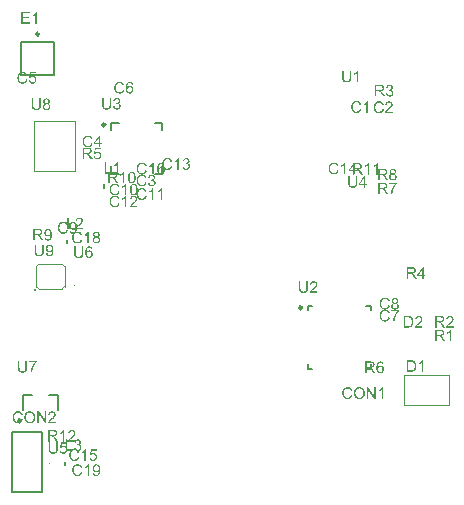
<source format=gto>
G04 Layer_Color=15065295*
%FSLAX43Y43*%
%MOMM*%
G71*
G01*
G75*
%ADD39C,0.250*%
%ADD40C,0.100*%
%ADD41C,0.050*%
%ADD42C,0.200*%
G36*
X33006Y38939D02*
X33024Y38936D01*
X33047Y38932D01*
X33072Y38925D01*
X33098Y38916D01*
X33123Y38905D01*
X33124D01*
X33126Y38903D01*
X33134Y38899D01*
X33147Y38891D01*
X33161Y38881D01*
X33178Y38867D01*
X33195Y38851D01*
X33212Y38833D01*
X33226Y38812D01*
X33227Y38809D01*
X33232Y38802D01*
X33237Y38789D01*
X33244Y38774D01*
X33251Y38755D01*
X33257Y38734D01*
X33261Y38710D01*
X33263Y38686D01*
Y38683D01*
Y38675D01*
X33261Y38664D01*
X33258Y38648D01*
X33254Y38630D01*
X33247Y38610D01*
X33239Y38590D01*
X33227Y38571D01*
X33226Y38568D01*
X33222Y38562D01*
X33213Y38552D01*
X33202Y38541D01*
X33188Y38528D01*
X33171Y38514D01*
X33151Y38502D01*
X33127Y38489D01*
X33129D01*
X33131Y38488D01*
X33136Y38486D01*
X33141Y38485D01*
X33157Y38479D01*
X33177Y38471D01*
X33199Y38459D01*
X33222Y38445D01*
X33243Y38427D01*
X33263Y38406D01*
X33264Y38403D01*
X33270Y38394D01*
X33278Y38380D01*
X33287Y38362D01*
X33295Y38340D01*
X33303Y38313D01*
X33309Y38282D01*
X33311Y38248D01*
Y38246D01*
Y38242D01*
Y38235D01*
X33309Y38227D01*
X33308Y38215D01*
X33305Y38203D01*
X33302Y38189D01*
X33299Y38173D01*
X33288Y38139D01*
X33280Y38121D01*
X33271Y38104D01*
X33260Y38086D01*
X33247Y38067D01*
X33233Y38049D01*
X33216Y38032D01*
X33215Y38031D01*
X33212Y38028D01*
X33206Y38024D01*
X33199Y38018D01*
X33191Y38011D01*
X33179Y38004D01*
X33167Y37996D01*
X33151Y37988D01*
X33136Y37980D01*
X33117Y37972D01*
X33099Y37965D01*
X33078Y37957D01*
X33055Y37952D01*
X33031Y37948D01*
X33007Y37945D01*
X32981Y37943D01*
X32968D01*
X32960Y37945D01*
X32948Y37946D01*
X32936Y37948D01*
X32921Y37950D01*
X32906Y37953D01*
X32872Y37962D01*
X32837Y37976D01*
X32819Y37984D01*
X32802Y37994D01*
X32785Y38007D01*
X32768Y38020D01*
X32766Y38021D01*
X32764Y38024D01*
X32759Y38028D01*
X32755Y38034D01*
X32748Y38041D01*
X32741Y38051D01*
X32733Y38060D01*
X32724Y38073D01*
X32716Y38087D01*
X32707Y38101D01*
X32692Y38135D01*
X32679Y38175D01*
X32675Y38196D01*
X32672Y38218D01*
X32792Y38234D01*
Y38232D01*
X32793Y38230D01*
X32795Y38224D01*
X32796Y38217D01*
X32797Y38208D01*
X32800Y38199D01*
X32807Y38177D01*
X32817Y38152D01*
X32830Y38128D01*
X32844Y38105D01*
X32861Y38086D01*
X32864Y38084D01*
X32869Y38079D01*
X32881Y38072D01*
X32895Y38065D01*
X32912Y38056D01*
X32933Y38049D01*
X32957Y38043D01*
X32982Y38042D01*
X32991D01*
X32996Y38043D01*
X33012Y38045D01*
X33031Y38049D01*
X33054Y38056D01*
X33078Y38066D01*
X33102Y38080D01*
X33124Y38100D01*
X33127Y38103D01*
X33134Y38111D01*
X33143Y38124D01*
X33154Y38141D01*
X33165Y38162D01*
X33174Y38186D01*
X33181Y38214D01*
X33184Y38245D01*
Y38246D01*
Y38249D01*
Y38254D01*
X33182Y38259D01*
X33181Y38275D01*
X33177Y38293D01*
X33171Y38316D01*
X33161Y38338D01*
X33147Y38361D01*
X33129Y38382D01*
X33126Y38385D01*
X33119Y38390D01*
X33108Y38399D01*
X33092Y38409D01*
X33072Y38418D01*
X33048Y38427D01*
X33022Y38433D01*
X32992Y38435D01*
X32979D01*
X32969Y38434D01*
X32957Y38433D01*
X32943Y38430D01*
X32926Y38427D01*
X32907Y38423D01*
X32921Y38528D01*
X32929D01*
X32934Y38527D01*
X32952D01*
X32968Y38530D01*
X32986Y38533D01*
X33007Y38537D01*
X33031Y38544D01*
X33054Y38554D01*
X33078Y38566D01*
X33079D01*
X33081Y38568D01*
X33088Y38574D01*
X33098Y38583D01*
X33109Y38596D01*
X33120Y38614D01*
X33130Y38636D01*
X33137Y38660D01*
X33140Y38674D01*
Y38689D01*
Y38691D01*
Y38692D01*
Y38700D01*
X33137Y38712D01*
X33134Y38727D01*
X33129Y38744D01*
X33122Y38762D01*
X33110Y38781D01*
X33095Y38798D01*
X33093Y38799D01*
X33086Y38805D01*
X33077Y38812D01*
X33064Y38820D01*
X33047Y38827D01*
X33027Y38834D01*
X33005Y38840D01*
X32979Y38841D01*
X32968D01*
X32955Y38839D01*
X32938Y38836D01*
X32920Y38830D01*
X32902Y38823D01*
X32882Y38812D01*
X32864Y38798D01*
X32862Y38796D01*
X32857Y38789D01*
X32848Y38779D01*
X32838Y38765D01*
X32828Y38747D01*
X32819Y38724D01*
X32810Y38698D01*
X32804Y38667D01*
X32685Y38688D01*
Y38689D01*
X32686Y38693D01*
X32687Y38699D01*
X32689Y38707D01*
X32692Y38717D01*
X32696Y38729D01*
X32704Y38755D01*
X32718Y38786D01*
X32735Y38817D01*
X32757Y38847D01*
X32783Y38874D01*
X32785Y38875D01*
X32788Y38877D01*
X32792Y38879D01*
X32797Y38884D01*
X32804Y38889D01*
X32814Y38895D01*
X32824Y38901D01*
X32837Y38908D01*
X32865Y38919D01*
X32897Y38930D01*
X32936Y38937D01*
X32955Y38940D01*
X32991D01*
X33006Y38939D01*
D02*
G37*
G36*
X27532Y12396D02*
X27543Y12394D01*
X27557Y12393D01*
X27573Y12390D01*
X27588Y12387D01*
X27625Y12377D01*
X27661Y12363D01*
X27680Y12355D01*
X27698Y12345D01*
X27715Y12332D01*
X27730Y12318D01*
X27732Y12317D01*
X27735Y12315D01*
X27737Y12310D01*
X27743Y12304D01*
X27750Y12297D01*
X27757Y12287D01*
X27764Y12277D01*
X27773Y12265D01*
X27787Y12238D01*
X27801Y12204D01*
X27807Y12187D01*
X27809Y12167D01*
X27812Y12148D01*
X27814Y12126D01*
Y12124D01*
Y12117D01*
X27812Y12105D01*
X27811Y12090D01*
X27808Y12073D01*
X27802Y12053D01*
X27797Y12032D01*
X27788Y12011D01*
X27787Y12008D01*
X27784Y12001D01*
X27778Y11990D01*
X27770Y11974D01*
X27759Y11957D01*
X27745Y11936D01*
X27728Y11915D01*
X27708Y11891D01*
X27705Y11888D01*
X27698Y11880D01*
X27691Y11873D01*
X27684Y11866D01*
X27675Y11857D01*
X27664Y11846D01*
X27653Y11835D01*
X27639Y11822D01*
X27625Y11808D01*
X27608Y11792D01*
X27589Y11777D01*
X27570Y11758D01*
X27547Y11740D01*
X27525Y11720D01*
X27523Y11719D01*
X27520Y11716D01*
X27515Y11712D01*
X27508Y11706D01*
X27499Y11698D01*
X27489Y11689D01*
X27467Y11671D01*
X27443Y11650D01*
X27420Y11629D01*
X27401Y11610D01*
X27392Y11603D01*
X27385Y11596D01*
X27384Y11595D01*
X27379Y11591D01*
X27374Y11585D01*
X27367Y11577D01*
X27360Y11567D01*
X27351Y11557D01*
X27334Y11533D01*
X27815D01*
Y11417D01*
X27168D01*
Y11419D01*
Y11424D01*
Y11433D01*
X27169Y11444D01*
X27171Y11457D01*
X27174Y11471D01*
X27176Y11485D01*
X27182Y11500D01*
Y11502D01*
X27183Y11503D01*
X27186Y11512D01*
X27192Y11524D01*
X27200Y11541D01*
X27212Y11561D01*
X27226Y11584D01*
X27241Y11606D01*
X27261Y11630D01*
Y11632D01*
X27264Y11633D01*
X27271Y11641D01*
X27284Y11654D01*
X27302Y11672D01*
X27323Y11694D01*
X27350Y11719D01*
X27382Y11747D01*
X27417Y11777D01*
X27419Y11778D01*
X27425Y11782D01*
X27433Y11789D01*
X27443Y11798D01*
X27456Y11809D01*
X27471Y11822D01*
X27487Y11836D01*
X27505Y11851D01*
X27540Y11885D01*
X27575Y11919D01*
X27592Y11936D01*
X27608Y11953D01*
X27622Y11968D01*
X27633Y11984D01*
Y11985D01*
X27636Y11987D01*
X27639Y11991D01*
X27642Y11997D01*
X27651Y12012D01*
X27663Y12031D01*
X27673Y12053D01*
X27682Y12077D01*
X27688Y12104D01*
X27691Y12129D01*
Y12131D01*
Y12132D01*
X27690Y12140D01*
X27688Y12155D01*
X27684Y12170D01*
X27678Y12190D01*
X27668Y12210D01*
X27656Y12229D01*
X27639Y12249D01*
X27636Y12252D01*
X27629Y12257D01*
X27619Y12265D01*
X27604Y12274D01*
X27584Y12283D01*
X27561Y12291D01*
X27534Y12297D01*
X27505Y12298D01*
X27496D01*
X27491Y12297D01*
X27474Y12296D01*
X27454Y12291D01*
X27433Y12286D01*
X27409Y12276D01*
X27386Y12263D01*
X27365Y12246D01*
X27362Y12243D01*
X27357Y12236D01*
X27348Y12225D01*
X27340Y12208D01*
X27330Y12188D01*
X27322Y12163D01*
X27316Y12135D01*
X27313Y12102D01*
X27191Y12115D01*
Y12117D01*
X27192Y12121D01*
Y12128D01*
X27193Y12138D01*
X27196Y12149D01*
X27199Y12162D01*
X27203Y12177D01*
X27207Y12193D01*
X27219Y12226D01*
X27236Y12260D01*
X27245Y12277D01*
X27258Y12294D01*
X27271Y12310D01*
X27285Y12324D01*
X27286Y12325D01*
X27289Y12327D01*
X27293Y12331D01*
X27300Y12335D01*
X27309Y12341D01*
X27319Y12346D01*
X27330Y12353D01*
X27344Y12360D01*
X27360Y12367D01*
X27377Y12374D01*
X27395Y12380D01*
X27415Y12386D01*
X27436Y12390D01*
X27458Y12394D01*
X27482Y12396D01*
X27508Y12397D01*
X27522D01*
X27532Y12396D01*
D02*
G37*
G36*
X25640Y12408D02*
X25653D01*
X25665Y12407D01*
X25682Y12404D01*
X25699Y12401D01*
X25736Y12394D01*
X25778Y12383D01*
X25819Y12366D01*
X25840Y12356D01*
X25861Y12345D01*
X25863Y12343D01*
X25865Y12342D01*
X25871Y12338D01*
X25879Y12334D01*
X25888Y12327D01*
X25899Y12318D01*
X25923Y12298D01*
X25949Y12273D01*
X25977Y12242D01*
X26004Y12205D01*
X26026Y12164D01*
Y12163D01*
X26029Y12159D01*
X26032Y12153D01*
X26035Y12145D01*
X26040Y12133D01*
X26044Y12121D01*
X26050Y12105D01*
X26056Y12088D01*
X26060Y12070D01*
X26066Y12050D01*
X26071Y12028D01*
X26075Y12005D01*
X26081Y11956D01*
X26084Y11902D01*
Y11901D01*
Y11895D01*
Y11888D01*
X26082Y11877D01*
Y11864D01*
X26081Y11849D01*
X26078Y11832D01*
X26077Y11813D01*
X26070Y11773D01*
X26059Y11727D01*
X26043Y11682D01*
X26035Y11660D01*
X26023Y11637D01*
Y11636D01*
X26020Y11632D01*
X26018Y11626D01*
X26012Y11617D01*
X26006Y11608D01*
X25999Y11598D01*
X25980Y11571D01*
X25956Y11543D01*
X25927Y11513D01*
X25894Y11485D01*
X25854Y11460D01*
X25853D01*
X25850Y11457D01*
X25843Y11454D01*
X25834Y11450D01*
X25824Y11445D01*
X25813Y11441D01*
X25799Y11436D01*
X25784Y11430D01*
X25767Y11424D01*
X25748Y11419D01*
X25707Y11410D01*
X25664Y11403D01*
X25617Y11400D01*
X25603D01*
X25595Y11402D01*
X25582D01*
X25568Y11405D01*
X25552Y11406D01*
X25534Y11409D01*
X25496Y11417D01*
X25455Y11429D01*
X25413Y11445D01*
X25392Y11455D01*
X25371Y11467D01*
X25369Y11468D01*
X25366Y11469D01*
X25361Y11474D01*
X25352Y11479D01*
X25344Y11485D01*
X25334Y11493D01*
X25310Y11515D01*
X25283Y11540D01*
X25255Y11571D01*
X25230Y11606D01*
X25206Y11647D01*
Y11648D01*
X25203Y11653D01*
X25200Y11658D01*
X25197Y11667D01*
X25193Y11678D01*
X25189Y11691D01*
X25183Y11705D01*
X25179Y11720D01*
X25173Y11739D01*
X25168Y11757D01*
X25159Y11799D01*
X25153Y11843D01*
X25151Y11891D01*
Y11892D01*
Y11894D01*
Y11902D01*
X25152Y11915D01*
Y11932D01*
X25155Y11952D01*
X25158Y11976D01*
X25162Y12002D01*
X25168Y12031D01*
X25173Y12060D01*
X25182Y12091D01*
X25193Y12122D01*
X25206Y12155D01*
X25220Y12186D01*
X25238Y12217D01*
X25258Y12245D01*
X25280Y12272D01*
X25282Y12273D01*
X25286Y12277D01*
X25294Y12284D01*
X25304Y12293D01*
X25317Y12304D01*
X25333Y12315D01*
X25351Y12328D01*
X25372Y12341D01*
X25395Y12353D01*
X25420Y12366D01*
X25448Y12377D01*
X25478Y12389D01*
X25510Y12397D01*
X25544Y12404D01*
X25579Y12408D01*
X25617Y12410D01*
X25630D01*
X25640Y12408D01*
D02*
G37*
G36*
X53542Y14453D02*
X53554D01*
X53567Y14452D01*
X53584Y14449D01*
X53601Y14446D01*
X53638Y14439D01*
X53680Y14428D01*
X53721Y14411D01*
X53742Y14401D01*
X53763Y14390D01*
X53764Y14388D01*
X53767Y14387D01*
X53773Y14383D01*
X53781Y14378D01*
X53790Y14371D01*
X53801Y14363D01*
X53825Y14343D01*
X53850Y14318D01*
X53879Y14287D01*
X53905Y14250D01*
X53928Y14209D01*
Y14208D01*
X53931Y14203D01*
X53934Y14198D01*
X53936Y14189D01*
X53942Y14178D01*
X53946Y14165D01*
X53952Y14150D01*
X53958Y14133D01*
X53962Y14115D01*
X53967Y14095D01*
X53973Y14072D01*
X53977Y14050D01*
X53983Y14001D01*
X53986Y13947D01*
Y13946D01*
Y13940D01*
Y13933D01*
X53984Y13922D01*
Y13909D01*
X53983Y13893D01*
X53980Y13876D01*
X53979Y13858D01*
X53972Y13817D01*
X53960Y13772D01*
X53945Y13727D01*
X53936Y13704D01*
X53925Y13682D01*
Y13681D01*
X53922Y13676D01*
X53920Y13671D01*
X53914Y13662D01*
X53908Y13652D01*
X53901Y13642D01*
X53881Y13616D01*
X53857Y13587D01*
X53829Y13558D01*
X53795Y13530D01*
X53756Y13504D01*
X53755D01*
X53752Y13501D01*
X53745Y13499D01*
X53736Y13494D01*
X53726Y13490D01*
X53715Y13486D01*
X53701Y13480D01*
X53686Y13475D01*
X53669Y13469D01*
X53650Y13463D01*
X53609Y13455D01*
X53566Y13448D01*
X53519Y13445D01*
X53505D01*
X53497Y13446D01*
X53484D01*
X53470Y13449D01*
X53454Y13451D01*
X53436Y13454D01*
X53398Y13462D01*
X53357Y13473D01*
X53315Y13490D01*
X53294Y13500D01*
X53272Y13511D01*
X53271Y13513D01*
X53268Y13514D01*
X53263Y13518D01*
X53254Y13524D01*
X53246Y13530D01*
X53236Y13538D01*
X53212Y13559D01*
X53185Y13585D01*
X53157Y13616D01*
X53132Y13651D01*
X53108Y13692D01*
Y13693D01*
X53105Y13697D01*
X53102Y13703D01*
X53099Y13712D01*
X53095Y13723D01*
X53091Y13735D01*
X53085Y13750D01*
X53081Y13765D01*
X53075Y13783D01*
X53069Y13802D01*
X53061Y13844D01*
X53055Y13888D01*
X53053Y13936D01*
Y13937D01*
Y13938D01*
Y13947D01*
X53054Y13960D01*
Y13977D01*
X53057Y13996D01*
X53060Y14020D01*
X53064Y14047D01*
X53069Y14075D01*
X53075Y14105D01*
X53084Y14136D01*
X53095Y14167D01*
X53108Y14199D01*
X53122Y14230D01*
X53140Y14261D01*
X53160Y14289D01*
X53182Y14316D01*
X53184Y14318D01*
X53188Y14322D01*
X53196Y14329D01*
X53206Y14337D01*
X53219Y14349D01*
X53234Y14360D01*
X53253Y14373D01*
X53274Y14385D01*
X53296Y14398D01*
X53322Y14411D01*
X53350Y14422D01*
X53380Y14433D01*
X53412Y14442D01*
X53446Y14449D01*
X53481Y14453D01*
X53519Y14454D01*
X53532D01*
X53542Y14453D01*
D02*
G37*
G36*
X24652Y12408D02*
X24664Y12407D01*
X24680Y12406D01*
X24695Y12404D01*
X24714Y12400D01*
X24752Y12391D01*
X24794Y12379D01*
X24815Y12370D01*
X24835Y12360D01*
X24855Y12348D01*
X24874Y12335D01*
X24876Y12334D01*
X24879Y12332D01*
X24884Y12328D01*
X24891Y12321D01*
X24898Y12314D01*
X24908Y12304D01*
X24918Y12293D01*
X24929Y12281D01*
X24941Y12267D01*
X24952Y12250D01*
X24965Y12234D01*
X24976Y12215D01*
X24986Y12194D01*
X24997Y12173D01*
X25005Y12150D01*
X25014Y12125D01*
X24887Y12095D01*
Y12097D01*
X24886Y12100D01*
X24883Y12105D01*
X24880Y12112D01*
X24877Y12121D01*
X24873Y12132D01*
X24862Y12155D01*
X24848Y12180D01*
X24831Y12205D01*
X24810Y12229D01*
X24787Y12250D01*
X24784Y12253D01*
X24776Y12259D01*
X24762Y12266D01*
X24743Y12276D01*
X24719Y12284D01*
X24693Y12293D01*
X24660Y12298D01*
X24625Y12300D01*
X24614D01*
X24607Y12298D01*
X24597D01*
X24585Y12297D01*
X24559Y12293D01*
X24529Y12287D01*
X24498Y12277D01*
X24466Y12263D01*
X24436Y12245D01*
X24435D01*
X24433Y12242D01*
X24423Y12235D01*
X24411Y12224D01*
X24395Y12207D01*
X24377Y12186D01*
X24360Y12162D01*
X24344Y12132D01*
X24330Y12100D01*
Y12098D01*
X24329Y12095D01*
X24327Y12091D01*
X24326Y12084D01*
X24323Y12076D01*
X24320Y12066D01*
X24316Y12042D01*
X24310Y12014D01*
X24305Y11983D01*
X24302Y11949D01*
X24301Y11912D01*
Y11911D01*
Y11906D01*
Y11899D01*
Y11891D01*
X24302Y11881D01*
Y11868D01*
X24303Y11854D01*
X24305Y11839D01*
X24309Y11805D01*
X24316Y11768D01*
X24325Y11732D01*
X24336Y11695D01*
Y11694D01*
X24337Y11691D01*
X24340Y11687D01*
X24343Y11679D01*
X24351Y11663D01*
X24364Y11643D01*
X24380Y11620D01*
X24399Y11596D01*
X24422Y11575D01*
X24449Y11555D01*
X24450D01*
X24453Y11554D01*
X24457Y11551D01*
X24463Y11548D01*
X24470Y11546D01*
X24478Y11541D01*
X24498Y11533D01*
X24523Y11524D01*
X24552Y11517D01*
X24583Y11512D01*
X24615Y11510D01*
X24625D01*
X24633Y11512D01*
X24643D01*
X24653Y11513D01*
X24678Y11519D01*
X24708Y11526D01*
X24738Y11537D01*
X24769Y11553D01*
X24784Y11561D01*
X24798Y11572D01*
X24800Y11574D01*
X24801Y11575D01*
X24805Y11579D01*
X24811Y11584D01*
X24817Y11591D01*
X24824Y11599D01*
X24832Y11608D01*
X24839Y11619D01*
X24848Y11632D01*
X24857Y11646D01*
X24866Y11660D01*
X24874Y11677D01*
X24881Y11695D01*
X24888Y11715D01*
X24896Y11736D01*
X24901Y11758D01*
X25031Y11726D01*
Y11725D01*
X25029Y11719D01*
X25027Y11711D01*
X25022Y11699D01*
X25018Y11687D01*
X25013Y11671D01*
X25005Y11654D01*
X24997Y11636D01*
X24977Y11596D01*
X24952Y11557D01*
X24936Y11537D01*
X24921Y11517D01*
X24904Y11500D01*
X24884Y11484D01*
X24883Y11482D01*
X24880Y11479D01*
X24873Y11477D01*
X24866Y11471D01*
X24855Y11464D01*
X24843Y11457D01*
X24828Y11450D01*
X24812Y11443D01*
X24794Y11434D01*
X24774Y11427D01*
X24753Y11420D01*
X24731Y11413D01*
X24707Y11407D01*
X24681Y11405D01*
X24654Y11402D01*
X24626Y11400D01*
X24611D01*
X24599Y11402D01*
X24587D01*
X24571Y11403D01*
X24554Y11406D01*
X24535Y11409D01*
X24494Y11416D01*
X24451Y11427D01*
X24409Y11443D01*
X24389Y11453D01*
X24370Y11464D01*
X24368Y11465D01*
X24365Y11467D01*
X24360Y11471D01*
X24354Y11477D01*
X24346Y11482D01*
X24336Y11491D01*
X24325Y11500D01*
X24313Y11512D01*
X24302Y11524D01*
X24289Y11537D01*
X24264Y11570D01*
X24240Y11608D01*
X24219Y11650D01*
Y11651D01*
X24216Y11656D01*
X24215Y11663D01*
X24210Y11671D01*
X24208Y11682D01*
X24203Y11696D01*
X24198Y11712D01*
X24193Y11729D01*
X24189Y11747D01*
X24184Y11768D01*
X24177Y11812D01*
X24171Y11861D01*
X24168Y11912D01*
Y11914D01*
Y11919D01*
Y11928D01*
X24170Y11937D01*
Y11952D01*
X24171Y11966D01*
X24172Y11984D01*
X24175Y12002D01*
X24182Y12043D01*
X24192Y12088D01*
X24206Y12133D01*
X24226Y12177D01*
X24227Y12179D01*
X24229Y12183D01*
X24232Y12188D01*
X24237Y12195D01*
X24243Y12205D01*
X24250Y12217D01*
X24268Y12242D01*
X24292Y12270D01*
X24320Y12298D01*
X24353Y12327D01*
X24391Y12351D01*
X24392Y12352D01*
X24396Y12353D01*
X24402Y12356D01*
X24409Y12360D01*
X24420Y12365D01*
X24432Y12369D01*
X24446Y12374D01*
X24461Y12380D01*
X24478Y12386D01*
X24497Y12391D01*
X24536Y12400D01*
X24581Y12407D01*
X24628Y12410D01*
X24642D01*
X24652Y12408D01*
D02*
G37*
G36*
X27017Y11417D02*
X26883D01*
X26373Y12183D01*
Y11417D01*
X26249D01*
Y12393D01*
X26381D01*
X26893Y11626D01*
Y12393D01*
X27017D01*
Y11417D01*
D02*
G37*
G36*
X49167Y22853D02*
Y22851D01*
Y22845D01*
Y22838D01*
Y22829D01*
X49165Y22816D01*
Y22802D01*
X49164Y22785D01*
X49162Y22768D01*
X49158Y22730D01*
X49152Y22690D01*
X49144Y22652D01*
X49138Y22634D01*
X49133Y22617D01*
Y22616D01*
X49131Y22613D01*
X49129Y22609D01*
X49126Y22603D01*
X49117Y22588D01*
X49105Y22568D01*
X49088Y22545D01*
X49068Y22523D01*
X49043Y22499D01*
X49012Y22478D01*
X49010D01*
X49007Y22475D01*
X49003Y22473D01*
X48996Y22469D01*
X48988Y22465D01*
X48976Y22461D01*
X48965Y22456D01*
X48951Y22451D01*
X48935Y22445D01*
X48918Y22441D01*
X48900Y22437D01*
X48879Y22432D01*
X48858Y22430D01*
X48835Y22427D01*
X48785Y22424D01*
X48772D01*
X48762Y22425D01*
X48751D01*
X48737Y22427D01*
X48721Y22428D01*
X48706Y22430D01*
X48670Y22435D01*
X48632Y22444D01*
X48596Y22455D01*
X48560Y22471D01*
X48559D01*
X48556Y22473D01*
X48552Y22476D01*
X48546Y22479D01*
X48531Y22490D01*
X48512Y22506D01*
X48491Y22525D01*
X48472Y22548D01*
X48452Y22576D01*
X48436Y22607D01*
Y22609D01*
X48435Y22611D01*
X48434Y22617D01*
X48431Y22624D01*
X48428Y22633D01*
X48425Y22644D01*
X48421Y22657D01*
X48418Y22672D01*
X48415Y22689D01*
X48411Y22707D01*
X48408Y22727D01*
X48405Y22748D01*
X48403Y22772D01*
X48401Y22798D01*
X48400Y22824D01*
Y22853D01*
Y23416D01*
X48529D01*
Y22853D01*
Y22851D01*
Y22847D01*
Y22840D01*
Y22831D01*
X48531Y22822D01*
Y22809D01*
X48532Y22782D01*
X48535Y22751D01*
X48539Y22720D01*
X48545Y22690D01*
X48548Y22678D01*
X48552Y22665D01*
X48553Y22662D01*
X48556Y22655D01*
X48563Y22645D01*
X48572Y22631D01*
X48582Y22617D01*
X48596Y22602D01*
X48613Y22586D01*
X48632Y22573D01*
X48635Y22572D01*
X48642Y22568D01*
X48655Y22564D01*
X48672Y22558D01*
X48692Y22551D01*
X48717Y22547D01*
X48744Y22542D01*
X48773Y22541D01*
X48787D01*
X48796Y22542D01*
X48809D01*
X48821Y22544D01*
X48852Y22549D01*
X48886Y22556D01*
X48918Y22568D01*
X48949Y22583D01*
X48964Y22593D01*
X48976Y22604D01*
X48978Y22606D01*
X48979Y22607D01*
X48982Y22611D01*
X48986Y22617D01*
X48990Y22626D01*
X48996Y22634D01*
X49002Y22647D01*
X49007Y22659D01*
X49013Y22675D01*
X49017Y22693D01*
X49023Y22714D01*
X49027Y22737D01*
X49031Y22762D01*
X49034Y22789D01*
X49037Y22820D01*
Y22853D01*
Y23416D01*
X49167D01*
Y22853D01*
D02*
G37*
G36*
X58571Y20473D02*
X58582Y20471D01*
X58596Y20470D01*
X58612Y20467D01*
X58628Y20464D01*
X58664Y20455D01*
X58701Y20440D01*
X58719Y20432D01*
X58737Y20422D01*
X58754Y20409D01*
X58770Y20395D01*
X58771Y20394D01*
X58774Y20392D01*
X58777Y20387D01*
X58783Y20381D01*
X58790Y20374D01*
X58797Y20364D01*
X58804Y20354D01*
X58812Y20342D01*
X58826Y20315D01*
X58840Y20281D01*
X58846Y20264D01*
X58849Y20244D01*
X58852Y20225D01*
X58853Y20204D01*
Y20201D01*
Y20194D01*
X58852Y20182D01*
X58850Y20167D01*
X58847Y20150D01*
X58842Y20130D01*
X58836Y20109D01*
X58828Y20088D01*
X58826Y20085D01*
X58823Y20078D01*
X58818Y20067D01*
X58809Y20051D01*
X58798Y20034D01*
X58784Y20013D01*
X58767Y19992D01*
X58747Y19968D01*
X58745Y19965D01*
X58737Y19957D01*
X58730Y19950D01*
X58723Y19943D01*
X58715Y19934D01*
X58704Y19923D01*
X58692Y19912D01*
X58678Y19899D01*
X58664Y19885D01*
X58647Y19869D01*
X58629Y19854D01*
X58609Y19836D01*
X58587Y19817D01*
X58564Y19798D01*
X58563Y19796D01*
X58560Y19793D01*
X58554Y19789D01*
X58547Y19783D01*
X58539Y19775D01*
X58529Y19767D01*
X58506Y19748D01*
X58482Y19727D01*
X58460Y19706D01*
X58440Y19688D01*
X58432Y19681D01*
X58425Y19674D01*
X58423Y19672D01*
X58419Y19668D01*
X58413Y19662D01*
X58406Y19654D01*
X58399Y19644D01*
X58391Y19634D01*
X58374Y19610D01*
X58854D01*
Y19494D01*
X58207D01*
Y19496D01*
Y19502D01*
Y19510D01*
X58209Y19521D01*
X58210Y19534D01*
X58213Y19548D01*
X58216Y19562D01*
X58222Y19578D01*
Y19579D01*
X58223Y19580D01*
X58226Y19589D01*
X58231Y19602D01*
X58240Y19619D01*
X58251Y19638D01*
X58265Y19661D01*
X58281Y19683D01*
X58300Y19707D01*
Y19709D01*
X58303Y19710D01*
X58310Y19719D01*
X58323Y19731D01*
X58341Y19750D01*
X58362Y19771D01*
X58389Y19796D01*
X58422Y19824D01*
X58457Y19854D01*
X58458Y19855D01*
X58464Y19860D01*
X58472Y19867D01*
X58482Y19875D01*
X58495Y19886D01*
X58511Y19899D01*
X58526Y19913D01*
X58544Y19929D01*
X58580Y19963D01*
X58615Y19996D01*
X58632Y20013D01*
X58647Y20030D01*
X58661Y20046D01*
X58673Y20061D01*
Y20063D01*
X58675Y20064D01*
X58678Y20068D01*
X58681Y20074D01*
X58691Y20089D01*
X58702Y20108D01*
X58712Y20130D01*
X58722Y20154D01*
X58728Y20181D01*
X58730Y20206D01*
Y20208D01*
Y20209D01*
X58729Y20218D01*
X58728Y20232D01*
X58723Y20247D01*
X58718Y20267D01*
X58708Y20287D01*
X58695Y20306D01*
X58678Y20326D01*
X58675Y20329D01*
X58668Y20335D01*
X58659Y20342D01*
X58643Y20352D01*
X58623Y20360D01*
X58601Y20369D01*
X58574Y20374D01*
X58544Y20376D01*
X58536D01*
X58530Y20374D01*
X58513Y20373D01*
X58494Y20369D01*
X58472Y20363D01*
X58448Y20353D01*
X58426Y20340D01*
X58405Y20323D01*
X58402Y20321D01*
X58396Y20314D01*
X58388Y20302D01*
X58379Y20285D01*
X58370Y20266D01*
X58361Y20240D01*
X58355Y20212D01*
X58353Y20180D01*
X58230Y20192D01*
Y20194D01*
X58231Y20198D01*
Y20205D01*
X58233Y20215D01*
X58236Y20226D01*
X58238Y20239D01*
X58243Y20254D01*
X58247Y20270D01*
X58258Y20304D01*
X58275Y20337D01*
X58285Y20354D01*
X58298Y20371D01*
X58310Y20387D01*
X58324Y20401D01*
X58326Y20402D01*
X58329Y20404D01*
X58333Y20408D01*
X58340Y20412D01*
X58348Y20418D01*
X58358Y20423D01*
X58370Y20431D01*
X58384Y20438D01*
X58399Y20445D01*
X58416Y20452D01*
X58434Y20457D01*
X58454Y20463D01*
X58475Y20467D01*
X58498Y20471D01*
X58522Y20473D01*
X58547Y20474D01*
X58561D01*
X58571Y20473D01*
D02*
G37*
G36*
X57690Y20469D02*
X57718Y20467D01*
X57746Y20464D01*
X57775Y20460D01*
X57799Y20456D01*
X57800D01*
X57803Y20455D01*
X57807D01*
X57813Y20452D01*
X57828Y20447D01*
X57848Y20440D01*
X57870Y20431D01*
X57894Y20418D01*
X57918Y20404D01*
X57941Y20385D01*
X57942Y20384D01*
X57944Y20383D01*
X57948Y20378D01*
X57954Y20374D01*
X57968Y20360D01*
X57985Y20340D01*
X58003Y20316D01*
X58023Y20288D01*
X58041Y20256D01*
X58057Y20219D01*
Y20218D01*
X58058Y20215D01*
X58061Y20209D01*
X58062Y20201D01*
X58066Y20191D01*
X58069Y20180D01*
X58072Y20167D01*
X58076Y20151D01*
X58081Y20136D01*
X58083Y20118D01*
X58090Y20078D01*
X58095Y20034D01*
X58096Y19986D01*
Y19985D01*
Y19982D01*
Y19975D01*
Y19968D01*
X58095Y19958D01*
Y19947D01*
X58093Y19920D01*
X58089Y19889D01*
X58085Y19857D01*
X58078Y19823D01*
X58069Y19789D01*
Y19788D01*
X58068Y19785D01*
X58066Y19781D01*
X58065Y19775D01*
X58059Y19760D01*
X58051Y19740D01*
X58042Y19717D01*
X58031Y19695D01*
X58017Y19671D01*
X58003Y19648D01*
X58002Y19645D01*
X57996Y19638D01*
X57987Y19628D01*
X57976Y19616D01*
X57964Y19602D01*
X57948Y19588D01*
X57933Y19572D01*
X57914Y19559D01*
X57911Y19558D01*
X57906Y19554D01*
X57896Y19548D01*
X57882Y19541D01*
X57865Y19533D01*
X57845Y19526D01*
X57823Y19517D01*
X57797Y19510D01*
X57794D01*
X57790Y19509D01*
X57786Y19507D01*
X57772Y19506D01*
X57752Y19503D01*
X57730Y19500D01*
X57703Y19497D01*
X57673Y19496D01*
X57641Y19494D01*
X57290D01*
Y20470D01*
X57665D01*
X57690Y20469D01*
D02*
G37*
G36*
X49680Y23419D02*
X49691Y23418D01*
X49705Y23416D01*
X49721Y23414D01*
X49736Y23411D01*
X49773Y23401D01*
X49809Y23387D01*
X49828Y23378D01*
X49846Y23368D01*
X49863Y23356D01*
X49878Y23342D01*
X49880Y23340D01*
X49883Y23339D01*
X49886Y23333D01*
X49891Y23328D01*
X49898Y23321D01*
X49905Y23311D01*
X49912Y23301D01*
X49921Y23288D01*
X49935Y23261D01*
X49949Y23228D01*
X49955Y23211D01*
X49957Y23191D01*
X49960Y23171D01*
X49962Y23150D01*
Y23147D01*
Y23140D01*
X49960Y23129D01*
X49959Y23113D01*
X49956Y23096D01*
X49950Y23077D01*
X49945Y23056D01*
X49936Y23034D01*
X49935Y23032D01*
X49932Y23025D01*
X49926Y23013D01*
X49918Y22998D01*
X49907Y22981D01*
X49893Y22960D01*
X49876Y22939D01*
X49856Y22915D01*
X49853Y22912D01*
X49846Y22903D01*
X49839Y22896D01*
X49832Y22889D01*
X49824Y22881D01*
X49812Y22869D01*
X49801Y22858D01*
X49787Y22845D01*
X49773Y22831D01*
X49756Y22816D01*
X49738Y22800D01*
X49718Y22782D01*
X49695Y22764D01*
X49673Y22744D01*
X49671Y22743D01*
X49668Y22740D01*
X49663Y22736D01*
X49656Y22730D01*
X49647Y22721D01*
X49637Y22713D01*
X49615Y22695D01*
X49591Y22674D01*
X49568Y22652D01*
X49549Y22634D01*
X49540Y22627D01*
X49533Y22620D01*
X49532Y22619D01*
X49527Y22614D01*
X49522Y22609D01*
X49515Y22600D01*
X49508Y22590D01*
X49499Y22580D01*
X49482Y22556D01*
X49963D01*
Y22441D01*
X49316D01*
Y22442D01*
Y22448D01*
Y22456D01*
X49317Y22468D01*
X49319Y22480D01*
X49322Y22494D01*
X49324Y22509D01*
X49330Y22524D01*
Y22525D01*
X49332Y22527D01*
X49334Y22535D01*
X49340Y22548D01*
X49348Y22565D01*
X49360Y22585D01*
X49374Y22607D01*
X49389Y22630D01*
X49409Y22654D01*
Y22655D01*
X49412Y22657D01*
X49419Y22665D01*
X49432Y22678D01*
X49450Y22696D01*
X49471Y22717D01*
X49498Y22743D01*
X49530Y22771D01*
X49566Y22800D01*
X49567Y22802D01*
X49573Y22806D01*
X49581Y22813D01*
X49591Y22822D01*
X49604Y22833D01*
X49619Y22845D01*
X49635Y22860D01*
X49653Y22875D01*
X49688Y22909D01*
X49723Y22943D01*
X49740Y22960D01*
X49756Y22977D01*
X49770Y22992D01*
X49781Y23008D01*
Y23009D01*
X49784Y23010D01*
X49787Y23015D01*
X49790Y23020D01*
X49800Y23036D01*
X49811Y23054D01*
X49821Y23077D01*
X49831Y23101D01*
X49836Y23127D01*
X49839Y23153D01*
Y23154D01*
Y23156D01*
X49838Y23164D01*
X49836Y23178D01*
X49832Y23194D01*
X49826Y23213D01*
X49816Y23233D01*
X49804Y23253D01*
X49787Y23273D01*
X49784Y23275D01*
X49777Y23281D01*
X49767Y23288D01*
X49752Y23298D01*
X49732Y23306D01*
X49709Y23315D01*
X49683Y23321D01*
X49653Y23322D01*
X49644D01*
X49639Y23321D01*
X49622Y23319D01*
X49602Y23315D01*
X49581Y23309D01*
X49557Y23299D01*
X49535Y23287D01*
X49513Y23270D01*
X49511Y23267D01*
X49505Y23260D01*
X49496Y23249D01*
X49488Y23232D01*
X49478Y23212D01*
X49470Y23187D01*
X49464Y23158D01*
X49461Y23126D01*
X49339Y23139D01*
Y23140D01*
X49340Y23144D01*
Y23151D01*
X49341Y23161D01*
X49344Y23173D01*
X49347Y23185D01*
X49351Y23201D01*
X49355Y23216D01*
X49367Y23250D01*
X49384Y23284D01*
X49394Y23301D01*
X49406Y23318D01*
X49419Y23333D01*
X49433Y23347D01*
X49434Y23349D01*
X49437Y23350D01*
X49441Y23354D01*
X49449Y23359D01*
X49457Y23364D01*
X49467Y23370D01*
X49478Y23377D01*
X49492Y23384D01*
X49508Y23391D01*
X49525Y23398D01*
X49543Y23404D01*
X49563Y23409D01*
X49584Y23414D01*
X49606Y23418D01*
X49630Y23419D01*
X49656Y23421D01*
X49670D01*
X49680Y23419D01*
D02*
G37*
G36*
X58917Y15748D02*
X58797D01*
Y16511D01*
X58796Y16509D01*
X58788Y16504D01*
X58780Y16495D01*
X58766Y16485D01*
X58750Y16473D01*
X58731Y16458D01*
X58708Y16443D01*
X58683Y16427D01*
X58681D01*
X58680Y16426D01*
X58671Y16420D01*
X58657Y16413D01*
X58640Y16405D01*
X58621Y16395D01*
X58600Y16385D01*
X58578Y16375D01*
X58557Y16367D01*
Y16482D01*
X58559D01*
X58561Y16485D01*
X58567Y16487D01*
X58574Y16491D01*
X58583Y16495D01*
X58592Y16501D01*
X58616Y16515D01*
X58645Y16530D01*
X58673Y16550D01*
X58702Y16573D01*
X58732Y16597D01*
X58733Y16598D01*
X58735Y16599D01*
X58739Y16604D01*
X58745Y16608D01*
X58757Y16622D01*
X58774Y16639D01*
X58791Y16659D01*
X58810Y16681D01*
X58825Y16704D01*
X58839Y16728D01*
X58917D01*
Y15748D01*
D02*
G37*
G36*
X57931Y16722D02*
X57960Y16721D01*
X57988Y16718D01*
X58016Y16714D01*
X58040Y16709D01*
X58041D01*
X58044Y16708D01*
X58048D01*
X58054Y16705D01*
X58070Y16701D01*
X58089Y16694D01*
X58112Y16684D01*
X58136Y16671D01*
X58160Y16657D01*
X58182Y16639D01*
X58184Y16638D01*
X58185Y16636D01*
X58189Y16632D01*
X58195Y16628D01*
X58209Y16614D01*
X58226Y16594D01*
X58244Y16570D01*
X58264Y16542D01*
X58282Y16509D01*
X58298Y16473D01*
Y16471D01*
X58299Y16468D01*
X58302Y16463D01*
X58304Y16454D01*
X58308Y16444D01*
X58311Y16433D01*
X58313Y16420D01*
X58318Y16405D01*
X58322Y16389D01*
X58325Y16371D01*
X58332Y16332D01*
X58336Y16288D01*
X58337Y16240D01*
Y16239D01*
Y16236D01*
Y16229D01*
Y16222D01*
X58336Y16212D01*
Y16201D01*
X58335Y16174D01*
X58330Y16143D01*
X58326Y16110D01*
X58319Y16076D01*
X58311Y16043D01*
Y16041D01*
X58309Y16038D01*
X58308Y16034D01*
X58306Y16029D01*
X58301Y16013D01*
X58292Y15993D01*
X58284Y15971D01*
X58272Y15948D01*
X58258Y15924D01*
X58244Y15902D01*
X58243Y15899D01*
X58237Y15892D01*
X58229Y15882D01*
X58218Y15869D01*
X58205Y15855D01*
X58189Y15841D01*
X58174Y15826D01*
X58155Y15813D01*
X58153Y15811D01*
X58147Y15807D01*
X58137Y15802D01*
X58123Y15795D01*
X58106Y15786D01*
X58086Y15779D01*
X58064Y15771D01*
X58038Y15764D01*
X58036D01*
X58031Y15762D01*
X58027Y15761D01*
X58013Y15759D01*
X57993Y15756D01*
X57971Y15754D01*
X57944Y15751D01*
X57914Y15749D01*
X57882Y15748D01*
X57531D01*
Y16724D01*
X57906D01*
X57931Y16722D01*
D02*
G37*
G36*
X55538Y13462D02*
X55418D01*
Y14225D01*
X55417Y14223D01*
X55410Y14218D01*
X55401Y14209D01*
X55387Y14199D01*
X55372Y14187D01*
X55352Y14172D01*
X55329Y14157D01*
X55304Y14141D01*
X55302D01*
X55301Y14140D01*
X55293Y14134D01*
X55278Y14127D01*
X55262Y14119D01*
X55242Y14109D01*
X55221Y14099D01*
X55200Y14089D01*
X55178Y14081D01*
Y14196D01*
X55180D01*
X55183Y14199D01*
X55188Y14201D01*
X55195Y14205D01*
X55204Y14209D01*
X55214Y14215D01*
X55238Y14229D01*
X55266Y14244D01*
X55294Y14264D01*
X55324Y14287D01*
X55353Y14311D01*
X55355Y14312D01*
X55356Y14313D01*
X55360Y14318D01*
X55366Y14322D01*
X55379Y14336D01*
X55395Y14353D01*
X55412Y14373D01*
X55431Y14395D01*
X55446Y14418D01*
X55460Y14442D01*
X55538D01*
Y13462D01*
D02*
G37*
G36*
X27983Y9238D02*
Y9237D01*
Y9231D01*
Y9224D01*
Y9214D01*
X27982Y9201D01*
Y9187D01*
X27980Y9170D01*
X27979Y9154D01*
X27975Y9115D01*
X27969Y9076D01*
X27960Y9038D01*
X27955Y9020D01*
X27949Y9003D01*
Y9001D01*
X27948Y8998D01*
X27945Y8994D01*
X27942Y8989D01*
X27934Y8973D01*
X27921Y8953D01*
X27904Y8931D01*
X27884Y8908D01*
X27859Y8884D01*
X27828Y8863D01*
X27826D01*
X27824Y8860D01*
X27819Y8859D01*
X27812Y8855D01*
X27804Y8850D01*
X27793Y8846D01*
X27781Y8842D01*
X27767Y8836D01*
X27752Y8831D01*
X27735Y8826D01*
X27717Y8822D01*
X27695Y8818D01*
X27674Y8815D01*
X27652Y8812D01*
X27601Y8810D01*
X27588D01*
X27578Y8811D01*
X27567D01*
X27553Y8812D01*
X27538Y8814D01*
X27522Y8815D01*
X27487Y8821D01*
X27449Y8829D01*
X27412Y8841D01*
X27377Y8856D01*
X27375D01*
X27373Y8859D01*
X27368Y8862D01*
X27363Y8865D01*
X27347Y8876D01*
X27329Y8891D01*
X27308Y8911D01*
X27288Y8934D01*
X27268Y8962D01*
X27253Y8993D01*
Y8994D01*
X27251Y8997D01*
X27250Y9003D01*
X27247Y9010D01*
X27244Y9018D01*
X27241Y9030D01*
X27237Y9042D01*
X27234Y9058D01*
X27232Y9075D01*
X27227Y9093D01*
X27225Y9113D01*
X27222Y9134D01*
X27219Y9158D01*
X27218Y9183D01*
X27216Y9210D01*
Y9238D01*
Y9802D01*
X27346D01*
Y9238D01*
Y9237D01*
Y9232D01*
Y9225D01*
Y9217D01*
X27347Y9207D01*
Y9194D01*
X27349Y9168D01*
X27351Y9137D01*
X27356Y9106D01*
X27361Y9076D01*
X27364Y9063D01*
X27368Y9051D01*
X27370Y9048D01*
X27373Y9041D01*
X27380Y9031D01*
X27388Y9017D01*
X27398Y9003D01*
X27412Y8987D01*
X27429Y8972D01*
X27449Y8959D01*
X27452Y8958D01*
X27459Y8953D01*
X27471Y8949D01*
X27488Y8944D01*
X27508Y8936D01*
X27533Y8932D01*
X27560Y8928D01*
X27590Y8927D01*
X27604D01*
X27612Y8928D01*
X27625D01*
X27638Y8929D01*
X27669Y8935D01*
X27702Y8942D01*
X27735Y8953D01*
X27766Y8969D01*
X27780Y8979D01*
X27793Y8990D01*
X27794Y8991D01*
X27795Y8993D01*
X27798Y8997D01*
X27803Y9003D01*
X27807Y9011D01*
X27812Y9020D01*
X27818Y9032D01*
X27824Y9045D01*
X27829Y9061D01*
X27834Y9079D01*
X27839Y9100D01*
X27843Y9123D01*
X27848Y9148D01*
X27850Y9175D01*
X27853Y9206D01*
Y9238D01*
Y9802D01*
X27983D01*
Y9238D01*
D02*
G37*
G36*
X31275Y9066D02*
X30884D01*
X30832Y8802D01*
X30834Y8803D01*
X30837Y8805D01*
X30841Y8808D01*
X30848Y8812D01*
X30856Y8816D01*
X30866Y8822D01*
X30889Y8833D01*
X30917Y8844D01*
X30948Y8854D01*
X30982Y8861D01*
X30999Y8864D01*
X31030D01*
X31038Y8863D01*
X31049Y8861D01*
X31062Y8860D01*
X31076Y8857D01*
X31092Y8853D01*
X31126Y8843D01*
X31144Y8836D01*
X31162Y8826D01*
X31180Y8816D01*
X31199Y8805D01*
X31216Y8791D01*
X31233Y8775D01*
X31234Y8774D01*
X31237Y8771D01*
X31241Y8767D01*
X31247Y8760D01*
X31254Y8750D01*
X31261Y8740D01*
X31269Y8727D01*
X31278Y8713D01*
X31285Y8698D01*
X31293Y8681D01*
X31300Y8661D01*
X31307Y8641D01*
X31313Y8620D01*
X31317Y8596D01*
X31320Y8572D01*
X31321Y8547D01*
Y8545D01*
Y8541D01*
Y8534D01*
X31320Y8524D01*
X31319Y8513D01*
X31317Y8500D01*
X31314Y8485D01*
X31312Y8469D01*
X31303Y8433D01*
X31289Y8395D01*
X31281Y8375D01*
X31269Y8356D01*
X31258Y8337D01*
X31244Y8318D01*
X31243Y8317D01*
X31240Y8313D01*
X31234Y8307D01*
X31227Y8300D01*
X31217Y8292D01*
X31206Y8280D01*
X31192Y8270D01*
X31176Y8259D01*
X31159Y8248D01*
X31140Y8238D01*
X31118Y8228D01*
X31096Y8218D01*
X31072Y8211D01*
X31045Y8206D01*
X31017Y8201D01*
X30987Y8200D01*
X30975D01*
X30965Y8201D01*
X30954Y8203D01*
X30941Y8204D01*
X30925Y8206D01*
X30910Y8210D01*
X30875Y8218D01*
X30839Y8231D01*
X30821Y8239D01*
X30803Y8249D01*
X30786Y8261D01*
X30769Y8273D01*
X30767Y8275D01*
X30765Y8276D01*
X30762Y8282D01*
X30756Y8287D01*
X30749Y8294D01*
X30742Y8303D01*
X30734Y8314D01*
X30727Y8327D01*
X30718Y8340D01*
X30710Y8355D01*
X30694Y8389D01*
X30681Y8428D01*
X30677Y8450D01*
X30674Y8472D01*
X30800Y8482D01*
Y8481D01*
Y8478D01*
X30801Y8473D01*
X30803Y8466D01*
X30807Y8451D01*
X30813Y8430D01*
X30821Y8409D01*
X30832Y8385D01*
X30846Y8364D01*
X30863Y8344D01*
X30866Y8342D01*
X30872Y8337D01*
X30883Y8330D01*
X30899Y8321D01*
X30915Y8313D01*
X30937Y8306D01*
X30961Y8300D01*
X30987Y8299D01*
X30996D01*
X31001Y8300D01*
X31018Y8301D01*
X31038Y8307D01*
X31062Y8314D01*
X31086Y8325D01*
X31111Y8342D01*
X31123Y8352D01*
X31134Y8364D01*
X31135Y8365D01*
X31137Y8366D01*
X31140Y8371D01*
X31144Y8375D01*
X31154Y8390D01*
X31165Y8410D01*
X31175Y8434D01*
X31185Y8464D01*
X31192Y8499D01*
X31195Y8517D01*
Y8537D01*
Y8538D01*
Y8541D01*
Y8547D01*
X31193Y8554D01*
Y8562D01*
X31192Y8572D01*
X31188Y8595D01*
X31180Y8621D01*
X31171Y8648D01*
X31157Y8674D01*
X31137Y8698D01*
Y8699D01*
X31134Y8700D01*
X31127Y8707D01*
X31114Y8717D01*
X31097Y8729D01*
X31075Y8738D01*
X31049Y8748D01*
X31020Y8755D01*
X31003Y8758D01*
X30976D01*
X30965Y8757D01*
X30951Y8755D01*
X30934Y8751D01*
X30917Y8747D01*
X30899Y8740D01*
X30880Y8731D01*
X30879Y8730D01*
X30873Y8727D01*
X30865Y8720D01*
X30853Y8713D01*
X30842Y8703D01*
X30831Y8691D01*
X30818Y8678D01*
X30808Y8662D01*
X30696Y8678D01*
X30790Y9180D01*
X31275D01*
Y9066D01*
D02*
G37*
G36*
X30367Y8217D02*
X30247D01*
Y8980D01*
X30246Y8978D01*
X30239Y8972D01*
X30230Y8964D01*
X30216Y8954D01*
X30201Y8941D01*
X30181Y8927D01*
X30158Y8912D01*
X30133Y8896D01*
X30132D01*
X30130Y8895D01*
X30122Y8889D01*
X30108Y8882D01*
X30091Y8874D01*
X30071Y8864D01*
X30050Y8854D01*
X30029Y8844D01*
X30008Y8836D01*
Y8951D01*
X30009D01*
X30012Y8954D01*
X30017Y8956D01*
X30025Y8960D01*
X30033Y8964D01*
X30043Y8970D01*
X30067Y8984D01*
X30095Y8999D01*
X30123Y9019D01*
X30153Y9042D01*
X30182Y9066D01*
X30184Y9067D01*
X30185Y9068D01*
X30189Y9073D01*
X30195Y9077D01*
X30208Y9091D01*
X30225Y9108D01*
X30242Y9128D01*
X30260Y9150D01*
X30275Y9173D01*
X30290Y9197D01*
X30367D01*
Y8217D01*
D02*
G37*
G36*
X27629Y10817D02*
X27642D01*
X27671Y10815D01*
X27702Y10811D01*
X27736Y10807D01*
X27767Y10800D01*
X27783Y10795D01*
X27795Y10791D01*
X27797D01*
X27798Y10790D01*
X27807Y10786D01*
X27819Y10780D01*
X27835Y10770D01*
X27852Y10757D01*
X27870Y10740D01*
X27887Y10721D01*
X27904Y10698D01*
Y10697D01*
X27905Y10695D01*
X27911Y10687D01*
X27917Y10673D01*
X27925Y10654D01*
X27932Y10633D01*
X27939Y10608D01*
X27943Y10581D01*
X27945Y10552D01*
Y10550D01*
Y10547D01*
Y10542D01*
X27943Y10535D01*
Y10525D01*
X27942Y10515D01*
X27936Y10491D01*
X27928Y10463D01*
X27917Y10433D01*
X27900Y10404D01*
X27888Y10389D01*
X27877Y10375D01*
X27876Y10374D01*
X27874Y10373D01*
X27870Y10368D01*
X27865Y10364D01*
X27857Y10358D01*
X27849Y10353D01*
X27838Y10346D01*
X27826Y10337D01*
X27812Y10330D01*
X27797Y10323D01*
X27780Y10315D01*
X27762Y10308D01*
X27740Y10302D01*
X27719Y10295D01*
X27695Y10291D01*
X27670Y10287D01*
X27673Y10285D01*
X27678Y10282D01*
X27687Y10277D01*
X27698Y10271D01*
X27724Y10256D01*
X27736Y10246D01*
X27748Y10237D01*
X27750Y10234D01*
X27757Y10227D01*
X27769Y10216D01*
X27783Y10202D01*
X27798Y10182D01*
X27817Y10161D01*
X27835Y10136D01*
X27855Y10108D01*
X28022Y9842D01*
X27862D01*
X27733Y10045D01*
Y10047D01*
X27731Y10050D01*
X27728Y10054D01*
X27724Y10060D01*
X27714Y10075D01*
X27701Y10095D01*
X27685Y10116D01*
X27670Y10139D01*
X27654Y10160D01*
X27640Y10179D01*
X27639Y10181D01*
X27635Y10186D01*
X27628Y10195D01*
X27618Y10205D01*
X27597Y10226D01*
X27585Y10236D01*
X27574Y10244D01*
X27573Y10246D01*
X27570Y10247D01*
X27564Y10250D01*
X27556Y10254D01*
X27547Y10258D01*
X27537Y10263D01*
X27515Y10270D01*
X27514D01*
X27511Y10271D01*
X27505D01*
X27498Y10272D01*
X27488Y10274D01*
X27477D01*
X27461Y10275D01*
X27295D01*
Y9842D01*
X27165D01*
Y10818D01*
X27618D01*
X27629Y10817D01*
D02*
G37*
G36*
X29204Y10821D02*
X29215Y10819D01*
X29229Y10818D01*
X29245Y10815D01*
X29260Y10812D01*
X29297Y10803D01*
X29333Y10788D01*
X29352Y10780D01*
X29370Y10770D01*
X29387Y10757D01*
X29402Y10743D01*
X29404Y10742D01*
X29407Y10740D01*
X29410Y10735D01*
X29415Y10729D01*
X29422Y10722D01*
X29429Y10712D01*
X29436Y10702D01*
X29445Y10690D01*
X29459Y10663D01*
X29473Y10629D01*
X29479Y10612D01*
X29481Y10592D01*
X29484Y10573D01*
X29486Y10552D01*
Y10549D01*
Y10542D01*
X29484Y10530D01*
X29483Y10515D01*
X29480Y10498D01*
X29474Y10478D01*
X29469Y10457D01*
X29460Y10436D01*
X29459Y10433D01*
X29456Y10426D01*
X29450Y10415D01*
X29442Y10399D01*
X29431Y10382D01*
X29417Y10361D01*
X29400Y10340D01*
X29380Y10316D01*
X29377Y10313D01*
X29370Y10305D01*
X29363Y10298D01*
X29356Y10291D01*
X29348Y10282D01*
X29336Y10271D01*
X29325Y10260D01*
X29311Y10247D01*
X29297Y10233D01*
X29280Y10217D01*
X29262Y10202D01*
X29242Y10184D01*
X29219Y10165D01*
X29197Y10146D01*
X29195Y10144D01*
X29192Y10141D01*
X29187Y10137D01*
X29180Y10131D01*
X29171Y10123D01*
X29161Y10115D01*
X29139Y10096D01*
X29115Y10075D01*
X29092Y10054D01*
X29073Y10036D01*
X29064Y10029D01*
X29057Y10022D01*
X29056Y10020D01*
X29051Y10016D01*
X29046Y10010D01*
X29039Y10002D01*
X29032Y9992D01*
X29023Y9982D01*
X29006Y9958D01*
X29455D01*
X29466Y9969D01*
X29467Y9970D01*
X29470Y9971D01*
X29474Y9974D01*
X29480Y9978D01*
X29487Y9984D01*
X29497Y9990D01*
X29507Y9995D01*
X29520Y10002D01*
X29548Y10014D01*
X29580Y10025D01*
X29618Y10032D01*
X29638Y10035D01*
X29673D01*
X29689Y10033D01*
X29707Y10031D01*
X29730Y10026D01*
X29755Y10019D01*
X29780Y10011D01*
X29806Y10000D01*
X29807D01*
X29809Y9998D01*
X29817Y9994D01*
X29830Y9986D01*
X29844Y9976D01*
X29861Y9962D01*
X29878Y9946D01*
X29895Y9928D01*
X29909Y9907D01*
X29910Y9904D01*
X29914Y9897D01*
X29920Y9884D01*
X29927Y9868D01*
X29934Y9850D01*
X29940Y9829D01*
X29944Y9805D01*
X29945Y9781D01*
Y9778D01*
Y9770D01*
X29944Y9759D01*
X29941Y9743D01*
X29937Y9725D01*
X29930Y9705D01*
X29921Y9685D01*
X29910Y9665D01*
X29909Y9663D01*
X29904Y9657D01*
X29896Y9647D01*
X29885Y9636D01*
X29871Y9623D01*
X29854Y9609D01*
X29834Y9596D01*
X29810Y9584D01*
X29811D01*
X29814Y9582D01*
X29818Y9581D01*
X29824Y9580D01*
X29840Y9574D01*
X29859Y9565D01*
X29882Y9554D01*
X29904Y9540D01*
X29926Y9522D01*
X29945Y9501D01*
X29947Y9498D01*
X29952Y9489D01*
X29961Y9475D01*
X29969Y9457D01*
X29978Y9434D01*
X29986Y9408D01*
X29992Y9377D01*
X29993Y9343D01*
Y9341D01*
Y9337D01*
Y9330D01*
X29992Y9322D01*
X29990Y9310D01*
X29988Y9298D01*
X29985Y9283D01*
X29982Y9268D01*
X29971Y9234D01*
X29962Y9216D01*
X29954Y9199D01*
X29942Y9181D01*
X29930Y9162D01*
X29916Y9144D01*
X29899Y9127D01*
X29897Y9126D01*
X29895Y9123D01*
X29889Y9119D01*
X29882Y9113D01*
X29873Y9106D01*
X29862Y9099D01*
X29849Y9090D01*
X29834Y9083D01*
X29818Y9075D01*
X29800Y9066D01*
X29782Y9059D01*
X29761Y9052D01*
X29738Y9047D01*
X29731Y9045D01*
X29740Y9033D01*
X29751Y9015D01*
X29761Y8994D01*
X29772Y8972D01*
X29781Y8950D01*
X29789Y8925D01*
X29662Y8895D01*
Y8896D01*
X29661Y8899D01*
X29658Y8905D01*
X29655Y8912D01*
X29652Y8920D01*
X29648Y8932D01*
X29637Y8954D01*
X29623Y8980D01*
X29606Y9005D01*
X29585Y9029D01*
X29562Y9050D01*
X29559Y9053D01*
X29552Y9057D01*
X29520Y9071D01*
X29501Y9079D01*
X29491Y9085D01*
X29468Y9092D01*
X29435Y9098D01*
X29400Y9099D01*
X29389D01*
X29382Y9098D01*
X29372D01*
X29361Y9097D01*
X29334Y9092D01*
X29304Y9087D01*
X29273Y9077D01*
X29249Y9066D01*
Y9055D01*
X29228D01*
X29211Y9044D01*
X29210D01*
X29208Y9042D01*
X29198Y9035D01*
X29186Y9023D01*
X29170Y9006D01*
X29152Y8985D01*
X29135Y8961D01*
X29120Y8932D01*
X29105Y8899D01*
Y8898D01*
X29104Y8895D01*
X29103Y8891D01*
X29101Y8884D01*
X29098Y8875D01*
X29096Y8865D01*
X29091Y8841D01*
X29086Y8813D01*
X29080Y8782D01*
X29077Y8748D01*
X29076Y8712D01*
Y8710D01*
Y8706D01*
Y8699D01*
Y8691D01*
X29077Y8681D01*
Y8668D01*
X29079Y8654D01*
X29080Y8638D01*
X29084Y8605D01*
X29091Y8568D01*
X29100Y8531D01*
X29111Y8495D01*
Y8493D01*
X29112Y8490D01*
X29115Y8486D01*
X29118Y8479D01*
X29127Y8462D01*
X29139Y8442D01*
X29155Y8420D01*
X29174Y8396D01*
X29197Y8375D01*
X29224Y8355D01*
X29225D01*
X29228Y8354D01*
X29232Y8351D01*
X29238Y8348D01*
X29245Y8345D01*
X29253Y8341D01*
X29273Y8333D01*
X29299Y8324D01*
X29327Y8317D01*
X29358Y8311D01*
X29390Y8310D01*
X29400D01*
X29409Y8311D01*
X29418D01*
X29428Y8313D01*
X29454Y8318D01*
X29483Y8325D01*
X29513Y8337D01*
X29544Y8352D01*
X29559Y8361D01*
X29573Y8372D01*
X29575Y8373D01*
X29576Y8375D01*
X29580Y8379D01*
X29586Y8383D01*
X29592Y8390D01*
X29599Y8399D01*
X29607Y8407D01*
X29614Y8418D01*
X29623Y8431D01*
X29633Y8445D01*
X29641Y8459D01*
X29650Y8476D01*
X29657Y8495D01*
X29664Y8514D01*
X29671Y8535D01*
X29676Y8558D01*
X29806Y8526D01*
Y8524D01*
X29805Y8519D01*
X29802Y8510D01*
X29798Y8499D01*
X29793Y8486D01*
X29788Y8471D01*
X29781Y8454D01*
X29772Y8435D01*
X29752Y8396D01*
X29727Y8356D01*
X29712Y8337D01*
X29696Y8317D01*
X29679Y8300D01*
X29659Y8283D01*
X29658Y8282D01*
X29655Y8279D01*
X29648Y8276D01*
X29641Y8270D01*
X29630Y8263D01*
X29619Y8256D01*
X29603Y8249D01*
X29588Y8242D01*
X29569Y8234D01*
X29549Y8227D01*
X29528Y8220D01*
X29506Y8213D01*
X29482Y8207D01*
X29456Y8204D01*
X29430Y8201D01*
X29401Y8200D01*
X29386D01*
X29375Y8201D01*
X29362D01*
X29346Y8203D01*
X29330Y8206D01*
X29310Y8208D01*
X29269Y8215D01*
X29227Y8227D01*
X29184Y8242D01*
X29165Y8252D01*
X29145Y8263D01*
X29143Y8265D01*
X29141Y8266D01*
X29135Y8270D01*
X29129Y8276D01*
X29121Y8282D01*
X29111Y8290D01*
X29100Y8300D01*
X29088Y8311D01*
X29077Y8324D01*
X29065Y8337D01*
X29039Y8369D01*
X29015Y8407D01*
X28994Y8450D01*
Y8451D01*
X28991Y8455D01*
X28990Y8462D01*
X28986Y8471D01*
X28983Y8482D01*
X28979Y8496D01*
X28973Y8512D01*
X28969Y8528D01*
X28964Y8547D01*
X28959Y8568D01*
X28952Y8612D01*
X28946Y8661D01*
X28943Y8712D01*
Y8713D01*
Y8719D01*
Y8727D01*
X28945Y8737D01*
Y8751D01*
X28946Y8765D01*
X28948Y8784D01*
X28950Y8802D01*
X28957Y8843D01*
X28967Y8888D01*
X28981Y8933D01*
X29001Y8977D01*
X29003Y8978D01*
X29004Y8982D01*
X29007Y8988D01*
X29012Y8995D01*
X29018Y9005D01*
X29025Y9016D01*
X29043Y9042D01*
X29055Y9055D01*
X28781D01*
X28778Y9042D01*
X28764Y9004D01*
X28755Y8984D01*
X28744Y8966D01*
X28733Y8946D01*
X28719Y8928D01*
X28717Y8927D01*
X28715Y8922D01*
X28709Y8917D01*
X28702Y8910D01*
X28692Y8901D01*
X28681Y8890D01*
X28667Y8880D01*
X28651Y8869D01*
X28634Y8858D01*
X28615Y8848D01*
X28593Y8838D01*
X28571Y8828D01*
X28547Y8821D01*
X28520Y8815D01*
X28492Y8811D01*
X28462Y8810D01*
X28450D01*
X28440Y8811D01*
X28428Y8812D01*
X28416Y8814D01*
X28400Y8815D01*
X28385Y8819D01*
X28350Y8828D01*
X28314Y8841D01*
X28296Y8849D01*
X28278Y8859D01*
X28261Y8870D01*
X28244Y8883D01*
X28242Y8884D01*
X28240Y8886D01*
X28237Y8891D01*
X28231Y8897D01*
X28224Y8904D01*
X28217Y8912D01*
X28209Y8924D01*
X28201Y8936D01*
X28193Y8949D01*
X28185Y8965D01*
X28169Y8998D01*
X28156Y9038D01*
X28152Y9059D01*
X28149Y9082D01*
X28275Y9092D01*
Y9090D01*
Y9087D01*
X28276Y9083D01*
X28278Y9076D01*
X28282Y9061D01*
X28287Y9039D01*
X28296Y9018D01*
X28307Y8994D01*
X28321Y8973D01*
X28338Y8953D01*
X28341Y8952D01*
X28347Y8946D01*
X28358Y8939D01*
X28373Y8931D01*
X28390Y8922D01*
X28412Y8915D01*
X28435Y8910D01*
X28462Y8908D01*
X28471D01*
X28476Y8910D01*
X28493Y8911D01*
X28513Y8917D01*
X28537Y8924D01*
X28561Y8935D01*
X28586Y8952D01*
X28598Y8962D01*
X28609Y8973D01*
X28610Y8975D01*
X28612Y8976D01*
X28615Y8980D01*
X28619Y8984D01*
X28629Y9000D01*
X28640Y9020D01*
X28650Y9044D01*
X28654Y9055D01*
X28639D01*
Y9271D01*
X28631Y9283D01*
X28612Y9307D01*
Y9309D01*
X28609Y9310D01*
X28602Y9317D01*
X28589Y9327D01*
X28572Y9338D01*
X28550Y9348D01*
X28524Y9358D01*
X28495Y9365D01*
X28478Y9368D01*
X28451D01*
X28440Y9366D01*
X28426Y9365D01*
X28409Y9361D01*
X28392Y9357D01*
X28373Y9349D01*
X28355Y9341D01*
X28354Y9340D01*
X28348Y9337D01*
X28340Y9330D01*
X28328Y9323D01*
X28317Y9313D01*
X28306Y9300D01*
X28293Y9287D01*
X28283Y9272D01*
X28170Y9287D01*
X28265Y9789D01*
X28639D01*
Y10031D01*
X28768D01*
Y9290D01*
X28775Y9271D01*
X28782Y9251D01*
X28788Y9230D01*
X28792Y9206D01*
X28795Y9182D01*
X28796Y9171D01*
X29213D01*
X29221Y9174D01*
X29237Y9180D01*
X29253Y9185D01*
X29272Y9191D01*
X29311Y9199D01*
X29356Y9207D01*
X29384Y9208D01*
X29374Y9230D01*
X29362Y9269D01*
X29357Y9291D01*
X29355Y9313D01*
X29474Y9329D01*
Y9327D01*
X29476Y9324D01*
X29477Y9319D01*
X29479Y9312D01*
X29480Y9303D01*
X29483Y9293D01*
X29490Y9272D01*
X29500Y9247D01*
X29513Y9223D01*
X29527Y9200D01*
X29537Y9188D01*
X29569Y9178D01*
X29590Y9170D01*
X29610Y9160D01*
X29630Y9147D01*
X29644Y9138D01*
X29665Y9137D01*
X29673D01*
X29679Y9138D01*
X29694Y9140D01*
X29714Y9144D01*
X29737Y9151D01*
X29761Y9161D01*
X29785Y9175D01*
X29807Y9195D01*
X29810Y9197D01*
X29817Y9206D01*
X29825Y9219D01*
X29837Y9236D01*
X29848Y9257D01*
X29856Y9281D01*
X29864Y9309D01*
X29866Y9340D01*
Y9341D01*
Y9344D01*
Y9348D01*
X29865Y9354D01*
X29864Y9369D01*
X29859Y9388D01*
X29854Y9410D01*
X29844Y9433D01*
X29830Y9455D01*
X29811Y9477D01*
X29809Y9479D01*
X29802Y9485D01*
X29790Y9494D01*
X29775Y9503D01*
X29755Y9513D01*
X29731Y9522D01*
X29704Y9527D01*
X29675Y9530D01*
X29662D01*
X29652Y9529D01*
X29639Y9527D01*
X29625Y9525D01*
X29608Y9522D01*
X29590Y9517D01*
X29604Y9623D01*
X29611D01*
X29617Y9622D01*
X29635D01*
X29651Y9625D01*
X29669Y9627D01*
X29690Y9632D01*
X29714Y9639D01*
X29737Y9649D01*
X29761Y9661D01*
X29762D01*
X29763Y9663D01*
X29770Y9668D01*
X29780Y9678D01*
X29792Y9691D01*
X29803Y9709D01*
X29813Y9730D01*
X29820Y9754D01*
X29823Y9768D01*
Y9784D01*
Y9785D01*
Y9787D01*
Y9795D01*
X29820Y9806D01*
X29817Y9822D01*
X29811Y9839D01*
X29804Y9857D01*
X29793Y9876D01*
X29778Y9892D01*
X29776Y9894D01*
X29769Y9900D01*
X29759Y9907D01*
X29747Y9915D01*
X29730Y9922D01*
X29710Y9929D01*
X29687Y9935D01*
X29662Y9936D01*
X29651D01*
X29638Y9933D01*
X29621Y9931D01*
X29603Y9925D01*
X29584Y9918D01*
X29565Y9907D01*
X29546Y9892D01*
X29545Y9891D01*
X29539Y9884D01*
X29531Y9874D01*
X29521Y9860D01*
X29511Y9842D01*
X29501Y9819D01*
X29493Y9792D01*
X29487Y9761D01*
X29367Y9783D01*
Y9784D01*
X29369Y9788D01*
X29370Y9794D01*
X29372Y9802D01*
X29374Y9812D01*
X29379Y9823D01*
X29385Y9842D01*
X28840D01*
Y9844D01*
Y9850D01*
Y9858D01*
X28841Y9869D01*
X28843Y9882D01*
X28846Y9896D01*
X28848Y9910D01*
X28854Y9926D01*
Y9927D01*
X28856Y9928D01*
X28858Y9937D01*
X28864Y9950D01*
X28872Y9967D01*
X28884Y9986D01*
X28898Y10009D01*
X28913Y10031D01*
X28933Y10055D01*
Y10057D01*
X28936Y10058D01*
X28943Y10067D01*
X28956Y10079D01*
X28974Y10098D01*
X28995Y10119D01*
X29022Y10144D01*
X29054Y10172D01*
X29090Y10202D01*
X29091Y10203D01*
X29097Y10208D01*
X29105Y10215D01*
X29115Y10223D01*
X29128Y10234D01*
X29143Y10247D01*
X29159Y10261D01*
X29177Y10277D01*
X29212Y10311D01*
X29247Y10344D01*
X29264Y10361D01*
X29280Y10378D01*
X29294Y10394D01*
X29305Y10409D01*
Y10411D01*
X29308Y10412D01*
X29311Y10416D01*
X29314Y10422D01*
X29324Y10437D01*
X29335Y10456D01*
X29345Y10478D01*
X29355Y10502D01*
X29360Y10529D01*
X29363Y10554D01*
Y10556D01*
Y10557D01*
X29362Y10566D01*
X29360Y10580D01*
X29356Y10595D01*
X29350Y10615D01*
X29340Y10635D01*
X29328Y10654D01*
X29311Y10674D01*
X29308Y10677D01*
X29301Y10683D01*
X29291Y10690D01*
X29276Y10700D01*
X29256Y10708D01*
X29233Y10717D01*
X29207Y10722D01*
X29177Y10724D01*
X29168D01*
X29163Y10722D01*
X29146Y10721D01*
X29126Y10717D01*
X29105Y10711D01*
X29081Y10701D01*
X29059Y10688D01*
X29037Y10671D01*
X29035Y10669D01*
X29029Y10662D01*
X29020Y10650D01*
X29012Y10633D01*
X29002Y10614D01*
X28994Y10588D01*
X28988Y10560D01*
X28985Y10528D01*
X28863Y10540D01*
Y10542D01*
X28864Y10546D01*
Y10553D01*
X28865Y10563D01*
X28868Y10574D01*
X28871Y10587D01*
X28875Y10602D01*
X28879Y10618D01*
X28891Y10652D01*
X28908Y10686D01*
X28918Y10702D01*
X28930Y10719D01*
X28943Y10735D01*
X28957Y10749D01*
X28958Y10750D01*
X28961Y10752D01*
X28965Y10756D01*
X28973Y10760D01*
X28981Y10766D01*
X28991Y10771D01*
X29002Y10779D01*
X29016Y10786D01*
X29032Y10793D01*
X29049Y10800D01*
X29067Y10805D01*
X29087Y10811D01*
X29108Y10815D01*
X29130Y10819D01*
X29154Y10821D01*
X29180Y10822D01*
X29194D01*
X29204Y10821D01*
D02*
G37*
G36*
X53345Y31755D02*
Y31754D01*
Y31748D01*
Y31741D01*
Y31731D01*
X53343Y31719D01*
Y31704D01*
X53342Y31688D01*
X53341Y31671D01*
X53336Y31633D01*
X53331Y31593D01*
X53322Y31555D01*
X53317Y31537D01*
X53311Y31520D01*
Y31518D01*
X53310Y31516D01*
X53307Y31511D01*
X53304Y31506D01*
X53296Y31490D01*
X53283Y31470D01*
X53266Y31448D01*
X53246Y31425D01*
X53221Y31401D01*
X53190Y31380D01*
X53188D01*
X53186Y31377D01*
X53181Y31376D01*
X53174Y31372D01*
X53166Y31368D01*
X53155Y31363D01*
X53143Y31359D01*
X53129Y31353D01*
X53114Y31348D01*
X53097Y31344D01*
X53078Y31339D01*
X53057Y31335D01*
X53036Y31332D01*
X53014Y31330D01*
X52963Y31327D01*
X52950D01*
X52940Y31328D01*
X52929D01*
X52915Y31330D01*
X52899Y31331D01*
X52884Y31332D01*
X52849Y31338D01*
X52811Y31346D01*
X52774Y31358D01*
X52739Y31373D01*
X52737D01*
X52734Y31376D01*
X52730Y31379D01*
X52725Y31382D01*
X52709Y31393D01*
X52691Y31408D01*
X52670Y31428D01*
X52650Y31451D01*
X52630Y31479D01*
X52615Y31510D01*
Y31511D01*
X52613Y31514D01*
X52612Y31520D01*
X52609Y31527D01*
X52606Y31535D01*
X52603Y31547D01*
X52599Y31559D01*
X52596Y31575D01*
X52594Y31592D01*
X52589Y31610D01*
X52586Y31630D01*
X52584Y31651D01*
X52581Y31675D01*
X52579Y31700D01*
X52578Y31727D01*
Y31755D01*
Y32319D01*
X52708D01*
Y31755D01*
Y31754D01*
Y31750D01*
Y31743D01*
Y31734D01*
X52709Y31724D01*
Y31712D01*
X52711Y31685D01*
X52713Y31654D01*
X52718Y31623D01*
X52723Y31593D01*
X52726Y31580D01*
X52730Y31568D01*
X52732Y31565D01*
X52734Y31558D01*
X52742Y31548D01*
X52750Y31534D01*
X52760Y31520D01*
X52774Y31504D01*
X52791Y31489D01*
X52811Y31476D01*
X52813Y31475D01*
X52820Y31470D01*
X52833Y31466D01*
X52850Y31461D01*
X52870Y31454D01*
X52895Y31449D01*
X52922Y31445D01*
X52952Y31444D01*
X52966D01*
X52974Y31445D01*
X52987D01*
X53000Y31447D01*
X53031Y31452D01*
X53064Y31459D01*
X53097Y31470D01*
X53128Y31486D01*
X53142Y31496D01*
X53155Y31507D01*
X53156Y31509D01*
X53157Y31510D01*
X53160Y31514D01*
X53164Y31520D01*
X53169Y31528D01*
X53174Y31537D01*
X53180Y31549D01*
X53186Y31562D01*
X53191Y31578D01*
X53195Y31596D01*
X53201Y31617D01*
X53205Y31640D01*
X53210Y31665D01*
X53212Y31692D01*
X53215Y31723D01*
Y31755D01*
Y32319D01*
X53345D01*
Y31755D01*
D02*
G37*
G36*
X52554Y14453D02*
X52566Y14452D01*
X52582Y14450D01*
X52597Y14449D01*
X52616Y14445D01*
X52654Y14436D01*
X52696Y14423D01*
X52717Y14415D01*
X52737Y14405D01*
X52757Y14392D01*
X52776Y14380D01*
X52778Y14378D01*
X52780Y14377D01*
X52786Y14373D01*
X52793Y14366D01*
X52800Y14359D01*
X52810Y14349D01*
X52820Y14337D01*
X52831Y14326D01*
X52843Y14312D01*
X52854Y14295D01*
X52866Y14278D01*
X52878Y14260D01*
X52888Y14239D01*
X52899Y14218D01*
X52907Y14195D01*
X52916Y14170D01*
X52789Y14140D01*
Y14141D01*
X52788Y14144D01*
X52785Y14150D01*
X52782Y14157D01*
X52779Y14165D01*
X52775Y14177D01*
X52764Y14199D01*
X52749Y14225D01*
X52733Y14250D01*
X52711Y14274D01*
X52689Y14295D01*
X52686Y14298D01*
X52678Y14304D01*
X52663Y14311D01*
X52645Y14321D01*
X52621Y14329D01*
X52594Y14337D01*
X52562Y14343D01*
X52527Y14344D01*
X52515D01*
X52508Y14343D01*
X52499D01*
X52487Y14342D01*
X52460Y14337D01*
X52431Y14332D01*
X52400Y14322D01*
X52367Y14308D01*
X52338Y14289D01*
X52336D01*
X52335Y14287D01*
X52325Y14280D01*
X52312Y14268D01*
X52297Y14251D01*
X52279Y14230D01*
X52262Y14206D01*
X52246Y14177D01*
X52232Y14144D01*
Y14143D01*
X52231Y14140D01*
X52229Y14136D01*
X52228Y14129D01*
X52225Y14120D01*
X52222Y14110D01*
X52218Y14087D01*
X52212Y14058D01*
X52207Y14027D01*
X52204Y13993D01*
X52203Y13957D01*
Y13955D01*
Y13951D01*
Y13944D01*
Y13936D01*
X52204Y13926D01*
Y13913D01*
X52205Y13899D01*
X52207Y13884D01*
X52211Y13850D01*
X52218Y13813D01*
X52226Y13776D01*
X52238Y13740D01*
Y13738D01*
X52239Y13735D01*
X52242Y13731D01*
X52245Y13724D01*
X52253Y13707D01*
X52266Y13688D01*
X52281Y13665D01*
X52301Y13641D01*
X52324Y13620D01*
X52351Y13600D01*
X52352D01*
X52355Y13599D01*
X52359Y13596D01*
X52365Y13593D01*
X52372Y13590D01*
X52380Y13586D01*
X52400Y13578D01*
X52425Y13569D01*
X52453Y13562D01*
X52484Y13556D01*
X52517Y13555D01*
X52527D01*
X52535Y13556D01*
X52545D01*
X52555Y13558D01*
X52580Y13564D01*
X52610Y13571D01*
X52640Y13582D01*
X52671Y13597D01*
X52686Y13606D01*
X52700Y13617D01*
X52702Y13618D01*
X52703Y13620D01*
X52707Y13624D01*
X52713Y13628D01*
X52718Y13635D01*
X52726Y13644D01*
X52734Y13652D01*
X52741Y13664D01*
X52749Y13676D01*
X52759Y13690D01*
X52768Y13704D01*
X52776Y13721D01*
X52783Y13740D01*
X52790Y13759D01*
X52797Y13781D01*
X52803Y13803D01*
X52933Y13771D01*
Y13769D01*
X52931Y13764D01*
X52929Y13755D01*
X52924Y13744D01*
X52920Y13731D01*
X52914Y13716D01*
X52907Y13699D01*
X52899Y13681D01*
X52879Y13641D01*
X52854Y13602D01*
X52838Y13582D01*
X52823Y13562D01*
X52806Y13545D01*
X52786Y13528D01*
X52785Y13527D01*
X52782Y13524D01*
X52775Y13521D01*
X52768Y13516D01*
X52757Y13509D01*
X52745Y13501D01*
X52730Y13494D01*
X52714Y13487D01*
X52696Y13479D01*
X52676Y13472D01*
X52655Y13465D01*
X52632Y13458D01*
X52609Y13452D01*
X52583Y13449D01*
X52556Y13446D01*
X52528Y13445D01*
X52513D01*
X52501Y13446D01*
X52489D01*
X52473Y13448D01*
X52456Y13451D01*
X52437Y13454D01*
X52396Y13461D01*
X52353Y13472D01*
X52311Y13487D01*
X52291Y13497D01*
X52272Y13509D01*
X52270Y13510D01*
X52267Y13511D01*
X52262Y13516D01*
X52256Y13521D01*
X52248Y13527D01*
X52238Y13535D01*
X52226Y13545D01*
X52215Y13556D01*
X52204Y13569D01*
X52191Y13582D01*
X52166Y13614D01*
X52142Y13652D01*
X52121Y13695D01*
Y13696D01*
X52118Y13700D01*
X52117Y13707D01*
X52112Y13716D01*
X52109Y13727D01*
X52105Y13741D01*
X52100Y13757D01*
X52095Y13774D01*
X52091Y13792D01*
X52086Y13813D01*
X52078Y13857D01*
X52073Y13906D01*
X52070Y13957D01*
Y13958D01*
Y13964D01*
Y13972D01*
X52071Y13982D01*
Y13996D01*
X52073Y14010D01*
X52074Y14029D01*
X52077Y14047D01*
X52084Y14088D01*
X52094Y14133D01*
X52108Y14178D01*
X52128Y14222D01*
X52129Y14223D01*
X52131Y14227D01*
X52133Y14233D01*
X52139Y14240D01*
X52145Y14250D01*
X52152Y14261D01*
X52170Y14287D01*
X52194Y14315D01*
X52222Y14343D01*
X52255Y14371D01*
X52293Y14395D01*
X52294Y14397D01*
X52298Y14398D01*
X52304Y14401D01*
X52311Y14405D01*
X52322Y14409D01*
X52334Y14414D01*
X52348Y14419D01*
X52363Y14425D01*
X52380Y14430D01*
X52398Y14436D01*
X52438Y14445D01*
X52483Y14452D01*
X52530Y14454D01*
X52544D01*
X52554Y14453D01*
D02*
G37*
G36*
X54919Y13462D02*
X54785D01*
X54275Y14227D01*
Y13462D01*
X54151D01*
Y14438D01*
X54283D01*
X54795Y13671D01*
Y14438D01*
X54919D01*
Y13462D01*
D02*
G37*
G36*
X32504Y38372D02*
Y38371D01*
Y38365D01*
Y38358D01*
Y38348D01*
X32503Y38335D01*
Y38321D01*
X32501Y38304D01*
X32500Y38287D01*
X32496Y38249D01*
X32490Y38210D01*
X32482Y38172D01*
X32476Y38153D01*
X32470Y38137D01*
Y38135D01*
X32469Y38132D01*
X32466Y38128D01*
X32463Y38122D01*
X32455Y38107D01*
X32442Y38087D01*
X32425Y38065D01*
X32405Y38042D01*
X32380Y38018D01*
X32349Y37997D01*
X32348D01*
X32345Y37994D01*
X32341Y37993D01*
X32334Y37988D01*
X32325Y37984D01*
X32314Y37980D01*
X32303Y37976D01*
X32288Y37970D01*
X32273Y37965D01*
X32256Y37960D01*
X32238Y37956D01*
X32217Y37952D01*
X32195Y37949D01*
X32173Y37946D01*
X32122Y37943D01*
X32109D01*
X32100Y37945D01*
X32088D01*
X32074Y37946D01*
X32059Y37948D01*
X32043Y37949D01*
X32008Y37955D01*
X31970Y37963D01*
X31933Y37974D01*
X31898Y37990D01*
X31897D01*
X31894Y37993D01*
X31890Y37996D01*
X31884Y37998D01*
X31868Y38010D01*
X31850Y38025D01*
X31829Y38045D01*
X31809Y38067D01*
X31789Y38096D01*
X31774Y38127D01*
Y38128D01*
X31773Y38131D01*
X31771Y38137D01*
X31768Y38144D01*
X31765Y38152D01*
X31763Y38163D01*
X31758Y38176D01*
X31756Y38191D01*
X31753Y38208D01*
X31749Y38227D01*
X31746Y38246D01*
X31743Y38268D01*
X31740Y38292D01*
X31739Y38317D01*
X31737Y38344D01*
Y38372D01*
Y38936D01*
X31867D01*
Y38372D01*
Y38371D01*
Y38366D01*
Y38359D01*
Y38351D01*
X31868Y38341D01*
Y38328D01*
X31870Y38301D01*
X31873Y38270D01*
X31877Y38239D01*
X31882Y38210D01*
X31885Y38197D01*
X31890Y38184D01*
X31891Y38182D01*
X31894Y38175D01*
X31901Y38165D01*
X31909Y38151D01*
X31919Y38137D01*
X31933Y38121D01*
X31950Y38105D01*
X31970Y38093D01*
X31973Y38091D01*
X31980Y38087D01*
X31992Y38083D01*
X32009Y38077D01*
X32029Y38070D01*
X32054Y38066D01*
X32081Y38062D01*
X32111Y38060D01*
X32125D01*
X32133Y38062D01*
X32146D01*
X32159Y38063D01*
X32190Y38069D01*
X32224Y38076D01*
X32256Y38087D01*
X32287Y38103D01*
X32301Y38113D01*
X32314Y38124D01*
X32315Y38125D01*
X32317Y38127D01*
X32320Y38131D01*
X32324Y38137D01*
X32328Y38145D01*
X32334Y38153D01*
X32339Y38166D01*
X32345Y38179D01*
X32351Y38194D01*
X32355Y38213D01*
X32360Y38234D01*
X32365Y38256D01*
X32369Y38282D01*
X32372Y38308D01*
X32374Y38340D01*
Y38372D01*
Y38936D01*
X32504D01*
Y38372D01*
D02*
G37*
G36*
X29694Y7925D02*
X29706Y7924D01*
X29722Y7922D01*
X29737Y7921D01*
X29756Y7917D01*
X29794Y7908D01*
X29836Y7896D01*
X29857Y7887D01*
X29877Y7877D01*
X29897Y7865D01*
X29916Y7852D01*
X29918Y7851D01*
X29920Y7849D01*
X29926Y7845D01*
X29933Y7838D01*
X29940Y7831D01*
X29950Y7821D01*
X29960Y7810D01*
X29971Y7798D01*
X29983Y7784D01*
X29994Y7767D01*
X30006Y7750D01*
X30018Y7732D01*
X30028Y7711D01*
X30039Y7690D01*
X30047Y7667D01*
X30056Y7642D01*
X29929Y7612D01*
Y7614D01*
X29928Y7616D01*
X29925Y7622D01*
X29922Y7629D01*
X29919Y7638D01*
X29915Y7649D01*
X29904Y7671D01*
X29889Y7697D01*
X29873Y7722D01*
X29851Y7746D01*
X29829Y7767D01*
X29826Y7770D01*
X29818Y7776D01*
X29803Y7783D01*
X29785Y7793D01*
X29761Y7801D01*
X29734Y7810D01*
X29702Y7815D01*
X29667Y7817D01*
X29655D01*
X29648Y7815D01*
X29639D01*
X29627Y7814D01*
X29600Y7810D01*
X29571Y7804D01*
X29540Y7794D01*
X29507Y7780D01*
X29478Y7762D01*
X29476D01*
X29475Y7759D01*
X29465Y7752D01*
X29452Y7741D01*
X29437Y7724D01*
X29419Y7702D01*
X29402Y7679D01*
X29386Y7649D01*
X29372Y7616D01*
Y7615D01*
X29371Y7612D01*
X29369Y7608D01*
X29368Y7601D01*
X29365Y7593D01*
X29362Y7583D01*
X29358Y7559D01*
X29352Y7530D01*
X29347Y7499D01*
X29344Y7466D01*
X29343Y7429D01*
Y7428D01*
Y7423D01*
Y7416D01*
Y7408D01*
X29344Y7398D01*
Y7385D01*
X29345Y7371D01*
X29347Y7356D01*
X29351Y7322D01*
X29358Y7285D01*
X29366Y7249D01*
X29378Y7212D01*
Y7210D01*
X29379Y7208D01*
X29382Y7203D01*
X29385Y7196D01*
X29393Y7179D01*
X29406Y7160D01*
X29421Y7137D01*
X29441Y7113D01*
X29464Y7092D01*
X29491Y7072D01*
X29492D01*
X29495Y7071D01*
X29499Y7068D01*
X29505Y7065D01*
X29512Y7062D01*
X29520Y7058D01*
X29540Y7050D01*
X29565Y7041D01*
X29593Y7034D01*
X29624Y7029D01*
X29657Y7027D01*
X29667D01*
X29675Y7029D01*
X29685D01*
X29695Y7030D01*
X29720Y7036D01*
X29750Y7043D01*
X29780Y7054D01*
X29811Y7070D01*
X29826Y7078D01*
X29840Y7089D01*
X29842Y7091D01*
X29843Y7092D01*
X29847Y7096D01*
X29853Y7101D01*
X29858Y7108D01*
X29866Y7116D01*
X29874Y7125D01*
X29881Y7136D01*
X29889Y7148D01*
X29899Y7163D01*
X29908Y7177D01*
X29916Y7194D01*
X29923Y7212D01*
X29930Y7232D01*
X29937Y7253D01*
X29943Y7275D01*
X30073Y7243D01*
Y7242D01*
X30071Y7236D01*
X30069Y7227D01*
X30064Y7216D01*
X30060Y7203D01*
X30054Y7188D01*
X30047Y7171D01*
X30039Y7153D01*
X30019Y7113D01*
X29994Y7074D01*
X29978Y7054D01*
X29963Y7034D01*
X29946Y7017D01*
X29926Y7000D01*
X29925Y6999D01*
X29922Y6996D01*
X29915Y6993D01*
X29908Y6988D01*
X29897Y6981D01*
X29885Y6974D01*
X29870Y6967D01*
X29854Y6960D01*
X29836Y6951D01*
X29816Y6944D01*
X29795Y6937D01*
X29772Y6930D01*
X29749Y6924D01*
X29723Y6922D01*
X29696Y6919D01*
X29668Y6917D01*
X29653D01*
X29641Y6919D01*
X29629D01*
X29613Y6920D01*
X29596Y6923D01*
X29577Y6926D01*
X29536Y6933D01*
X29493Y6944D01*
X29451Y6960D01*
X29431Y6969D01*
X29412Y6981D01*
X29410Y6982D01*
X29407Y6984D01*
X29402Y6988D01*
X29396Y6993D01*
X29388Y6999D01*
X29378Y7008D01*
X29366Y7017D01*
X29355Y7029D01*
X29344Y7041D01*
X29331Y7054D01*
X29306Y7086D01*
X29282Y7125D01*
X29261Y7167D01*
Y7168D01*
X29258Y7172D01*
X29257Y7179D01*
X29252Y7188D01*
X29249Y7199D01*
X29245Y7213D01*
X29240Y7229D01*
X29235Y7246D01*
X29231Y7264D01*
X29226Y7285D01*
X29218Y7329D01*
X29213Y7378D01*
X29210Y7429D01*
Y7430D01*
Y7436D01*
Y7445D01*
X29211Y7454D01*
Y7468D01*
X29213Y7483D01*
X29214Y7501D01*
X29217Y7519D01*
X29224Y7560D01*
X29234Y7605D01*
X29248Y7650D01*
X29268Y7694D01*
X29269Y7695D01*
X29271Y7700D01*
X29273Y7705D01*
X29279Y7712D01*
X29285Y7722D01*
X29292Y7734D01*
X29310Y7759D01*
X29334Y7787D01*
X29362Y7815D01*
X29395Y7843D01*
X29433Y7867D01*
X29434Y7869D01*
X29438Y7870D01*
X29444Y7873D01*
X29451Y7877D01*
X29462Y7882D01*
X29474Y7886D01*
X29488Y7891D01*
X29503Y7897D01*
X29520Y7903D01*
X29538Y7908D01*
X29578Y7917D01*
X29623Y7924D01*
X29670Y7927D01*
X29684D01*
X29694Y7925D01*
D02*
G37*
G36*
X31264Y7913D02*
X31271D01*
X31281Y7911D01*
X31305Y7907D01*
X31332Y7901D01*
X31361Y7891D01*
X31391Y7879D01*
X31420Y7862D01*
X31422D01*
X31423Y7859D01*
X31427Y7856D01*
X31433Y7852D01*
X31447Y7841D01*
X31466Y7825D01*
X31484Y7804D01*
X31505Y7779D01*
X31523Y7749D01*
X31540Y7715D01*
Y7714D01*
X31542Y7711D01*
X31544Y7705D01*
X31547Y7698D01*
X31550Y7688D01*
X31554Y7676D01*
X31557Y7662D01*
X31561Y7646D01*
X31566Y7628D01*
X31570Y7607D01*
X31573Y7584D01*
X31575Y7560D01*
X31578Y7533D01*
X31581Y7505D01*
X31583Y7474D01*
Y7442D01*
Y7440D01*
Y7433D01*
Y7423D01*
Y7411D01*
X31581Y7395D01*
Y7377D01*
X31580Y7356D01*
X31577Y7335D01*
X31573Y7287D01*
X31566Y7236D01*
X31556Y7188D01*
X31549Y7164D01*
X31542Y7143D01*
Y7141D01*
X31540Y7139D01*
X31537Y7133D01*
X31535Y7125D01*
X31530Y7116D01*
X31525Y7105D01*
X31511Y7081D01*
X31494Y7054D01*
X31474Y7026D01*
X31449Y6999D01*
X31420Y6975D01*
X31419D01*
X31416Y6972D01*
X31412Y6969D01*
X31406Y6967D01*
X31398Y6962D01*
X31389Y6957D01*
X31378Y6951D01*
X31367Y6947D01*
X31340Y6936D01*
X31308Y6926D01*
X31272Y6920D01*
X31233Y6917D01*
X31222D01*
X31215Y6919D01*
X31205D01*
X31193Y6920D01*
X31167Y6926D01*
X31137Y6933D01*
X31106Y6944D01*
X31075Y6960D01*
X31060Y6969D01*
X31045Y6981D01*
X31044Y6982D01*
X31043Y6984D01*
X31038Y6988D01*
X31034Y6992D01*
X31029Y6999D01*
X31021Y7008D01*
X31007Y7027D01*
X30993Y7053D01*
X30979Y7084D01*
X30968Y7119D01*
X30959Y7160D01*
X31075Y7170D01*
Y7168D01*
X31076Y7165D01*
Y7163D01*
X31078Y7157D01*
X31082Y7141D01*
X31088Y7125D01*
X31095Y7105D01*
X31105Y7085D01*
X31116Y7067D01*
X31130Y7051D01*
X31131Y7050D01*
X31137Y7046D01*
X31147Y7040D01*
X31158Y7034D01*
X31174Y7027D01*
X31192Y7022D01*
X31213Y7017D01*
X31236Y7016D01*
X31246D01*
X31255Y7017D01*
X31268Y7019D01*
X31284Y7022D01*
X31299Y7026D01*
X31316Y7031D01*
X31332Y7040D01*
X31333Y7041D01*
X31339Y7044D01*
X31347Y7050D01*
X31356Y7058D01*
X31367Y7068D01*
X31378Y7079D01*
X31389Y7092D01*
X31401Y7108D01*
X31402Y7109D01*
X31405Y7116D01*
X31411Y7126D01*
X31416Y7139D01*
X31423Y7156D01*
X31430Y7175D01*
X31437Y7198D01*
X31444Y7223D01*
Y7225D01*
X31446Y7226D01*
Y7230D01*
X31447Y7236D01*
X31450Y7250D01*
X31454Y7268D01*
X31457Y7291D01*
X31460Y7315D01*
X31461Y7342D01*
X31463Y7370D01*
Y7371D01*
Y7375D01*
Y7382D01*
Y7394D01*
X31461Y7391D01*
X31456Y7384D01*
X31447Y7374D01*
X31437Y7360D01*
X31423Y7346D01*
X31406Y7330D01*
X31387Y7315D01*
X31364Y7301D01*
X31361Y7299D01*
X31353Y7295D01*
X31340Y7289D01*
X31325Y7284D01*
X31303Y7277D01*
X31281Y7271D01*
X31255Y7267D01*
X31229Y7265D01*
X31217D01*
X31209Y7267D01*
X31198Y7268D01*
X31186Y7270D01*
X31172Y7273D01*
X31158Y7277D01*
X31126Y7287D01*
X31109Y7294D01*
X31092Y7302D01*
X31074Y7312D01*
X31057Y7325D01*
X31040Y7337D01*
X31024Y7353D01*
X31023Y7354D01*
X31020Y7357D01*
X31017Y7361D01*
X31012Y7368D01*
X31005Y7378D01*
X30997Y7388D01*
X30990Y7401D01*
X30983Y7415D01*
X30975Y7430D01*
X30968Y7447D01*
X30961Y7467D01*
X30954Y7487D01*
X30948Y7509D01*
X30945Y7533D01*
X30943Y7557D01*
X30941Y7584D01*
Y7585D01*
Y7591D01*
Y7598D01*
X30943Y7608D01*
X30944Y7621D01*
X30945Y7636D01*
X30948Y7652D01*
X30952Y7670D01*
X30962Y7707D01*
X30969Y7726D01*
X30978Y7748D01*
X30988Y7767D01*
X31000Y7786D01*
X31013Y7805D01*
X31029Y7822D01*
X31030Y7824D01*
X31033Y7827D01*
X31037Y7831D01*
X31044Y7836D01*
X31052Y7843D01*
X31064Y7852D01*
X31075Y7859D01*
X31089Y7869D01*
X31103Y7877D01*
X31120Y7884D01*
X31158Y7900D01*
X31178Y7905D01*
X31201Y7910D01*
X31223Y7913D01*
X31247Y7914D01*
X31257D01*
X31264Y7913D01*
D02*
G37*
G36*
X30634Y6934D02*
X30514D01*
Y7697D01*
X30513Y7695D01*
X30506Y7690D01*
X30497Y7681D01*
X30483Y7671D01*
X30467Y7659D01*
X30448Y7645D01*
X30425Y7629D01*
X30400Y7614D01*
X30398D01*
X30397Y7612D01*
X30389Y7607D01*
X30374Y7600D01*
X30358Y7591D01*
X30338Y7581D01*
X30317Y7571D01*
X30295Y7562D01*
X30274Y7553D01*
Y7669D01*
X30276D01*
X30279Y7671D01*
X30284Y7673D01*
X30291Y7677D01*
X30300Y7681D01*
X30310Y7687D01*
X30334Y7701D01*
X30362Y7717D01*
X30390Y7736D01*
X30420Y7759D01*
X30449Y7783D01*
X30451Y7784D01*
X30452Y7786D01*
X30456Y7790D01*
X30462Y7794D01*
X30475Y7808D01*
X30491Y7825D01*
X30508Y7845D01*
X30527Y7867D01*
X30542Y7890D01*
X30556Y7914D01*
X30634D01*
Y6934D01*
D02*
G37*
G36*
X58967Y23966D02*
X59100D01*
Y23856D01*
X58967D01*
Y23622D01*
X58848D01*
Y23856D01*
X58423D01*
Y23966D01*
X58870Y24598D01*
X58967D01*
Y23966D01*
D02*
G37*
G36*
X57995Y24596D02*
X58007D01*
X58037Y24595D01*
X58068Y24590D01*
X58102Y24586D01*
X58133Y24579D01*
X58148Y24575D01*
X58161Y24571D01*
X58163D01*
X58164Y24569D01*
X58172Y24565D01*
X58185Y24559D01*
X58201Y24550D01*
X58218Y24537D01*
X58236Y24520D01*
X58253Y24500D01*
X58270Y24478D01*
Y24476D01*
X58271Y24475D01*
X58277Y24466D01*
X58282Y24452D01*
X58291Y24434D01*
X58298Y24413D01*
X58305Y24387D01*
X58309Y24361D01*
X58311Y24331D01*
Y24330D01*
Y24327D01*
Y24321D01*
X58309Y24314D01*
Y24304D01*
X58308Y24294D01*
X58302Y24270D01*
X58294Y24242D01*
X58282Y24213D01*
X58265Y24183D01*
X58254Y24169D01*
X58243Y24155D01*
X58241Y24153D01*
X58240Y24152D01*
X58236Y24148D01*
X58230Y24144D01*
X58223Y24138D01*
X58215Y24132D01*
X58203Y24125D01*
X58192Y24117D01*
X58178Y24110D01*
X58163Y24103D01*
X58146Y24094D01*
X58127Y24087D01*
X58106Y24082D01*
X58085Y24075D01*
X58061Y24070D01*
X58036Y24066D01*
X58038Y24065D01*
X58044Y24062D01*
X58053Y24056D01*
X58064Y24051D01*
X58089Y24035D01*
X58102Y24025D01*
X58113Y24017D01*
X58116Y24014D01*
X58123Y24007D01*
X58134Y23996D01*
X58148Y23981D01*
X58164Y23962D01*
X58182Y23941D01*
X58201Y23915D01*
X58220Y23887D01*
X58388Y23622D01*
X58227D01*
X58099Y23825D01*
Y23826D01*
X58096Y23829D01*
X58093Y23833D01*
X58089Y23839D01*
X58079Y23855D01*
X58067Y23874D01*
X58051Y23895D01*
X58036Y23918D01*
X58020Y23939D01*
X58006Y23959D01*
X58005Y23960D01*
X58000Y23966D01*
X57993Y23974D01*
X57984Y23984D01*
X57962Y24005D01*
X57951Y24015D01*
X57940Y24024D01*
X57938Y24025D01*
X57936Y24027D01*
X57930Y24029D01*
X57921Y24034D01*
X57913Y24038D01*
X57903Y24042D01*
X57881Y24049D01*
X57879D01*
X57876Y24051D01*
X57871D01*
X57864Y24052D01*
X57854Y24053D01*
X57843D01*
X57827Y24055D01*
X57661D01*
Y23622D01*
X57531D01*
Y24598D01*
X57984D01*
X57995Y24596D01*
D02*
G37*
G36*
X55569Y32940D02*
X55582D01*
X55611Y32939D01*
X55642Y32934D01*
X55676Y32930D01*
X55707Y32923D01*
X55723Y32919D01*
X55735Y32915D01*
X55737D01*
X55738Y32913D01*
X55747Y32909D01*
X55759Y32903D01*
X55775Y32893D01*
X55792Y32881D01*
X55810Y32864D01*
X55827Y32844D01*
X55844Y32822D01*
Y32820D01*
X55845Y32819D01*
X55851Y32810D01*
X55857Y32796D01*
X55865Y32778D01*
X55872Y32757D01*
X55879Y32731D01*
X55883Y32705D01*
X55885Y32675D01*
Y32674D01*
Y32671D01*
Y32665D01*
X55883Y32658D01*
Y32648D01*
X55882Y32638D01*
X55876Y32614D01*
X55868Y32586D01*
X55857Y32557D01*
X55840Y32527D01*
X55828Y32513D01*
X55817Y32499D01*
X55816Y32497D01*
X55814Y32496D01*
X55810Y32492D01*
X55805Y32487D01*
X55797Y32482D01*
X55789Y32476D01*
X55778Y32469D01*
X55766Y32461D01*
X55752Y32454D01*
X55737Y32447D01*
X55720Y32438D01*
X55702Y32431D01*
X55680Y32425D01*
X55659Y32418D01*
X55635Y32414D01*
X55610Y32410D01*
X55613Y32409D01*
X55618Y32406D01*
X55627Y32400D01*
X55638Y32394D01*
X55664Y32379D01*
X55676Y32369D01*
X55688Y32361D01*
X55690Y32358D01*
X55697Y32351D01*
X55709Y32339D01*
X55723Y32325D01*
X55738Y32306D01*
X55757Y32284D01*
X55775Y32259D01*
X55795Y32231D01*
X55962Y31966D01*
X55802D01*
X55673Y32169D01*
Y32170D01*
X55671Y32173D01*
X55668Y32177D01*
X55664Y32183D01*
X55654Y32199D01*
X55641Y32218D01*
X55625Y32239D01*
X55610Y32262D01*
X55594Y32283D01*
X55580Y32303D01*
X55579Y32304D01*
X55575Y32310D01*
X55568Y32318D01*
X55558Y32328D01*
X55537Y32349D01*
X55525Y32359D01*
X55514Y32368D01*
X55513Y32369D01*
X55510Y32370D01*
X55504Y32373D01*
X55496Y32378D01*
X55487Y32382D01*
X55477Y32386D01*
X55455Y32393D01*
X55453D01*
X55451Y32394D01*
X55445D01*
X55438Y32396D01*
X55428Y32397D01*
X55417D01*
X55401Y32399D01*
X55235D01*
Y31966D01*
X55105D01*
Y32941D01*
X55558D01*
X55569Y32940D01*
D02*
G37*
G36*
X56107Y40044D02*
X56126Y40041D01*
X56148Y40036D01*
X56174Y40029D01*
X56199Y40021D01*
X56224Y40010D01*
X56226D01*
X56227Y40008D01*
X56236Y40004D01*
X56248Y39996D01*
X56262Y39986D01*
X56279Y39972D01*
X56296Y39956D01*
X56313Y39938D01*
X56327Y39917D01*
X56329Y39914D01*
X56333Y39907D01*
X56339Y39894D01*
X56346Y39879D01*
X56353Y39860D01*
X56358Y39839D01*
X56362Y39815D01*
X56364Y39791D01*
Y39788D01*
Y39780D01*
X56362Y39769D01*
X56360Y39753D01*
X56355Y39735D01*
X56348Y39715D01*
X56340Y39695D01*
X56329Y39676D01*
X56327Y39673D01*
X56323Y39667D01*
X56315Y39657D01*
X56303Y39646D01*
X56289Y39633D01*
X56272Y39619D01*
X56253Y39607D01*
X56229Y39594D01*
X56230D01*
X56233Y39592D01*
X56237Y39591D01*
X56243Y39590D01*
X56258Y39584D01*
X56278Y39576D01*
X56300Y39564D01*
X56323Y39550D01*
X56344Y39532D01*
X56364Y39511D01*
X56365Y39508D01*
X56371Y39499D01*
X56379Y39485D01*
X56388Y39467D01*
X56396Y39444D01*
X56405Y39418D01*
X56410Y39387D01*
X56412Y39353D01*
Y39351D01*
Y39347D01*
Y39340D01*
X56410Y39332D01*
X56409Y39320D01*
X56406Y39308D01*
X56403Y39294D01*
X56401Y39278D01*
X56389Y39244D01*
X56381Y39226D01*
X56372Y39209D01*
X56361Y39191D01*
X56348Y39172D01*
X56334Y39154D01*
X56317Y39137D01*
X56316Y39136D01*
X56313Y39133D01*
X56308Y39129D01*
X56300Y39123D01*
X56292Y39116D01*
X56281Y39109D01*
X56268Y39100D01*
X56253Y39093D01*
X56237Y39085D01*
X56219Y39076D01*
X56200Y39069D01*
X56179Y39062D01*
X56157Y39057D01*
X56133Y39053D01*
X56109Y39050D01*
X56082Y39048D01*
X56069D01*
X56061Y39050D01*
X56050Y39051D01*
X56037Y39053D01*
X56023Y39055D01*
X56007Y39058D01*
X55973Y39067D01*
X55938Y39081D01*
X55920Y39089D01*
X55903Y39099D01*
X55886Y39112D01*
X55869Y39124D01*
X55868Y39126D01*
X55865Y39129D01*
X55861Y39133D01*
X55856Y39139D01*
X55849Y39146D01*
X55842Y39155D01*
X55834Y39165D01*
X55825Y39178D01*
X55817Y39192D01*
X55808Y39206D01*
X55793Y39240D01*
X55780Y39279D01*
X55776Y39301D01*
X55773Y39323D01*
X55893Y39339D01*
Y39337D01*
X55894Y39334D01*
X55896Y39329D01*
X55897Y39322D01*
X55899Y39313D01*
X55902Y39303D01*
X55909Y39282D01*
X55918Y39257D01*
X55931Y39233D01*
X55945Y39210D01*
X55962Y39191D01*
X55965Y39189D01*
X55971Y39184D01*
X55982Y39177D01*
X55996Y39170D01*
X56013Y39161D01*
X56034Y39154D01*
X56058Y39148D01*
X56083Y39147D01*
X56092D01*
X56097Y39148D01*
X56113Y39150D01*
X56133Y39154D01*
X56155Y39161D01*
X56179Y39171D01*
X56203Y39185D01*
X56226Y39205D01*
X56229Y39208D01*
X56236Y39216D01*
X56244Y39229D01*
X56255Y39246D01*
X56267Y39267D01*
X56275Y39291D01*
X56282Y39319D01*
X56285Y39350D01*
Y39351D01*
Y39354D01*
Y39358D01*
X56284Y39364D01*
X56282Y39380D01*
X56278Y39398D01*
X56272Y39420D01*
X56262Y39443D01*
X56248Y39466D01*
X56230Y39487D01*
X56227Y39490D01*
X56220Y39495D01*
X56209Y39504D01*
X56193Y39513D01*
X56174Y39523D01*
X56150Y39532D01*
X56123Y39537D01*
X56093Y39540D01*
X56081D01*
X56071Y39539D01*
X56058Y39537D01*
X56044Y39535D01*
X56027Y39532D01*
X56009Y39528D01*
X56023Y39633D01*
X56030D01*
X56035Y39632D01*
X56054D01*
X56069Y39635D01*
X56088Y39638D01*
X56109Y39642D01*
X56133Y39649D01*
X56155Y39659D01*
X56179Y39671D01*
X56181D01*
X56182Y39673D01*
X56189Y39678D01*
X56199Y39688D01*
X56210Y39701D01*
X56222Y39719D01*
X56231Y39740D01*
X56238Y39764D01*
X56241Y39779D01*
Y39794D01*
Y39795D01*
Y39797D01*
Y39805D01*
X56238Y39817D01*
X56236Y39832D01*
X56230Y39849D01*
X56223Y39867D01*
X56212Y39886D01*
X56196Y39903D01*
X56195Y39904D01*
X56188Y39910D01*
X56178Y39917D01*
X56165Y39925D01*
X56148Y39932D01*
X56128Y39939D01*
X56106Y39945D01*
X56081Y39946D01*
X56069D01*
X56057Y39943D01*
X56040Y39941D01*
X56021Y39935D01*
X56003Y39928D01*
X55983Y39917D01*
X55965Y39903D01*
X55964Y39901D01*
X55958Y39894D01*
X55949Y39884D01*
X55940Y39870D01*
X55930Y39852D01*
X55920Y39829D01*
X55911Y39802D01*
X55906Y39771D01*
X55786Y39793D01*
Y39794D01*
X55787Y39798D01*
X55789Y39804D01*
X55790Y39812D01*
X55793Y39822D01*
X55797Y39833D01*
X55806Y39860D01*
X55820Y39891D01*
X55837Y39922D01*
X55858Y39952D01*
X55885Y39979D01*
X55886Y39980D01*
X55889Y39981D01*
X55893Y39984D01*
X55899Y39989D01*
X55906Y39994D01*
X55916Y40000D01*
X55925Y40005D01*
X55938Y40013D01*
X55966Y40024D01*
X55999Y40035D01*
X56037Y40042D01*
X56057Y40045D01*
X56092D01*
X56107Y40044D01*
D02*
G37*
G36*
X55302Y40039D02*
X55315D01*
X55345Y40038D01*
X55376Y40034D01*
X55410Y40029D01*
X55441Y40022D01*
X55456Y40018D01*
X55469Y40014D01*
X55470D01*
X55472Y40013D01*
X55480Y40008D01*
X55493Y40003D01*
X55508Y39993D01*
X55525Y39980D01*
X55543Y39963D01*
X55560Y39943D01*
X55577Y39921D01*
Y39919D01*
X55579Y39918D01*
X55584Y39910D01*
X55590Y39896D01*
X55598Y39877D01*
X55605Y39856D01*
X55613Y39831D01*
X55617Y39804D01*
X55618Y39774D01*
Y39773D01*
Y39770D01*
Y39764D01*
X55617Y39757D01*
Y39747D01*
X55615Y39738D01*
X55610Y39714D01*
X55601Y39685D01*
X55590Y39656D01*
X55573Y39626D01*
X55562Y39612D01*
X55550Y39598D01*
X55549Y39597D01*
X55548Y39595D01*
X55543Y39591D01*
X55538Y39587D01*
X55531Y39581D01*
X55522Y39576D01*
X55511Y39568D01*
X55500Y39560D01*
X55486Y39553D01*
X55470Y39546D01*
X55453Y39537D01*
X55435Y39530D01*
X55414Y39525D01*
X55393Y39518D01*
X55369Y39513D01*
X55343Y39509D01*
X55346Y39508D01*
X55352Y39505D01*
X55360Y39499D01*
X55371Y39494D01*
X55397Y39478D01*
X55410Y39468D01*
X55421Y39460D01*
X55424Y39457D01*
X55431Y39450D01*
X55442Y39439D01*
X55456Y39425D01*
X55472Y39405D01*
X55490Y39384D01*
X55508Y39358D01*
X55528Y39330D01*
X55696Y39065D01*
X55535D01*
X55407Y39268D01*
Y39270D01*
X55404Y39272D01*
X55401Y39277D01*
X55397Y39282D01*
X55387Y39298D01*
X55374Y39318D01*
X55359Y39339D01*
X55343Y39361D01*
X55328Y39382D01*
X55314Y39402D01*
X55312Y39404D01*
X55308Y39409D01*
X55301Y39418D01*
X55291Y39427D01*
X55270Y39449D01*
X55259Y39459D01*
X55247Y39467D01*
X55246Y39468D01*
X55243Y39470D01*
X55238Y39473D01*
X55229Y39477D01*
X55221Y39481D01*
X55211Y39485D01*
X55188Y39492D01*
X55187D01*
X55184Y39494D01*
X55178D01*
X55171Y39495D01*
X55161Y39497D01*
X55150D01*
X55135Y39498D01*
X54968D01*
Y39065D01*
X54839D01*
Y40041D01*
X55291D01*
X55302Y40039D01*
D02*
G37*
G36*
X56377Y32944D02*
X56388Y32943D01*
X56401Y32941D01*
X56415Y32940D01*
X56429Y32936D01*
X56463Y32927D01*
X56497Y32915D01*
X56514Y32906D01*
X56531Y32896D01*
X56546Y32884D01*
X56562Y32871D01*
X56563Y32870D01*
X56564Y32868D01*
X56569Y32864D01*
X56574Y32858D01*
X56580Y32850D01*
X56587Y32841D01*
X56601Y32820D01*
X56615Y32793D01*
X56628Y32762D01*
X56638Y32727D01*
X56639Y32709D01*
X56640Y32689D01*
Y32688D01*
Y32686D01*
Y32678D01*
X56639Y32665D01*
X56636Y32650D01*
X56632Y32630D01*
X56625Y32610D01*
X56617Y32590D01*
X56604Y32571D01*
X56602Y32568D01*
X56597Y32562D01*
X56588Y32554D01*
X56577Y32542D01*
X56562Y32530D01*
X56543Y32517D01*
X56522Y32504D01*
X56497Y32493D01*
X56498D01*
X56501Y32492D01*
X56505Y32490D01*
X56511Y32487D01*
X56528Y32480D01*
X56547Y32471D01*
X56569Y32456D01*
X56591Y32441D01*
X56612Y32421D01*
X56632Y32399D01*
Y32397D01*
X56633Y32396D01*
X56639Y32387D01*
X56648Y32373D01*
X56656Y32355D01*
X56664Y32332D01*
X56673Y32306D01*
X56679Y32276D01*
X56680Y32244D01*
Y32242D01*
Y32238D01*
Y32231D01*
X56679Y32222D01*
X56677Y32213D01*
X56676Y32200D01*
X56673Y32186D01*
X56669Y32170D01*
X56659Y32138D01*
X56652Y32120D01*
X56642Y32103D01*
X56632Y32084D01*
X56621Y32067D01*
X56607Y32050D01*
X56591Y32034D01*
X56590Y32032D01*
X56587Y32029D01*
X56583Y32025D01*
X56576Y32021D01*
X56566Y32014D01*
X56556Y32007D01*
X56543Y32000D01*
X56529Y31991D01*
X56514Y31983D01*
X56495Y31976D01*
X56476Y31969D01*
X56456Y31962D01*
X56433Y31957D01*
X56409Y31953D01*
X56385Y31950D01*
X56359Y31949D01*
X56344D01*
X56335Y31950D01*
X56322Y31952D01*
X56308Y31953D01*
X56292Y31956D01*
X56275Y31960D01*
X56237Y31970D01*
X56218Y31977D01*
X56199Y31984D01*
X56179Y31994D01*
X56160Y32005D01*
X56141Y32018D01*
X56125Y32034D01*
X56123Y32035D01*
X56120Y32038D01*
X56116Y32042D01*
X56110Y32049D01*
X56105Y32058D01*
X56096Y32067D01*
X56089Y32079D01*
X56081Y32093D01*
X56072Y32107D01*
X56065Y32124D01*
X56051Y32159D01*
X56046Y32180D01*
X56041Y32201D01*
X56039Y32224D01*
X56037Y32246D01*
Y32248D01*
Y32251D01*
Y32256D01*
X56039Y32262D01*
Y32270D01*
X56040Y32280D01*
X56043Y32303D01*
X56048Y32328D01*
X56057Y32354D01*
X56070Y32380D01*
X56085Y32406D01*
Y32407D01*
X56088Y32409D01*
X56093Y32416D01*
X56105Y32427D01*
X56120Y32441D01*
X56140Y32455D01*
X56164Y32471D01*
X56191Y32483D01*
X56223Y32493D01*
X56222D01*
X56220Y32495D01*
X56216Y32496D01*
X56210Y32499D01*
X56198Y32504D01*
X56181Y32513D01*
X56163Y32524D01*
X56144Y32538D01*
X56127Y32554D01*
X56112Y32571D01*
X56110Y32573D01*
X56106Y32579D01*
X56101Y32590D01*
X56095Y32604D01*
X56088Y32623D01*
X56082Y32644D01*
X56078Y32668D01*
X56077Y32693D01*
Y32695D01*
Y32698D01*
Y32703D01*
X56078Y32712D01*
X56079Y32720D01*
X56081Y32731D01*
X56086Y32755D01*
X56095Y32784D01*
X56109Y32813D01*
X56117Y32829D01*
X56127Y32844D01*
X56140Y32858D01*
X56153Y32872D01*
X56154Y32874D01*
X56157Y32875D01*
X56161Y32879D01*
X56167Y32884D01*
X56174Y32889D01*
X56184Y32895D01*
X56195Y32902D01*
X56206Y32909D01*
X56220Y32916D01*
X56236Y32923D01*
X56253Y32929D01*
X56271Y32934D01*
X56311Y32943D01*
X56333Y32944D01*
X56356Y32946D01*
X56368D01*
X56377Y32944D01*
D02*
G37*
G36*
X54490Y16621D02*
X54502D01*
X54532Y16619D01*
X54563Y16615D01*
X54597Y16611D01*
X54628Y16604D01*
X54643Y16599D01*
X54656Y16595D01*
X54657D01*
X54659Y16594D01*
X54667Y16589D01*
X54680Y16584D01*
X54695Y16574D01*
X54712Y16561D01*
X54731Y16544D01*
X54748Y16525D01*
X54764Y16502D01*
Y16501D01*
X54766Y16499D01*
X54772Y16491D01*
X54777Y16477D01*
X54786Y16458D01*
X54793Y16437D01*
X54800Y16412D01*
X54804Y16385D01*
X54805Y16355D01*
Y16354D01*
Y16351D01*
Y16346D01*
X54804Y16339D01*
Y16329D01*
X54803Y16319D01*
X54797Y16295D01*
X54788Y16267D01*
X54777Y16237D01*
X54760Y16207D01*
X54749Y16193D01*
X54738Y16179D01*
X54736Y16178D01*
X54735Y16176D01*
X54731Y16172D01*
X54725Y16168D01*
X54718Y16162D01*
X54709Y16157D01*
X54698Y16150D01*
X54687Y16141D01*
X54673Y16134D01*
X54657Y16127D01*
X54640Y16119D01*
X54622Y16112D01*
X54601Y16106D01*
X54580Y16099D01*
X54556Y16095D01*
X54530Y16090D01*
X54533Y16089D01*
X54539Y16086D01*
X54547Y16081D01*
X54559Y16075D01*
X54584Y16059D01*
X54597Y16050D01*
X54608Y16041D01*
X54611Y16038D01*
X54618Y16031D01*
X54629Y16020D01*
X54643Y16006D01*
X54659Y15986D01*
X54677Y15965D01*
X54695Y15940D01*
X54715Y15911D01*
X54883Y15646D01*
X54722D01*
X54594Y15849D01*
Y15851D01*
X54591Y15854D01*
X54588Y15858D01*
X54584Y15863D01*
X54574Y15879D01*
X54561Y15899D01*
X54546Y15920D01*
X54530Y15942D01*
X54515Y15964D01*
X54501Y15983D01*
X54499Y15985D01*
X54495Y15990D01*
X54488Y15999D01*
X54478Y16009D01*
X54457Y16030D01*
X54446Y16040D01*
X54435Y16048D01*
X54433Y16050D01*
X54430Y16051D01*
X54425Y16054D01*
X54416Y16058D01*
X54408Y16062D01*
X54398Y16066D01*
X54375Y16074D01*
X54374D01*
X54371Y16075D01*
X54366D01*
X54358Y16076D01*
X54349Y16078D01*
X54337D01*
X54322Y16079D01*
X54155D01*
Y15646D01*
X54026D01*
Y16622D01*
X54478D01*
X54490Y16621D01*
D02*
G37*
G36*
X56679Y31666D02*
X56677Y31664D01*
X56674Y31662D01*
X56669Y31656D01*
X56663Y31648D01*
X56655Y31638D01*
X56643Y31626D01*
X56632Y31612D01*
X56619Y31595D01*
X56607Y31578D01*
X56591Y31559D01*
X56576Y31536D01*
X56560Y31514D01*
X56543Y31488D01*
X56526Y31461D01*
X56509Y31432D01*
X56492Y31402D01*
X56491Y31401D01*
X56488Y31395D01*
X56484Y31387D01*
X56477Y31374D01*
X56470Y31359D01*
X56461Y31342D01*
X56452Y31322D01*
X56442Y31299D01*
X56430Y31274D01*
X56418Y31249D01*
X56406Y31220D01*
X56395Y31191D01*
X56373Y31130D01*
X56351Y31065D01*
Y31064D01*
X56350Y31060D01*
X56349Y31053D01*
X56346Y31044D01*
X56343Y31033D01*
X56340Y31019D01*
X56336Y31003D01*
X56333Y30986D01*
X56329Y30967D01*
X56325Y30946D01*
X56318Y30900D01*
X56311Y30851D01*
X56306Y30798D01*
X56184D01*
Y30799D01*
Y30803D01*
Y30809D01*
X56185Y30817D01*
Y30829D01*
X56187Y30843D01*
X56188Y30858D01*
X56189Y30875D01*
X56192Y30895D01*
X56195Y30915D01*
X56199Y30938D01*
X56203Y30962D01*
X56208Y30988D01*
X56213Y31016D01*
X56227Y31074D01*
Y31075D01*
X56229Y31081D01*
X56232Y31089D01*
X56236Y31102D01*
X56240Y31116D01*
X56246Y31133D01*
X56251Y31153D01*
X56260Y31174D01*
X56268Y31198D01*
X56277Y31222D01*
X56298Y31275D01*
X56323Y31332D01*
X56351Y31388D01*
X56353Y31390D01*
X56356Y31395D01*
X56360Y31402D01*
X56366Y31414D01*
X56373Y31426D01*
X56382Y31442D01*
X56392Y31459D01*
X56404Y31477D01*
X56430Y31518D01*
X56459Y31560D01*
X56491Y31604D01*
X56525Y31645D01*
X56047D01*
Y31760D01*
X56679D01*
Y31666D01*
D02*
G37*
G36*
X55569Y31772D02*
X55582D01*
X55611Y31770D01*
X55642Y31766D01*
X55676Y31762D01*
X55707Y31755D01*
X55723Y31750D01*
X55735Y31746D01*
X55737D01*
X55738Y31745D01*
X55747Y31741D01*
X55759Y31735D01*
X55775Y31725D01*
X55792Y31712D01*
X55810Y31695D01*
X55827Y31676D01*
X55844Y31653D01*
Y31652D01*
X55845Y31650D01*
X55851Y31642D01*
X55857Y31628D01*
X55865Y31609D01*
X55872Y31588D01*
X55879Y31563D01*
X55883Y31536D01*
X55885Y31507D01*
Y31505D01*
Y31502D01*
Y31497D01*
X55883Y31490D01*
Y31480D01*
X55882Y31470D01*
X55876Y31446D01*
X55868Y31418D01*
X55857Y31388D01*
X55840Y31359D01*
X55828Y31344D01*
X55817Y31330D01*
X55816Y31329D01*
X55814Y31328D01*
X55810Y31323D01*
X55805Y31319D01*
X55797Y31313D01*
X55789Y31308D01*
X55778Y31301D01*
X55766Y31292D01*
X55752Y31285D01*
X55737Y31278D01*
X55720Y31270D01*
X55702Y31263D01*
X55680Y31257D01*
X55659Y31250D01*
X55635Y31246D01*
X55610Y31242D01*
X55613Y31240D01*
X55618Y31237D01*
X55627Y31232D01*
X55638Y31226D01*
X55664Y31211D01*
X55676Y31201D01*
X55688Y31192D01*
X55690Y31189D01*
X55697Y31182D01*
X55709Y31171D01*
X55723Y31157D01*
X55738Y31137D01*
X55757Y31116D01*
X55775Y31091D01*
X55795Y31063D01*
X55962Y30798D01*
X55802D01*
X55673Y31000D01*
Y31002D01*
X55671Y31005D01*
X55668Y31009D01*
X55664Y31015D01*
X55654Y31030D01*
X55641Y31050D01*
X55625Y31071D01*
X55610Y31094D01*
X55594Y31115D01*
X55580Y31134D01*
X55579Y31136D01*
X55575Y31141D01*
X55568Y31150D01*
X55558Y31160D01*
X55537Y31181D01*
X55525Y31191D01*
X55514Y31199D01*
X55513Y31201D01*
X55510Y31202D01*
X55504Y31205D01*
X55496Y31209D01*
X55487Y31213D01*
X55477Y31218D01*
X55455Y31225D01*
X55453D01*
X55451Y31226D01*
X55445D01*
X55438Y31227D01*
X55428Y31229D01*
X55417D01*
X55401Y31230D01*
X55235D01*
Y30798D01*
X55105D01*
Y31773D01*
X55558D01*
X55569Y31772D01*
D02*
G37*
G36*
X31620Y34593D02*
X31230D01*
X31177Y34329D01*
X31179Y34330D01*
X31182Y34332D01*
X31186Y34335D01*
X31193Y34339D01*
X31201Y34343D01*
X31211Y34349D01*
X31234Y34360D01*
X31262Y34371D01*
X31293Y34381D01*
X31327Y34388D01*
X31344Y34391D01*
X31375D01*
X31383Y34390D01*
X31395Y34388D01*
X31407Y34387D01*
X31421Y34384D01*
X31437Y34380D01*
X31471Y34370D01*
X31489Y34363D01*
X31507Y34353D01*
X31526Y34343D01*
X31544Y34332D01*
X31561Y34318D01*
X31578Y34302D01*
X31579Y34301D01*
X31582Y34298D01*
X31586Y34294D01*
X31592Y34287D01*
X31599Y34277D01*
X31606Y34267D01*
X31614Y34254D01*
X31623Y34240D01*
X31630Y34225D01*
X31638Y34208D01*
X31645Y34188D01*
X31652Y34168D01*
X31658Y34147D01*
X31662Y34123D01*
X31665Y34099D01*
X31667Y34074D01*
Y34072D01*
Y34068D01*
Y34061D01*
X31665Y34051D01*
X31664Y34040D01*
X31662Y34027D01*
X31660Y34012D01*
X31657Y33996D01*
X31648Y33960D01*
X31634Y33922D01*
X31626Y33902D01*
X31614Y33883D01*
X31603Y33864D01*
X31589Y33845D01*
X31588Y33844D01*
X31585Y33840D01*
X31579Y33834D01*
X31572Y33827D01*
X31562Y33819D01*
X31551Y33807D01*
X31537Y33797D01*
X31521Y33786D01*
X31504Y33775D01*
X31485Y33765D01*
X31464Y33755D01*
X31441Y33745D01*
X31417Y33738D01*
X31390Y33733D01*
X31362Y33728D01*
X31332Y33727D01*
X31320D01*
X31310Y33728D01*
X31299Y33730D01*
X31286Y33731D01*
X31270Y33733D01*
X31255Y33737D01*
X31220Y33745D01*
X31184Y33758D01*
X31166Y33766D01*
X31148Y33776D01*
X31131Y33788D01*
X31114Y33800D01*
X31113Y33802D01*
X31110Y33803D01*
X31107Y33809D01*
X31101Y33814D01*
X31094Y33821D01*
X31087Y33830D01*
X31079Y33841D01*
X31072Y33854D01*
X31063Y33867D01*
X31055Y33882D01*
X31039Y33916D01*
X31027Y33955D01*
X31022Y33977D01*
X31020Y33999D01*
X31145Y34009D01*
Y34008D01*
Y34005D01*
X31146Y34000D01*
X31148Y33993D01*
X31152Y33978D01*
X31158Y33957D01*
X31166Y33936D01*
X31177Y33912D01*
X31191Y33891D01*
X31208Y33871D01*
X31211Y33869D01*
X31217Y33864D01*
X31228Y33857D01*
X31244Y33848D01*
X31261Y33840D01*
X31282Y33833D01*
X31306Y33827D01*
X31332Y33826D01*
X31341D01*
X31347Y33827D01*
X31363Y33828D01*
X31383Y33834D01*
X31407Y33841D01*
X31431Y33852D01*
X31457Y33869D01*
X31468Y33879D01*
X31479Y33891D01*
X31480Y33892D01*
X31482Y33893D01*
X31485Y33898D01*
X31489Y33902D01*
X31499Y33917D01*
X31510Y33937D01*
X31520Y33961D01*
X31530Y33991D01*
X31537Y34026D01*
X31540Y34044D01*
Y34064D01*
Y34065D01*
Y34068D01*
Y34074D01*
X31538Y34081D01*
Y34089D01*
X31537Y34099D01*
X31533Y34122D01*
X31526Y34148D01*
X31516Y34175D01*
X31502Y34201D01*
X31482Y34225D01*
Y34226D01*
X31479Y34227D01*
X31472Y34234D01*
X31459Y34244D01*
X31442Y34256D01*
X31420Y34265D01*
X31395Y34275D01*
X31365Y34282D01*
X31348Y34285D01*
X31321D01*
X31310Y34284D01*
X31296Y34282D01*
X31279Y34278D01*
X31262Y34274D01*
X31244Y34267D01*
X31225Y34258D01*
X31224Y34257D01*
X31218Y34254D01*
X31210Y34247D01*
X31199Y34240D01*
X31187Y34230D01*
X31176Y34218D01*
X31163Y34205D01*
X31153Y34189D01*
X31041Y34205D01*
X31135Y34707D01*
X31620D01*
Y34593D01*
D02*
G37*
G36*
X30550Y34718D02*
X30563D01*
X30592Y34717D01*
X30623Y34712D01*
X30657Y34708D01*
X30688Y34701D01*
X30704Y34697D01*
X30716Y34693D01*
X30718D01*
X30719Y34691D01*
X30728Y34687D01*
X30740Y34681D01*
X30756Y34671D01*
X30773Y34659D01*
X30791Y34642D01*
X30808Y34622D01*
X30825Y34600D01*
Y34598D01*
X30826Y34597D01*
X30832Y34588D01*
X30838Y34574D01*
X30846Y34556D01*
X30853Y34535D01*
X30860Y34509D01*
X30864Y34483D01*
X30866Y34453D01*
Y34452D01*
Y34449D01*
Y34443D01*
X30864Y34436D01*
Y34426D01*
X30863Y34416D01*
X30857Y34392D01*
X30849Y34364D01*
X30838Y34335D01*
X30821Y34305D01*
X30809Y34291D01*
X30798Y34277D01*
X30797Y34275D01*
X30795Y34274D01*
X30791Y34270D01*
X30786Y34265D01*
X30778Y34260D01*
X30770Y34254D01*
X30759Y34247D01*
X30747Y34239D01*
X30733Y34232D01*
X30718Y34225D01*
X30701Y34216D01*
X30683Y34209D01*
X30661Y34203D01*
X30640Y34196D01*
X30616Y34192D01*
X30591Y34188D01*
X30594Y34187D01*
X30599Y34184D01*
X30608Y34178D01*
X30619Y34172D01*
X30645Y34157D01*
X30657Y34147D01*
X30669Y34139D01*
X30671Y34136D01*
X30678Y34129D01*
X30690Y34117D01*
X30704Y34103D01*
X30719Y34084D01*
X30738Y34062D01*
X30756Y34037D01*
X30776Y34009D01*
X30943Y33744D01*
X30783D01*
X30654Y33947D01*
Y33948D01*
X30652Y33951D01*
X30649Y33955D01*
X30645Y33961D01*
X30635Y33977D01*
X30622Y33996D01*
X30606Y34017D01*
X30591Y34040D01*
X30575Y34061D01*
X30561Y34081D01*
X30560Y34082D01*
X30556Y34088D01*
X30549Y34096D01*
X30539Y34106D01*
X30518Y34127D01*
X30506Y34137D01*
X30495Y34146D01*
X30494Y34147D01*
X30491Y34148D01*
X30485Y34151D01*
X30477Y34156D01*
X30468Y34160D01*
X30458Y34164D01*
X30436Y34171D01*
X30434D01*
X30432Y34172D01*
X30426D01*
X30419Y34174D01*
X30409Y34175D01*
X30398D01*
X30382Y34177D01*
X30216D01*
Y33744D01*
X30086D01*
Y34719D01*
X30539D01*
X30550Y34718D01*
D02*
G37*
G36*
X55324Y16625D02*
X55334D01*
X55345Y16623D01*
X55372Y16618D01*
X55402Y16611D01*
X55433Y16599D01*
X55464Y16582D01*
X55479Y16573D01*
X55493Y16561D01*
X55495Y16560D01*
X55496Y16558D01*
X55500Y16554D01*
X55505Y16550D01*
X55512Y16543D01*
X55517Y16535D01*
X55533Y16515D01*
X55548Y16489D01*
X55562Y16458D01*
X55575Y16423D01*
X55584Y16384D01*
X55464Y16374D01*
Y16375D01*
X55462Y16377D01*
X55461Y16385D01*
X55457Y16398D01*
X55451Y16413D01*
X55445Y16430D01*
X55437Y16447D01*
X55427Y16463D01*
X55417Y16475D01*
X55414Y16478D01*
X55409Y16484D01*
X55399Y16492D01*
X55385Y16502D01*
X55366Y16511D01*
X55347Y16519D01*
X55323Y16525D01*
X55297Y16527D01*
X55287D01*
X55276Y16526D01*
X55264Y16523D01*
X55247Y16519D01*
X55230Y16513D01*
X55213Y16506D01*
X55196Y16495D01*
X55193Y16494D01*
X55186Y16488D01*
X55176Y16478D01*
X55163Y16464D01*
X55149Y16447D01*
X55134Y16427D01*
X55120Y16402D01*
X55106Y16374D01*
Y16372D01*
X55104Y16370D01*
X55103Y16365D01*
X55100Y16360D01*
X55099Y16351D01*
X55096Y16341D01*
X55093Y16330D01*
X55090Y16316D01*
X55086Y16301D01*
X55083Y16284D01*
X55080Y16265D01*
X55079Y16246D01*
X55076Y16223D01*
X55075Y16200D01*
X55073Y16175D01*
Y16150D01*
X55075Y16151D01*
X55080Y16160D01*
X55090Y16171D01*
X55103Y16185D01*
X55117Y16202D01*
X55135Y16217D01*
X55155Y16233D01*
X55178Y16247D01*
X55179D01*
X55180Y16248D01*
X55189Y16253D01*
X55201Y16257D01*
X55218Y16264D01*
X55238Y16269D01*
X55261Y16274D01*
X55285Y16278D01*
X55310Y16279D01*
X55321D01*
X55330Y16278D01*
X55341Y16277D01*
X55352Y16275D01*
X55366Y16272D01*
X55381Y16268D01*
X55413Y16258D01*
X55430Y16251D01*
X55447Y16241D01*
X55464Y16231D01*
X55482Y16220D01*
X55499Y16206D01*
X55514Y16191D01*
X55516Y16189D01*
X55519Y16186D01*
X55523Y16182D01*
X55527Y16175D01*
X55534Y16165D01*
X55541Y16155D01*
X55548Y16143D01*
X55557Y16129D01*
X55565Y16113D01*
X55572Y16096D01*
X55579Y16076D01*
X55586Y16057D01*
X55591Y16035D01*
X55595Y16012D01*
X55598Y15988D01*
X55599Y15962D01*
Y15961D01*
Y15958D01*
Y15954D01*
Y15947D01*
X55598Y15938D01*
Y15930D01*
X55593Y15907D01*
X55589Y15880D01*
X55582Y15852D01*
X55572Y15821D01*
X55558Y15792D01*
Y15790D01*
X55557Y15789D01*
X55554Y15785D01*
X55551Y15779D01*
X55543Y15765D01*
X55530Y15746D01*
X55514Y15727D01*
X55496Y15707D01*
X55474Y15687D01*
X55450Y15670D01*
X55448D01*
X55447Y15669D01*
X55443Y15666D01*
X55437Y15665D01*
X55423Y15658D01*
X55404Y15651D01*
X55381Y15642D01*
X55354Y15637D01*
X55324Y15631D01*
X55292Y15629D01*
X55285D01*
X55278Y15631D01*
X55266D01*
X55254Y15632D01*
X55240Y15635D01*
X55223Y15639D01*
X55206Y15644D01*
X55186Y15649D01*
X55166Y15656D01*
X55147Y15665D01*
X55125Y15676D01*
X55106Y15689D01*
X55086Y15703D01*
X55066Y15720D01*
X55048Y15739D01*
X55046Y15741D01*
X55044Y15745D01*
X55039Y15751D01*
X55034Y15761D01*
X55025Y15773D01*
X55018Y15787D01*
X55010Y15806D01*
X55001Y15825D01*
X54991Y15849D01*
X54983Y15876D01*
X54976Y15906D01*
X54969Y15938D01*
X54962Y15975D01*
X54958Y16014D01*
X54955Y16057D01*
X54953Y16102D01*
Y16103D01*
Y16105D01*
Y16109D01*
Y16114D01*
X54955Y16129D01*
Y16148D01*
X54956Y16171D01*
X54959Y16198D01*
X54962Y16227D01*
X54966Y16260D01*
X54972Y16292D01*
X54979Y16327D01*
X54987Y16361D01*
X54997Y16395D01*
X55010Y16427D01*
X55024Y16458D01*
X55039Y16488D01*
X55058Y16513D01*
X55059Y16515D01*
X55062Y16518D01*
X55068Y16523D01*
X55075Y16532D01*
X55083Y16540D01*
X55094Y16549D01*
X55108Y16560D01*
X55123Y16570D01*
X55139Y16580D01*
X55158Y16591D01*
X55179Y16599D01*
X55200Y16609D01*
X55224Y16616D01*
X55249Y16622D01*
X55276Y16625D01*
X55304Y16626D01*
X55316D01*
X55324Y16625D01*
D02*
G37*
G36*
X60395Y20469D02*
X60408D01*
X60437Y20467D01*
X60468Y20463D01*
X60502Y20459D01*
X60533Y20452D01*
X60549Y20447D01*
X60561Y20443D01*
X60563D01*
X60564Y20442D01*
X60573Y20438D01*
X60585Y20432D01*
X60601Y20422D01*
X60618Y20409D01*
X60636Y20392D01*
X60653Y20373D01*
X60670Y20350D01*
Y20349D01*
X60671Y20347D01*
X60677Y20339D01*
X60683Y20325D01*
X60691Y20306D01*
X60698Y20285D01*
X60705Y20260D01*
X60709Y20233D01*
X60711Y20204D01*
Y20202D01*
Y20199D01*
Y20194D01*
X60709Y20187D01*
Y20177D01*
X60708Y20167D01*
X60702Y20143D01*
X60694Y20115D01*
X60683Y20085D01*
X60666Y20056D01*
X60654Y20041D01*
X60643Y20027D01*
X60642Y20026D01*
X60640Y20025D01*
X60636Y20020D01*
X60631Y20016D01*
X60623Y20010D01*
X60615Y20005D01*
X60604Y19998D01*
X60592Y19989D01*
X60578Y19982D01*
X60563Y19975D01*
X60546Y19967D01*
X60528Y19960D01*
X60506Y19954D01*
X60485Y19947D01*
X60461Y19943D01*
X60436Y19939D01*
X60439Y19937D01*
X60444Y19934D01*
X60453Y19929D01*
X60464Y19923D01*
X60490Y19908D01*
X60502Y19898D01*
X60514Y19889D01*
X60516Y19886D01*
X60523Y19879D01*
X60535Y19868D01*
X60549Y19854D01*
X60564Y19834D01*
X60583Y19813D01*
X60601Y19788D01*
X60621Y19760D01*
X60788Y19494D01*
X60628D01*
X60499Y19698D01*
Y19699D01*
X60497Y19702D01*
X60494Y19706D01*
X60490Y19712D01*
X60480Y19727D01*
X60467Y19747D01*
X60451Y19768D01*
X60436Y19791D01*
X60420Y19812D01*
X60406Y19831D01*
X60405Y19833D01*
X60401Y19838D01*
X60394Y19847D01*
X60384Y19857D01*
X60363Y19878D01*
X60351Y19888D01*
X60340Y19896D01*
X60339Y19898D01*
X60336Y19899D01*
X60330Y19902D01*
X60322Y19906D01*
X60313Y19910D01*
X60303Y19915D01*
X60281Y19922D01*
X60279D01*
X60277Y19923D01*
X60271D01*
X60264Y19924D01*
X60254Y19926D01*
X60243D01*
X60227Y19927D01*
X60061D01*
Y19494D01*
X59931D01*
Y20470D01*
X60384D01*
X60395Y20469D01*
D02*
G37*
G36*
X53442Y40272D02*
X53322D01*
Y41034D01*
X53320Y41033D01*
X53313Y41027D01*
X53305Y41019D01*
X53291Y41009D01*
X53275Y40996D01*
X53256Y40982D01*
X53233Y40967D01*
X53208Y40951D01*
X53206D01*
X53205Y40950D01*
X53196Y40944D01*
X53182Y40937D01*
X53165Y40929D01*
X53146Y40919D01*
X53124Y40909D01*
X53103Y40899D01*
X53082Y40891D01*
Y41006D01*
X53084D01*
X53086Y41009D01*
X53092Y41010D01*
X53099Y41015D01*
X53108Y41019D01*
X53117Y41024D01*
X53141Y41039D01*
X53170Y41054D01*
X53198Y41074D01*
X53227Y41096D01*
X53257Y41120D01*
X53258Y41122D01*
X53260Y41123D01*
X53264Y41127D01*
X53270Y41132D01*
X53282Y41146D01*
X53299Y41163D01*
X53316Y41182D01*
X53334Y41205D01*
X53350Y41227D01*
X53364Y41251D01*
X53442D01*
Y40272D01*
D02*
G37*
G36*
X52824Y40683D02*
Y40682D01*
Y40676D01*
Y40669D01*
Y40659D01*
X52823Y40647D01*
Y40633D01*
X52821Y40616D01*
X52820Y40599D01*
X52816Y40561D01*
X52810Y40521D01*
X52802Y40483D01*
X52796Y40465D01*
X52790Y40448D01*
Y40446D01*
X52789Y40444D01*
X52786Y40439D01*
X52783Y40434D01*
X52775Y40418D01*
X52762Y40399D01*
X52745Y40376D01*
X52725Y40353D01*
X52700Y40329D01*
X52669Y40308D01*
X52668D01*
X52665Y40306D01*
X52661Y40304D01*
X52654Y40300D01*
X52645Y40296D01*
X52634Y40291D01*
X52623Y40287D01*
X52608Y40282D01*
X52593Y40276D01*
X52576Y40272D01*
X52558Y40267D01*
X52537Y40263D01*
X52515Y40260D01*
X52493Y40258D01*
X52442Y40255D01*
X52429D01*
X52420Y40256D01*
X52408D01*
X52394Y40258D01*
X52379Y40259D01*
X52363Y40260D01*
X52328Y40266D01*
X52290Y40275D01*
X52253Y40286D01*
X52218Y40301D01*
X52217D01*
X52214Y40304D01*
X52210Y40307D01*
X52204Y40310D01*
X52188Y40321D01*
X52170Y40337D01*
X52149Y40356D01*
X52129Y40379D01*
X52109Y40407D01*
X52094Y40438D01*
Y40439D01*
X52093Y40442D01*
X52091Y40448D01*
X52088Y40455D01*
X52085Y40463D01*
X52083Y40475D01*
X52078Y40487D01*
X52076Y40503D01*
X52073Y40520D01*
X52069Y40538D01*
X52066Y40558D01*
X52063Y40579D01*
X52060Y40603D01*
X52059Y40628D01*
X52057Y40655D01*
Y40683D01*
Y41247D01*
X52187D01*
Y40683D01*
Y40682D01*
Y40678D01*
Y40671D01*
Y40662D01*
X52188Y40652D01*
Y40640D01*
X52190Y40613D01*
X52193Y40582D01*
X52197Y40551D01*
X52202Y40521D01*
X52205Y40509D01*
X52210Y40496D01*
X52211Y40493D01*
X52214Y40486D01*
X52221Y40476D01*
X52229Y40462D01*
X52239Y40448D01*
X52253Y40432D01*
X52270Y40417D01*
X52290Y40404D01*
X52293Y40403D01*
X52300Y40399D01*
X52312Y40394D01*
X52329Y40389D01*
X52349Y40382D01*
X52374Y40377D01*
X52401Y40373D01*
X52431Y40372D01*
X52445D01*
X52453Y40373D01*
X52466D01*
X52479Y40375D01*
X52510Y40380D01*
X52544Y40387D01*
X52576Y40399D01*
X52607Y40414D01*
X52621Y40424D01*
X52634Y40435D01*
X52635Y40437D01*
X52637Y40438D01*
X52640Y40442D01*
X52644Y40448D01*
X52648Y40456D01*
X52654Y40465D01*
X52659Y40478D01*
X52665Y40490D01*
X52671Y40506D01*
X52675Y40524D01*
X52680Y40545D01*
X52685Y40568D01*
X52689Y40593D01*
X52692Y40620D01*
X52694Y40651D01*
Y40683D01*
Y41247D01*
X52824D01*
Y40683D01*
D02*
G37*
G36*
X33630Y31712D02*
X33510D01*
Y32475D01*
X33508Y32473D01*
X33501Y32467D01*
X33493Y32459D01*
X33479Y32449D01*
X33463Y32436D01*
X33444Y32422D01*
X33421Y32407D01*
X33396Y32391D01*
X33394D01*
X33393Y32390D01*
X33384Y32384D01*
X33370Y32377D01*
X33353Y32369D01*
X33334Y32359D01*
X33312Y32349D01*
X33291Y32339D01*
X33270Y32331D01*
Y32446D01*
X33272D01*
X33274Y32449D01*
X33280Y32451D01*
X33287Y32455D01*
X33296Y32459D01*
X33305Y32465D01*
X33329Y32479D01*
X33358Y32494D01*
X33386Y32514D01*
X33415Y32537D01*
X33445Y32561D01*
X33446Y32562D01*
X33448Y32563D01*
X33452Y32568D01*
X33458Y32572D01*
X33470Y32586D01*
X33487Y32603D01*
X33504Y32623D01*
X33522Y32645D01*
X33538Y32668D01*
X33552Y32692D01*
X33630D01*
Y31712D01*
D02*
G37*
G36*
X26214Y45225D02*
X26094D01*
Y45987D01*
X26093Y45986D01*
X26086Y45980D01*
X26078Y45972D01*
X26063Y45962D01*
X26048Y45949D01*
X26028Y45935D01*
X26006Y45920D01*
X25980Y45904D01*
X25979D01*
X25977Y45903D01*
X25969Y45897D01*
X25955Y45890D01*
X25938Y45882D01*
X25918Y45872D01*
X25897Y45862D01*
X25876Y45852D01*
X25855Y45844D01*
Y45959D01*
X25856D01*
X25859Y45962D01*
X25865Y45963D01*
X25872Y45968D01*
X25880Y45972D01*
X25890Y45977D01*
X25914Y45992D01*
X25942Y46007D01*
X25970Y46027D01*
X26000Y46049D01*
X26030Y46073D01*
X26031Y46075D01*
X26032Y46076D01*
X26037Y46080D01*
X26042Y46085D01*
X26055Y46099D01*
X26072Y46116D01*
X26089Y46135D01*
X26107Y46158D01*
X26123Y46180D01*
X26137Y46204D01*
X26214D01*
Y45225D01*
D02*
G37*
G36*
X25611Y46085D02*
X25034D01*
Y45787D01*
X25574D01*
Y45672D01*
X25034D01*
Y45340D01*
X25634D01*
Y45225D01*
X24905D01*
Y46200D01*
X25611D01*
Y46085D01*
D02*
G37*
G36*
X33106Y32525D02*
X33005D01*
X33005Y32524D01*
X33012Y32503D01*
X33019Y32477D01*
X33023Y32451D01*
X33025Y32421D01*
Y32420D01*
Y32417D01*
Y32411D01*
X33023Y32404D01*
Y32394D01*
X33022Y32384D01*
X33016Y32360D01*
X33008Y32332D01*
X32997Y32303D01*
X32980Y32273D01*
X32968Y32259D01*
X32957Y32245D01*
X32956Y32243D01*
X32954Y32242D01*
X32950Y32238D01*
X32945Y32233D01*
X32937Y32228D01*
X32929Y32222D01*
X32918Y32215D01*
X32906Y32207D01*
X32892Y32200D01*
X32877Y32193D01*
X32860Y32184D01*
X32842Y32177D01*
X32820Y32171D01*
X32799Y32164D01*
X32775Y32160D01*
X32750Y32156D01*
X32753Y32155D01*
X32758Y32152D01*
X32767Y32146D01*
X32778Y32140D01*
X32804Y32125D01*
X32816Y32115D01*
X32828Y32107D01*
X32830Y32104D01*
X32837Y32097D01*
X32849Y32085D01*
X32863Y32071D01*
X32878Y32052D01*
X32897Y32030D01*
X32915Y32005D01*
X32935Y31977D01*
X33102Y31712D01*
X32942D01*
X32813Y31915D01*
Y31916D01*
X32811Y31919D01*
X32808Y31923D01*
X32804Y31929D01*
X32794Y31944D01*
X32781Y31964D01*
X32765Y31985D01*
X32750Y32008D01*
X32734Y32029D01*
X32720Y32049D01*
X32719Y32050D01*
X32715Y32056D01*
X32708Y32064D01*
X32698Y32074D01*
X32677Y32095D01*
X32665Y32105D01*
X32654Y32114D01*
X32653Y32115D01*
X32650Y32116D01*
X32644Y32119D01*
X32636Y32124D01*
X32627Y32128D01*
X32617Y32132D01*
X32595Y32139D01*
X32593D01*
X32591Y32140D01*
X32585D01*
X32578Y32142D01*
X32568Y32143D01*
X32557D01*
X32541Y32145D01*
X32375D01*
Y31712D01*
X32245D01*
Y32525D01*
X31941D01*
Y33500D01*
X32070D01*
Y32640D01*
X32245D01*
Y32687D01*
X32698D01*
X32709Y32686D01*
X32722D01*
X32751Y32685D01*
X32782Y32680D01*
X32816Y32676D01*
X32847Y32669D01*
X32863Y32665D01*
X32875Y32661D01*
X32877D01*
X32878Y32659D01*
X32887Y32655D01*
X32899Y32649D01*
X32915Y32639D01*
X32932Y32627D01*
X32950Y32610D01*
X32967Y32590D01*
X32984Y32568D01*
Y32566D01*
X32985Y32565D01*
X32986Y32563D01*
Y33287D01*
X32985Y33286D01*
X32978Y33280D01*
X32970Y33272D01*
X32955Y33262D01*
X32940Y33249D01*
X32920Y33235D01*
X32898Y33220D01*
X32872Y33204D01*
X32871D01*
X32869Y33203D01*
X32861Y33197D01*
X32847Y33190D01*
X32830Y33182D01*
X32810Y33172D01*
X32789Y33162D01*
X32768Y33152D01*
X32747Y33144D01*
Y33259D01*
X32748D01*
X32751Y33262D01*
X32757Y33263D01*
X32764Y33268D01*
X32772Y33272D01*
X32782Y33277D01*
X32806Y33292D01*
X32834Y33307D01*
X32862Y33327D01*
X32892Y33349D01*
X32922Y33373D01*
X32923Y33375D01*
X32924Y33376D01*
X32929Y33380D01*
X32934Y33385D01*
X32947Y33399D01*
X32964Y33416D01*
X32981Y33435D01*
X32999Y33458D01*
X33015Y33480D01*
X33029Y33504D01*
X33106D01*
Y32525D01*
D02*
G37*
G36*
X60395Y19326D02*
X60408D01*
X60437Y19324D01*
X60468Y19320D01*
X60502Y19316D01*
X60533Y19309D01*
X60549Y19304D01*
X60561Y19300D01*
X60563D01*
X60564Y19299D01*
X60573Y19295D01*
X60585Y19289D01*
X60601Y19279D01*
X60618Y19266D01*
X60636Y19249D01*
X60653Y19230D01*
X60670Y19207D01*
Y19206D01*
X60671Y19204D01*
X60677Y19196D01*
X60683Y19182D01*
X60691Y19163D01*
X60698Y19142D01*
X60705Y19117D01*
X60709Y19090D01*
X60711Y19061D01*
Y19059D01*
Y19056D01*
Y19051D01*
X60709Y19044D01*
Y19034D01*
X60708Y19024D01*
X60702Y19000D01*
X60694Y18972D01*
X60683Y18942D01*
X60666Y18913D01*
X60654Y18898D01*
X60643Y18884D01*
X60642Y18883D01*
X60640Y18882D01*
X60636Y18877D01*
X60631Y18873D01*
X60623Y18867D01*
X60615Y18862D01*
X60604Y18855D01*
X60592Y18846D01*
X60578Y18839D01*
X60563Y18832D01*
X60546Y18824D01*
X60528Y18817D01*
X60506Y18811D01*
X60485Y18804D01*
X60461Y18800D01*
X60436Y18796D01*
X60439Y18794D01*
X60444Y18791D01*
X60453Y18786D01*
X60464Y18780D01*
X60490Y18765D01*
X60502Y18755D01*
X60514Y18746D01*
X60516Y18743D01*
X60523Y18736D01*
X60535Y18725D01*
X60549Y18711D01*
X60564Y18691D01*
X60583Y18670D01*
X60601Y18645D01*
X60621Y18617D01*
X60788Y18351D01*
X60628D01*
X60499Y18555D01*
Y18556D01*
X60497Y18559D01*
X60494Y18563D01*
X60490Y18569D01*
X60480Y18584D01*
X60467Y18604D01*
X60451Y18625D01*
X60436Y18648D01*
X60420Y18669D01*
X60406Y18688D01*
X60405Y18690D01*
X60401Y18695D01*
X60394Y18704D01*
X60384Y18714D01*
X60363Y18735D01*
X60351Y18745D01*
X60340Y18753D01*
X60339Y18755D01*
X60336Y18756D01*
X60330Y18759D01*
X60322Y18763D01*
X60313Y18767D01*
X60303Y18772D01*
X60281Y18779D01*
X60279D01*
X60277Y18780D01*
X60271D01*
X60264Y18781D01*
X60254Y18783D01*
X60243D01*
X60227Y18784D01*
X60061D01*
Y18351D01*
X59931D01*
Y19327D01*
X60384D01*
X60395Y19326D01*
D02*
G37*
G36*
X27164Y27852D02*
X27171D01*
X27181Y27850D01*
X27205Y27846D01*
X27232Y27840D01*
X27261Y27830D01*
X27291Y27818D01*
X27321Y27801D01*
X27322D01*
X27323Y27798D01*
X27328Y27795D01*
X27333Y27791D01*
X27347Y27780D01*
X27366Y27764D01*
X27384Y27743D01*
X27405Y27718D01*
X27423Y27688D01*
X27440Y27654D01*
Y27653D01*
X27442Y27650D01*
X27445Y27644D01*
X27447Y27637D01*
X27450Y27627D01*
X27454Y27615D01*
X27457Y27601D01*
X27461Y27585D01*
X27466Y27567D01*
X27470Y27546D01*
X27473Y27523D01*
X27476Y27499D01*
X27478Y27472D01*
X27481Y27444D01*
X27483Y27413D01*
Y27381D01*
Y27379D01*
Y27372D01*
Y27362D01*
Y27350D01*
X27481Y27334D01*
Y27316D01*
X27480Y27295D01*
X27477Y27274D01*
X27473Y27226D01*
X27466Y27175D01*
X27456Y27127D01*
X27449Y27103D01*
X27442Y27082D01*
Y27080D01*
X27440Y27078D01*
X27438Y27072D01*
X27435Y27064D01*
X27430Y27055D01*
X27425Y27044D01*
X27411Y27020D01*
X27394Y26993D01*
X27374Y26965D01*
X27349Y26938D01*
X27321Y26914D01*
X27319D01*
X27316Y26911D01*
X27312Y26908D01*
X27306Y26906D01*
X27298Y26901D01*
X27290Y26896D01*
X27278Y26890D01*
X27267Y26886D01*
X27240Y26875D01*
X27208Y26865D01*
X27173Y26859D01*
X27133Y26856D01*
X27122D01*
X27115Y26858D01*
X27105D01*
X27094Y26859D01*
X27067Y26865D01*
X27037Y26872D01*
X27006Y26883D01*
X26975Y26899D01*
X26960Y26908D01*
X26946Y26920D01*
X26944Y26921D01*
X26943Y26923D01*
X26938Y26927D01*
X26934Y26931D01*
X26929Y26938D01*
X26922Y26947D01*
X26907Y26966D01*
X26893Y26992D01*
X26879Y27023D01*
X26868Y27058D01*
X26860Y27099D01*
X26975Y27109D01*
Y27107D01*
X26977Y27104D01*
Y27102D01*
X26978Y27096D01*
X26982Y27080D01*
X26988Y27064D01*
X26995Y27044D01*
X27005Y27024D01*
X27016Y27006D01*
X27030Y26990D01*
X27032Y26989D01*
X27037Y26985D01*
X27047Y26979D01*
X27058Y26973D01*
X27074Y26966D01*
X27092Y26961D01*
X27113Y26956D01*
X27136Y26955D01*
X27146D01*
X27156Y26956D01*
X27168Y26958D01*
X27184Y26961D01*
X27199Y26965D01*
X27216Y26970D01*
X27232Y26979D01*
X27233Y26980D01*
X27239Y26983D01*
X27247Y26989D01*
X27256Y26997D01*
X27267Y27007D01*
X27278Y27018D01*
X27290Y27031D01*
X27301Y27047D01*
X27302Y27048D01*
X27305Y27055D01*
X27311Y27065D01*
X27316Y27078D01*
X27323Y27095D01*
X27330Y27114D01*
X27337Y27137D01*
X27344Y27162D01*
Y27164D01*
X27346Y27165D01*
Y27169D01*
X27347Y27175D01*
X27350Y27189D01*
X27354Y27207D01*
X27357Y27230D01*
X27360Y27254D01*
X27361Y27281D01*
X27363Y27309D01*
Y27310D01*
Y27314D01*
Y27321D01*
Y27333D01*
X27361Y27330D01*
X27356Y27323D01*
X27347Y27313D01*
X27337Y27299D01*
X27323Y27285D01*
X27306Y27269D01*
X27287Y27254D01*
X27264Y27240D01*
X27261Y27238D01*
X27253Y27234D01*
X27240Y27228D01*
X27225Y27223D01*
X27204Y27216D01*
X27181Y27210D01*
X27156Y27206D01*
X27129Y27204D01*
X27118D01*
X27109Y27206D01*
X27098Y27207D01*
X27087Y27209D01*
X27072Y27212D01*
X27058Y27216D01*
X27026Y27226D01*
X27009Y27233D01*
X26992Y27241D01*
X26974Y27251D01*
X26957Y27264D01*
X26940Y27276D01*
X26924Y27292D01*
X26923Y27293D01*
X26920Y27296D01*
X26917Y27300D01*
X26912Y27307D01*
X26905Y27317D01*
X26898Y27327D01*
X26891Y27340D01*
X26884Y27354D01*
X26875Y27369D01*
X26868Y27386D01*
X26861Y27406D01*
X26854Y27426D01*
X26848Y27448D01*
X26845Y27472D01*
X26843Y27496D01*
X26841Y27523D01*
Y27524D01*
Y27530D01*
Y27537D01*
X26843Y27547D01*
X26844Y27560D01*
X26845Y27575D01*
X26848Y27591D01*
X26853Y27609D01*
X26862Y27646D01*
X26869Y27665D01*
X26878Y27687D01*
X26888Y27706D01*
X26900Y27725D01*
X26913Y27744D01*
X26929Y27761D01*
X26930Y27763D01*
X26933Y27766D01*
X26937Y27770D01*
X26944Y27775D01*
X26953Y27782D01*
X26964Y27791D01*
X26975Y27798D01*
X26989Y27808D01*
X27003Y27816D01*
X27020Y27823D01*
X27058Y27839D01*
X27078Y27844D01*
X27101Y27849D01*
X27123Y27852D01*
X27147Y27853D01*
X27157D01*
X27164Y27852D01*
D02*
G37*
G36*
X61211Y20473D02*
X61223Y20471D01*
X61237Y20470D01*
X61252Y20467D01*
X61268Y20464D01*
X61304Y20455D01*
X61341Y20440D01*
X61359Y20432D01*
X61378Y20422D01*
X61395Y20409D01*
X61410Y20395D01*
X61411Y20394D01*
X61414Y20392D01*
X61417Y20387D01*
X61423Y20381D01*
X61430Y20374D01*
X61437Y20364D01*
X61444Y20354D01*
X61452Y20342D01*
X61466Y20315D01*
X61481Y20281D01*
X61486Y20264D01*
X61489Y20244D01*
X61492Y20225D01*
X61493Y20204D01*
Y20201D01*
Y20194D01*
X61492Y20182D01*
X61490Y20167D01*
X61488Y20150D01*
X61482Y20130D01*
X61476Y20109D01*
X61468Y20088D01*
X61466Y20085D01*
X61464Y20078D01*
X61458Y20067D01*
X61450Y20051D01*
X61438Y20034D01*
X61424Y20013D01*
X61407Y19992D01*
X61388Y19968D01*
X61385Y19965D01*
X61378Y19957D01*
X61371Y19950D01*
X61364Y19943D01*
X61355Y19934D01*
X61344Y19923D01*
X61333Y19912D01*
X61318Y19899D01*
X61304Y19885D01*
X61287Y19869D01*
X61269Y19854D01*
X61249Y19836D01*
X61227Y19817D01*
X61204Y19798D01*
X61203Y19796D01*
X61200Y19793D01*
X61194Y19789D01*
X61187Y19783D01*
X61179Y19775D01*
X61169Y19767D01*
X61146Y19748D01*
X61123Y19727D01*
X61100Y19706D01*
X61080Y19688D01*
X61072Y19681D01*
X61065Y19674D01*
X61063Y19672D01*
X61059Y19668D01*
X61053Y19662D01*
X61046Y19654D01*
X61039Y19644D01*
X61031Y19634D01*
X61014Y19610D01*
X61495D01*
Y19494D01*
X60848D01*
Y19496D01*
Y19502D01*
Y19510D01*
X60849Y19521D01*
X60850Y19534D01*
X60853Y19548D01*
X60856Y19562D01*
X60862Y19578D01*
Y19579D01*
X60863Y19580D01*
X60866Y19589D01*
X60872Y19602D01*
X60880Y19619D01*
X60891Y19638D01*
X60905Y19661D01*
X60921Y19683D01*
X60941Y19707D01*
Y19709D01*
X60943Y19710D01*
X60951Y19719D01*
X60963Y19731D01*
X60982Y19750D01*
X61003Y19771D01*
X61029Y19796D01*
X61062Y19824D01*
X61097Y19854D01*
X61099Y19855D01*
X61104Y19860D01*
X61113Y19867D01*
X61123Y19875D01*
X61135Y19886D01*
X61151Y19899D01*
X61166Y19913D01*
X61185Y19929D01*
X61220Y19963D01*
X61255Y19996D01*
X61272Y20013D01*
X61287Y20030D01*
X61302Y20046D01*
X61313Y20061D01*
Y20063D01*
X61316Y20064D01*
X61318Y20068D01*
X61321Y20074D01*
X61331Y20089D01*
X61342Y20108D01*
X61352Y20130D01*
X61362Y20154D01*
X61368Y20181D01*
X61371Y20206D01*
Y20208D01*
Y20209D01*
X61369Y20218D01*
X61368Y20232D01*
X61364Y20247D01*
X61358Y20267D01*
X61348Y20287D01*
X61335Y20306D01*
X61318Y20326D01*
X61316Y20329D01*
X61309Y20335D01*
X61299Y20342D01*
X61283Y20352D01*
X61263Y20360D01*
X61241Y20369D01*
X61214Y20374D01*
X61185Y20376D01*
X61176D01*
X61170Y20374D01*
X61154Y20373D01*
X61134Y20369D01*
X61113Y20363D01*
X61089Y20353D01*
X61066Y20340D01*
X61045Y20323D01*
X61042Y20321D01*
X61036Y20314D01*
X61028Y20302D01*
X61020Y20285D01*
X61010Y20266D01*
X61001Y20240D01*
X60996Y20212D01*
X60993Y20180D01*
X60870Y20192D01*
Y20194D01*
X60872Y20198D01*
Y20205D01*
X60873Y20215D01*
X60876Y20226D01*
X60879Y20239D01*
X60883Y20254D01*
X60887Y20270D01*
X60898Y20304D01*
X60915Y20337D01*
X60925Y20354D01*
X60938Y20371D01*
X60951Y20387D01*
X60965Y20401D01*
X60966Y20402D01*
X60969Y20404D01*
X60973Y20408D01*
X60980Y20412D01*
X60989Y20418D01*
X60998Y20423D01*
X61010Y20431D01*
X61024Y20438D01*
X61039Y20445D01*
X61056Y20452D01*
X61075Y20457D01*
X61094Y20463D01*
X61115Y20467D01*
X61138Y20471D01*
X61162Y20473D01*
X61187Y20474D01*
X61201D01*
X61211Y20473D01*
D02*
G37*
G36*
X34284Y32690D02*
X34302Y32687D01*
X34323Y32683D01*
X34346Y32678D01*
X34370Y32671D01*
X34392Y32659D01*
X34394D01*
X34395Y32658D01*
X34402Y32654D01*
X34413Y32647D01*
X34428Y32637D01*
X34443Y32623D01*
X34460Y32607D01*
X34475Y32589D01*
X34491Y32568D01*
X34492Y32565D01*
X34498Y32558D01*
X34504Y32545D01*
X34514Y32527D01*
X34522Y32506D01*
X34533Y32482D01*
X34543Y32453D01*
X34552Y32422D01*
Y32421D01*
X34553Y32418D01*
X34554Y32414D01*
X34556Y32407D01*
X34557Y32398D01*
X34559Y32389D01*
X34561Y32376D01*
X34563Y32362D01*
X34566Y32346D01*
X34567Y32329D01*
X34568Y32310D01*
X34571Y32290D01*
X34573Y32267D01*
Y32245D01*
X34574Y32219D01*
Y32193D01*
Y32191D01*
Y32186D01*
Y32176D01*
Y32164D01*
X34573Y32149D01*
Y32132D01*
X34571Y32114D01*
X34570Y32094D01*
X34566Y32049D01*
X34559Y32002D01*
X34550Y31957D01*
X34545Y31936D01*
X34537Y31915D01*
Y31913D01*
X34536Y31911D01*
X34533Y31905D01*
X34530Y31898D01*
X34528Y31888D01*
X34522Y31878D01*
X34511Y31854D01*
X34497Y31829D01*
X34478Y31801D01*
X34457Y31775D01*
X34432Y31751D01*
X34430D01*
X34429Y31749D01*
X34425Y31746D01*
X34419Y31743D01*
X34412Y31739D01*
X34405Y31733D01*
X34384Y31723D01*
X34358Y31713D01*
X34329Y31703D01*
X34294Y31698D01*
X34256Y31695D01*
X34241D01*
X34232Y31696D01*
X34220Y31698D01*
X34206Y31701D01*
X34191Y31703D01*
X34174Y31708D01*
X34157Y31713D01*
X34139Y31719D01*
X34120Y31727D01*
X34102Y31737D01*
X34084Y31749D01*
X34065Y31763D01*
X34048Y31778D01*
X34033Y31795D01*
X34031Y31796D01*
X34029Y31801D01*
X34024Y31808D01*
X34017Y31819D01*
X34010Y31832D01*
X34003Y31849D01*
X33993Y31868D01*
X33985Y31891D01*
X33976Y31916D01*
X33968Y31946D01*
X33959Y31978D01*
X33952Y32015D01*
X33945Y32054D01*
X33941Y32097D01*
X33938Y32143D01*
X33937Y32193D01*
Y32194D01*
Y32200D01*
Y32210D01*
Y32221D01*
X33938Y32236D01*
Y32253D01*
X33940Y32272D01*
X33941Y32293D01*
X33945Y32336D01*
X33952Y32383D01*
X33961Y32429D01*
X33967Y32451D01*
X33972Y32472D01*
Y32473D01*
X33974Y32476D01*
X33976Y32482D01*
X33979Y32489D01*
X33982Y32499D01*
X33988Y32508D01*
X33999Y32532D01*
X34013Y32558D01*
X34031Y32584D01*
X34053Y32611D01*
X34078Y32634D01*
X34079D01*
X34081Y32637D01*
X34085Y32639D01*
X34091Y32642D01*
X34098Y32648D01*
X34106Y32652D01*
X34127Y32663D01*
X34153Y32673D01*
X34182Y32683D01*
X34217Y32689D01*
X34256Y32692D01*
X34268D01*
X34284Y32690D01*
D02*
G37*
G36*
X26372Y27847D02*
X26384D01*
X26414Y27846D01*
X26445Y27842D01*
X26479Y27837D01*
X26510Y27830D01*
X26525Y27826D01*
X26538Y27822D01*
X26540D01*
X26541Y27821D01*
X26549Y27816D01*
X26562Y27811D01*
X26578Y27801D01*
X26595Y27788D01*
X26613Y27771D01*
X26630Y27751D01*
X26647Y27729D01*
Y27727D01*
X26648Y27726D01*
X26654Y27718D01*
X26659Y27704D01*
X26668Y27685D01*
X26675Y27664D01*
X26682Y27639D01*
X26686Y27612D01*
X26688Y27582D01*
Y27581D01*
Y27578D01*
Y27572D01*
X26686Y27565D01*
Y27555D01*
X26685Y27546D01*
X26679Y27522D01*
X26671Y27493D01*
X26659Y27464D01*
X26642Y27434D01*
X26631Y27420D01*
X26620Y27406D01*
X26618Y27405D01*
X26617Y27403D01*
X26613Y27399D01*
X26607Y27395D01*
X26600Y27389D01*
X26592Y27384D01*
X26580Y27376D01*
X26569Y27368D01*
X26555Y27361D01*
X26540Y27354D01*
X26523Y27345D01*
X26504Y27338D01*
X26483Y27333D01*
X26462Y27326D01*
X26438Y27321D01*
X26413Y27317D01*
X26415Y27316D01*
X26421Y27313D01*
X26430Y27307D01*
X26441Y27302D01*
X26466Y27286D01*
X26479Y27276D01*
X26490Y27268D01*
X26493Y27265D01*
X26500Y27258D01*
X26511Y27247D01*
X26525Y27233D01*
X26541Y27213D01*
X26559Y27192D01*
X26578Y27166D01*
X26597Y27138D01*
X26765Y26873D01*
X26604D01*
X26476Y27076D01*
Y27078D01*
X26473Y27080D01*
X26470Y27085D01*
X26466Y27090D01*
X26456Y27106D01*
X26444Y27126D01*
X26428Y27147D01*
X26413Y27169D01*
X26397Y27190D01*
X26383Y27210D01*
X26382Y27212D01*
X26377Y27217D01*
X26370Y27226D01*
X26361Y27235D01*
X26339Y27257D01*
X26328Y27267D01*
X26317Y27275D01*
X26315Y27276D01*
X26313Y27278D01*
X26307Y27281D01*
X26298Y27285D01*
X26290Y27289D01*
X26280Y27293D01*
X26258Y27300D01*
X26256D01*
X26253Y27302D01*
X26248D01*
X26241Y27303D01*
X26231Y27305D01*
X26220D01*
X26204Y27306D01*
X26038D01*
Y26873D01*
X25908D01*
Y27849D01*
X26361D01*
X26372Y27847D01*
D02*
G37*
G36*
X61316Y18351D02*
X61196D01*
Y19114D01*
X61194Y19113D01*
X61187Y19107D01*
X61179Y19099D01*
X61165Y19089D01*
X61149Y19076D01*
X61130Y19062D01*
X61107Y19046D01*
X61082Y19031D01*
X61080D01*
X61079Y19030D01*
X61070Y19024D01*
X61056Y19017D01*
X61039Y19008D01*
X61020Y18999D01*
X60998Y18989D01*
X60977Y18979D01*
X60956Y18970D01*
Y19086D01*
X60958D01*
X60960Y19089D01*
X60966Y19090D01*
X60973Y19094D01*
X60982Y19099D01*
X60991Y19104D01*
X61015Y19118D01*
X61044Y19134D01*
X61072Y19154D01*
X61101Y19176D01*
X61131Y19200D01*
X61132Y19202D01*
X61134Y19203D01*
X61138Y19207D01*
X61144Y19211D01*
X61156Y19226D01*
X61173Y19242D01*
X61190Y19262D01*
X61208Y19285D01*
X61224Y19307D01*
X61238Y19331D01*
X61316D01*
Y18351D01*
D02*
G37*
G36*
X27053Y38901D02*
X27064Y38899D01*
X27077Y38898D01*
X27091Y38896D01*
X27105Y38892D01*
X27139Y38884D01*
X27172Y38871D01*
X27189Y38862D01*
X27206Y38853D01*
X27222Y38840D01*
X27237Y38827D01*
X27239Y38826D01*
X27240Y38824D01*
X27244Y38820D01*
X27250Y38815D01*
X27256Y38806D01*
X27263Y38798D01*
X27277Y38776D01*
X27291Y38750D01*
X27303Y38719D01*
X27313Y38683D01*
X27315Y38665D01*
X27316Y38645D01*
Y38644D01*
Y38643D01*
Y38634D01*
X27315Y38621D01*
X27312Y38606D01*
X27308Y38586D01*
X27301Y38566D01*
X27292Y38547D01*
X27280Y38527D01*
X27278Y38524D01*
X27272Y38519D01*
X27264Y38510D01*
X27253Y38499D01*
X27237Y38486D01*
X27219Y38473D01*
X27198Y38461D01*
X27172Y38449D01*
X27174D01*
X27177Y38448D01*
X27181Y38447D01*
X27186Y38444D01*
X27203Y38437D01*
X27223Y38427D01*
X27244Y38413D01*
X27267Y38397D01*
X27288Y38378D01*
X27308Y38355D01*
Y38354D01*
X27309Y38352D01*
X27315Y38344D01*
X27323Y38330D01*
X27332Y38311D01*
X27340Y38289D01*
X27349Y38262D01*
X27354Y38232D01*
X27356Y38200D01*
Y38199D01*
Y38194D01*
Y38187D01*
X27354Y38179D01*
X27353Y38169D01*
X27351Y38156D01*
X27349Y38142D01*
X27344Y38127D01*
X27334Y38094D01*
X27327Y38076D01*
X27318Y38059D01*
X27308Y38041D01*
X27296Y38024D01*
X27282Y38007D01*
X27267Y37990D01*
X27265Y37988D01*
X27263Y37986D01*
X27258Y37981D01*
X27251Y37977D01*
X27241Y37970D01*
X27232Y37963D01*
X27219Y37956D01*
X27205Y37948D01*
X27189Y37939D01*
X27171Y37932D01*
X27151Y37925D01*
X27131Y37918D01*
X27109Y37914D01*
X27085Y37910D01*
X27061Y37907D01*
X27034Y37905D01*
X27020D01*
X27010Y37907D01*
X26998Y37908D01*
X26983Y37910D01*
X26968Y37912D01*
X26951Y37917D01*
X26913Y37926D01*
X26893Y37933D01*
X26875Y37941D01*
X26855Y37950D01*
X26835Y37962D01*
X26817Y37974D01*
X26800Y37990D01*
X26799Y37991D01*
X26796Y37994D01*
X26792Y37998D01*
X26786Y38005D01*
X26780Y38014D01*
X26772Y38024D01*
X26765Y38035D01*
X26757Y38049D01*
X26748Y38063D01*
X26741Y38080D01*
X26727Y38115D01*
X26721Y38136D01*
X26717Y38158D01*
X26714Y38180D01*
X26713Y38203D01*
Y38204D01*
Y38207D01*
Y38213D01*
X26714Y38218D01*
Y38227D01*
X26716Y38237D01*
X26718Y38259D01*
X26724Y38284D01*
X26733Y38310D01*
X26745Y38337D01*
X26761Y38362D01*
Y38363D01*
X26764Y38365D01*
X26769Y38372D01*
X26780Y38383D01*
X26796Y38397D01*
X26816Y38411D01*
X26840Y38427D01*
X26866Y38440D01*
X26899Y38449D01*
X26897D01*
X26896Y38451D01*
X26892Y38452D01*
X26886Y38455D01*
X26874Y38461D01*
X26857Y38469D01*
X26838Y38480D01*
X26820Y38495D01*
X26803Y38510D01*
X26788Y38527D01*
X26786Y38530D01*
X26782Y38535D01*
X26776Y38547D01*
X26771Y38561D01*
X26764Y38579D01*
X26758Y38600D01*
X26754Y38624D01*
X26752Y38650D01*
Y38651D01*
Y38654D01*
Y38659D01*
X26754Y38668D01*
X26755Y38676D01*
X26757Y38688D01*
X26762Y38712D01*
X26771Y38740D01*
X26785Y38769D01*
X26793Y38785D01*
X26803Y38800D01*
X26816Y38815D01*
X26828Y38829D01*
X26830Y38830D01*
X26833Y38831D01*
X26837Y38836D01*
X26843Y38840D01*
X26850Y38846D01*
X26859Y38851D01*
X26871Y38858D01*
X26882Y38865D01*
X26896Y38872D01*
X26912Y38879D01*
X26928Y38885D01*
X26947Y38891D01*
X26986Y38899D01*
X27009Y38901D01*
X27031Y38902D01*
X27044D01*
X27053Y38901D01*
D02*
G37*
G36*
X55729Y21006D02*
X55741Y21005D01*
X55757Y21003D01*
X55772Y21002D01*
X55791Y20998D01*
X55829Y20989D01*
X55871Y20977D01*
X55892Y20968D01*
X55912Y20958D01*
X55932Y20946D01*
X55951Y20933D01*
X55953Y20931D01*
X55955Y20930D01*
X55961Y20926D01*
X55968Y20919D01*
X55975Y20912D01*
X55985Y20902D01*
X55995Y20891D01*
X56006Y20879D01*
X56018Y20865D01*
X56029Y20848D01*
X56041Y20831D01*
X56053Y20813D01*
X56063Y20792D01*
X56074Y20771D01*
X56082Y20748D01*
X56091Y20723D01*
X55964Y20693D01*
Y20695D01*
X55963Y20697D01*
X55960Y20703D01*
X55957Y20710D01*
X55954Y20719D01*
X55950Y20730D01*
X55939Y20752D01*
X55924Y20778D01*
X55908Y20803D01*
X55886Y20827D01*
X55864Y20848D01*
X55861Y20851D01*
X55853Y20857D01*
X55838Y20864D01*
X55820Y20874D01*
X55796Y20882D01*
X55769Y20891D01*
X55737Y20896D01*
X55702Y20898D01*
X55690D01*
X55683Y20896D01*
X55674D01*
X55662Y20895D01*
X55635Y20891D01*
X55606Y20885D01*
X55575Y20875D01*
X55542Y20861D01*
X55513Y20843D01*
X55511D01*
X55510Y20840D01*
X55500Y20833D01*
X55487Y20822D01*
X55472Y20805D01*
X55454Y20783D01*
X55437Y20760D01*
X55421Y20730D01*
X55407Y20697D01*
Y20696D01*
X55406Y20693D01*
X55404Y20689D01*
X55403Y20682D01*
X55400Y20674D01*
X55397Y20664D01*
X55393Y20640D01*
X55387Y20611D01*
X55382Y20580D01*
X55379Y20547D01*
X55378Y20510D01*
Y20509D01*
Y20504D01*
Y20497D01*
Y20489D01*
X55379Y20479D01*
Y20466D01*
X55380Y20452D01*
X55382Y20437D01*
X55386Y20403D01*
X55393Y20366D01*
X55401Y20330D01*
X55413Y20293D01*
Y20292D01*
X55414Y20289D01*
X55417Y20284D01*
X55420Y20277D01*
X55428Y20260D01*
X55441Y20241D01*
X55456Y20218D01*
X55476Y20194D01*
X55499Y20173D01*
X55526Y20153D01*
X55527D01*
X55530Y20152D01*
X55534Y20149D01*
X55540Y20146D01*
X55547Y20143D01*
X55555Y20139D01*
X55575Y20131D01*
X55600Y20122D01*
X55628Y20115D01*
X55659Y20110D01*
X55692Y20108D01*
X55702D01*
X55710Y20110D01*
X55720D01*
X55730Y20111D01*
X55755Y20117D01*
X55785Y20124D01*
X55815Y20135D01*
X55846Y20151D01*
X55861Y20159D01*
X55875Y20170D01*
X55877Y20172D01*
X55878Y20173D01*
X55882Y20177D01*
X55888Y20182D01*
X55893Y20189D01*
X55901Y20197D01*
X55909Y20206D01*
X55916Y20217D01*
X55924Y20229D01*
X55934Y20244D01*
X55943Y20258D01*
X55951Y20275D01*
X55958Y20293D01*
X55965Y20313D01*
X55972Y20334D01*
X55978Y20356D01*
X56108Y20324D01*
Y20323D01*
X56106Y20317D01*
X56104Y20308D01*
X56099Y20297D01*
X56095Y20284D01*
X56089Y20269D01*
X56082Y20252D01*
X56074Y20234D01*
X56054Y20194D01*
X56029Y20155D01*
X56013Y20135D01*
X55998Y20115D01*
X55981Y20098D01*
X55961Y20081D01*
X55960Y20080D01*
X55957Y20077D01*
X55950Y20074D01*
X55943Y20069D01*
X55932Y20062D01*
X55920Y20055D01*
X55905Y20048D01*
X55889Y20041D01*
X55871Y20032D01*
X55851Y20025D01*
X55830Y20018D01*
X55807Y20011D01*
X55784Y20005D01*
X55758Y20003D01*
X55731Y20000D01*
X55703Y19998D01*
X55688D01*
X55676Y20000D01*
X55664D01*
X55648Y20001D01*
X55631Y20004D01*
X55612Y20007D01*
X55571Y20014D01*
X55528Y20025D01*
X55486Y20041D01*
X55466Y20050D01*
X55447Y20062D01*
X55445Y20063D01*
X55442Y20065D01*
X55437Y20069D01*
X55431Y20074D01*
X55423Y20080D01*
X55413Y20088D01*
X55401Y20098D01*
X55390Y20110D01*
X55379Y20122D01*
X55366Y20135D01*
X55341Y20167D01*
X55317Y20206D01*
X55296Y20248D01*
Y20249D01*
X55293Y20253D01*
X55292Y20260D01*
X55287Y20269D01*
X55284Y20280D01*
X55280Y20294D01*
X55275Y20310D01*
X55270Y20327D01*
X55266Y20345D01*
X55261Y20366D01*
X55253Y20410D01*
X55248Y20459D01*
X55245Y20510D01*
Y20511D01*
Y20517D01*
Y20526D01*
X55246Y20535D01*
Y20549D01*
X55248Y20564D01*
X55249Y20582D01*
X55252Y20600D01*
X55259Y20641D01*
X55269Y20686D01*
X55283Y20731D01*
X55303Y20775D01*
X55304Y20776D01*
X55306Y20781D01*
X55308Y20786D01*
X55314Y20793D01*
X55320Y20803D01*
X55327Y20815D01*
X55345Y20840D01*
X55369Y20868D01*
X55397Y20896D01*
X55430Y20924D01*
X55468Y20948D01*
X55469Y20950D01*
X55473Y20951D01*
X55479Y20954D01*
X55486Y20958D01*
X55497Y20963D01*
X55509Y20967D01*
X55523Y20972D01*
X55538Y20978D01*
X55555Y20984D01*
X55573Y20989D01*
X55613Y20998D01*
X55658Y21005D01*
X55705Y21008D01*
X55719D01*
X55729Y21006D01*
D02*
G37*
G36*
X33250Y40310D02*
X33262Y40309D01*
X33278Y40307D01*
X33293Y40306D01*
X33312Y40302D01*
X33350Y40293D01*
X33392Y40281D01*
X33413Y40272D01*
X33433Y40262D01*
X33453Y40250D01*
X33472Y40237D01*
X33474Y40236D01*
X33476Y40234D01*
X33482Y40230D01*
X33489Y40223D01*
X33496Y40216D01*
X33506Y40206D01*
X33516Y40195D01*
X33527Y40183D01*
X33539Y40169D01*
X33550Y40152D01*
X33562Y40135D01*
X33574Y40117D01*
X33584Y40096D01*
X33595Y40075D01*
X33603Y40052D01*
X33612Y40027D01*
X33485Y39997D01*
Y39999D01*
X33484Y40001D01*
X33481Y40007D01*
X33478Y40014D01*
X33475Y40023D01*
X33471Y40034D01*
X33460Y40056D01*
X33445Y40082D01*
X33429Y40107D01*
X33407Y40131D01*
X33385Y40152D01*
X33382Y40155D01*
X33374Y40161D01*
X33359Y40168D01*
X33341Y40178D01*
X33317Y40186D01*
X33290Y40195D01*
X33258Y40200D01*
X33223Y40202D01*
X33211D01*
X33204Y40200D01*
X33195D01*
X33183Y40199D01*
X33156Y40195D01*
X33127Y40189D01*
X33096Y40179D01*
X33063Y40165D01*
X33034Y40147D01*
X33032D01*
X33031Y40144D01*
X33021Y40137D01*
X33008Y40126D01*
X32993Y40109D01*
X32975Y40087D01*
X32958Y40064D01*
X32942Y40034D01*
X32928Y40001D01*
Y40000D01*
X32927Y39997D01*
X32925Y39993D01*
X32924Y39986D01*
X32921Y39978D01*
X32918Y39968D01*
X32914Y39944D01*
X32908Y39916D01*
X32903Y39884D01*
X32900Y39851D01*
X32899Y39814D01*
Y39813D01*
Y39808D01*
Y39801D01*
Y39793D01*
X32900Y39783D01*
Y39770D01*
X32901Y39756D01*
X32903Y39741D01*
X32907Y39707D01*
X32914Y39670D01*
X32922Y39634D01*
X32934Y39597D01*
Y39596D01*
X32935Y39593D01*
X32938Y39588D01*
X32941Y39581D01*
X32949Y39564D01*
X32962Y39545D01*
X32977Y39522D01*
X32997Y39498D01*
X33020Y39477D01*
X33047Y39457D01*
X33048D01*
X33051Y39456D01*
X33055Y39453D01*
X33061Y39450D01*
X33068Y39447D01*
X33076Y39443D01*
X33096Y39435D01*
X33121Y39426D01*
X33149Y39419D01*
X33180Y39414D01*
X33213Y39412D01*
X33223D01*
X33231Y39414D01*
X33241D01*
X33251Y39415D01*
X33276Y39421D01*
X33306Y39428D01*
X33336Y39439D01*
X33367Y39455D01*
X33382Y39463D01*
X33396Y39474D01*
X33398Y39476D01*
X33399Y39477D01*
X33403Y39481D01*
X33409Y39486D01*
X33414Y39493D01*
X33422Y39501D01*
X33430Y39510D01*
X33437Y39521D01*
X33445Y39533D01*
X33455Y39548D01*
X33464Y39562D01*
X33472Y39579D01*
X33479Y39597D01*
X33486Y39617D01*
X33493Y39638D01*
X33499Y39660D01*
X33629Y39628D01*
Y39627D01*
X33627Y39621D01*
X33625Y39612D01*
X33620Y39601D01*
X33616Y39588D01*
X33610Y39573D01*
X33603Y39556D01*
X33595Y39538D01*
X33575Y39498D01*
X33550Y39459D01*
X33534Y39439D01*
X33519Y39419D01*
X33502Y39402D01*
X33482Y39385D01*
X33481Y39384D01*
X33478Y39381D01*
X33471Y39378D01*
X33464Y39373D01*
X33453Y39366D01*
X33441Y39359D01*
X33426Y39352D01*
X33410Y39345D01*
X33392Y39336D01*
X33372Y39329D01*
X33351Y39322D01*
X33328Y39315D01*
X33305Y39309D01*
X33279Y39307D01*
X33252Y39304D01*
X33224Y39302D01*
X33209D01*
X33197Y39304D01*
X33185D01*
X33169Y39305D01*
X33152Y39308D01*
X33133Y39311D01*
X33092Y39318D01*
X33049Y39329D01*
X33007Y39345D01*
X32987Y39354D01*
X32968Y39366D01*
X32966Y39367D01*
X32963Y39369D01*
X32958Y39373D01*
X32952Y39378D01*
X32944Y39384D01*
X32934Y39393D01*
X32922Y39402D01*
X32911Y39414D01*
X32900Y39426D01*
X32887Y39439D01*
X32862Y39471D01*
X32838Y39510D01*
X32817Y39552D01*
Y39553D01*
X32814Y39557D01*
X32813Y39564D01*
X32808Y39573D01*
X32805Y39584D01*
X32801Y39598D01*
X32796Y39614D01*
X32791Y39631D01*
X32787Y39649D01*
X32782Y39670D01*
X32774Y39714D01*
X32769Y39763D01*
X32766Y39814D01*
Y39815D01*
Y39821D01*
Y39830D01*
X32767Y39839D01*
Y39853D01*
X32769Y39868D01*
X32770Y39886D01*
X32773Y39904D01*
X32780Y39945D01*
X32790Y39990D01*
X32804Y40035D01*
X32824Y40079D01*
X32825Y40080D01*
X32827Y40085D01*
X32829Y40090D01*
X32835Y40097D01*
X32841Y40107D01*
X32848Y40118D01*
X32866Y40144D01*
X32890Y40172D01*
X32918Y40200D01*
X32951Y40228D01*
X32989Y40252D01*
X32990Y40254D01*
X32994Y40255D01*
X33000Y40258D01*
X33007Y40262D01*
X33018Y40267D01*
X33030Y40271D01*
X33044Y40276D01*
X33059Y40282D01*
X33076Y40288D01*
X33094Y40293D01*
X33134Y40302D01*
X33179Y40309D01*
X33226Y40312D01*
X33240D01*
X33250Y40310D01*
D02*
G37*
G36*
X26135Y41006D02*
X25745D01*
X25692Y40742D01*
X25694Y40744D01*
X25697Y40745D01*
X25701Y40748D01*
X25708Y40752D01*
X25716Y40757D01*
X25726Y40762D01*
X25749Y40773D01*
X25777Y40785D01*
X25808Y40795D01*
X25842Y40802D01*
X25859Y40804D01*
X25890D01*
X25898Y40803D01*
X25909Y40802D01*
X25922Y40800D01*
X25936Y40797D01*
X25952Y40793D01*
X25986Y40783D01*
X26004Y40776D01*
X26022Y40766D01*
X26041Y40757D01*
X26059Y40745D01*
X26076Y40731D01*
X26093Y40716D01*
X26094Y40714D01*
X26097Y40711D01*
X26101Y40707D01*
X26107Y40700D01*
X26114Y40690D01*
X26121Y40680D01*
X26129Y40668D01*
X26138Y40654D01*
X26145Y40638D01*
X26153Y40621D01*
X26160Y40601D01*
X26167Y40582D01*
X26173Y40561D01*
X26177Y40537D01*
X26180Y40513D01*
X26182Y40487D01*
Y40486D01*
Y40482D01*
Y40475D01*
X26180Y40465D01*
X26179Y40453D01*
X26177Y40441D01*
X26174Y40425D01*
X26172Y40410D01*
X26163Y40373D01*
X26149Y40335D01*
X26141Y40315D01*
X26129Y40297D01*
X26118Y40277D01*
X26104Y40259D01*
X26103Y40257D01*
X26100Y40253D01*
X26094Y40248D01*
X26087Y40241D01*
X26077Y40232D01*
X26066Y40221D01*
X26052Y40211D01*
X26036Y40200D01*
X26019Y40188D01*
X26000Y40179D01*
X25979Y40169D01*
X25956Y40159D01*
X25932Y40152D01*
X25905Y40146D01*
X25877Y40142D01*
X25847Y40140D01*
X25835D01*
X25825Y40142D01*
X25814Y40143D01*
X25801Y40145D01*
X25785Y40146D01*
X25770Y40150D01*
X25735Y40159D01*
X25699Y40172D01*
X25681Y40180D01*
X25663Y40190D01*
X25646Y40201D01*
X25629Y40214D01*
X25628Y40215D01*
X25625Y40217D01*
X25622Y40222D01*
X25616Y40228D01*
X25609Y40235D01*
X25602Y40243D01*
X25594Y40255D01*
X25587Y40267D01*
X25578Y40280D01*
X25570Y40296D01*
X25554Y40329D01*
X25542Y40369D01*
X25537Y40390D01*
X25534Y40413D01*
X25660Y40422D01*
Y40421D01*
Y40418D01*
X25661Y40414D01*
X25663Y40407D01*
X25667Y40391D01*
X25673Y40370D01*
X25681Y40349D01*
X25692Y40325D01*
X25706Y40304D01*
X25723Y40284D01*
X25726Y40283D01*
X25732Y40277D01*
X25743Y40270D01*
X25759Y40262D01*
X25776Y40253D01*
X25797Y40246D01*
X25821Y40241D01*
X25847Y40239D01*
X25856D01*
X25862Y40241D01*
X25878Y40242D01*
X25898Y40248D01*
X25922Y40255D01*
X25946Y40266D01*
X25972Y40283D01*
X25983Y40293D01*
X25994Y40304D01*
X25995Y40305D01*
X25997Y40307D01*
X26000Y40311D01*
X26004Y40315D01*
X26014Y40331D01*
X26025Y40351D01*
X26035Y40374D01*
X26045Y40404D01*
X26052Y40439D01*
X26055Y40458D01*
Y40477D01*
Y40479D01*
Y40482D01*
Y40487D01*
X26053Y40494D01*
Y40503D01*
X26052Y40513D01*
X26048Y40535D01*
X26041Y40562D01*
X26031Y40589D01*
X26017Y40614D01*
X25997Y40638D01*
Y40640D01*
X25994Y40641D01*
X25987Y40648D01*
X25974Y40658D01*
X25957Y40669D01*
X25935Y40679D01*
X25909Y40689D01*
X25880Y40696D01*
X25863Y40699D01*
X25836D01*
X25825Y40697D01*
X25811Y40696D01*
X25794Y40692D01*
X25777Y40687D01*
X25759Y40680D01*
X25740Y40672D01*
X25739Y40671D01*
X25733Y40668D01*
X25725Y40661D01*
X25714Y40654D01*
X25702Y40644D01*
X25691Y40631D01*
X25678Y40618D01*
X25668Y40603D01*
X25556Y40618D01*
X25650Y41120D01*
X26135D01*
Y41006D01*
D02*
G37*
G36*
X34104Y40298D02*
X34114D01*
X34125Y40296D01*
X34152Y40290D01*
X34181Y40283D01*
X34212Y40272D01*
X34243Y40255D01*
X34259Y40245D01*
X34273Y40234D01*
X34274Y40233D01*
X34276Y40231D01*
X34280Y40227D01*
X34284Y40223D01*
X34291Y40216D01*
X34297Y40207D01*
X34312Y40188D01*
X34328Y40162D01*
X34342Y40131D01*
X34355Y40096D01*
X34363Y40056D01*
X34243Y40047D01*
Y40048D01*
X34242Y40049D01*
X34241Y40058D01*
X34236Y40071D01*
X34231Y40086D01*
X34225Y40103D01*
X34217Y40120D01*
X34207Y40135D01*
X34197Y40148D01*
X34194Y40151D01*
X34188Y40157D01*
X34179Y40165D01*
X34164Y40175D01*
X34146Y40183D01*
X34126Y40192D01*
X34102Y40197D01*
X34077Y40200D01*
X34067D01*
X34056Y40199D01*
X34043Y40196D01*
X34026Y40192D01*
X34009Y40186D01*
X33992Y40179D01*
X33976Y40168D01*
X33973Y40166D01*
X33966Y40161D01*
X33956Y40151D01*
X33943Y40137D01*
X33929Y40120D01*
X33914Y40100D01*
X33899Y40075D01*
X33885Y40047D01*
Y40045D01*
X33884Y40042D01*
X33882Y40038D01*
X33880Y40033D01*
X33878Y40024D01*
X33875Y40014D01*
X33873Y40003D01*
X33870Y39989D01*
X33866Y39973D01*
X33863Y39956D01*
X33860Y39938D01*
X33859Y39918D01*
X33856Y39896D01*
X33854Y39873D01*
X33853Y39848D01*
Y39822D01*
X33854Y39824D01*
X33860Y39832D01*
X33870Y39844D01*
X33882Y39858D01*
X33897Y39875D01*
X33915Y39890D01*
X33935Y39906D01*
X33957Y39920D01*
X33959D01*
X33960Y39921D01*
X33968Y39925D01*
X33981Y39930D01*
X33998Y39937D01*
X34018Y39942D01*
X34040Y39947D01*
X34064Y39951D01*
X34090Y39952D01*
X34101D01*
X34109Y39951D01*
X34121Y39949D01*
X34132Y39948D01*
X34146Y39945D01*
X34160Y39941D01*
X34193Y39931D01*
X34210Y39924D01*
X34226Y39914D01*
X34243Y39904D01*
X34262Y39893D01*
X34279Y39879D01*
X34294Y39863D01*
X34296Y39862D01*
X34298Y39859D01*
X34303Y39855D01*
X34307Y39848D01*
X34314Y39838D01*
X34321Y39828D01*
X34328Y39815D01*
X34336Y39801D01*
X34345Y39786D01*
X34352Y39769D01*
X34359Y39749D01*
X34366Y39729D01*
X34370Y39708D01*
X34374Y39684D01*
X34377Y39660D01*
X34379Y39635D01*
Y39634D01*
Y39631D01*
Y39627D01*
Y39619D01*
X34377Y39611D01*
Y39603D01*
X34373Y39580D01*
X34369Y39553D01*
X34362Y39525D01*
X34352Y39494D01*
X34338Y39464D01*
Y39463D01*
X34336Y39462D01*
X34334Y39457D01*
X34331Y39452D01*
X34322Y39438D01*
X34310Y39419D01*
X34294Y39400D01*
X34276Y39380D01*
X34253Y39360D01*
X34229Y39343D01*
X34228D01*
X34226Y39342D01*
X34222Y39339D01*
X34217Y39338D01*
X34202Y39330D01*
X34184Y39323D01*
X34160Y39315D01*
X34133Y39309D01*
X34104Y39304D01*
X34071Y39302D01*
X34064D01*
X34057Y39304D01*
X34046D01*
X34033Y39305D01*
X34019Y39308D01*
X34002Y39312D01*
X33985Y39316D01*
X33966Y39322D01*
X33946Y39329D01*
X33926Y39338D01*
X33905Y39349D01*
X33885Y39361D01*
X33866Y39376D01*
X33846Y39393D01*
X33827Y39412D01*
X33826Y39414D01*
X33823Y39418D01*
X33819Y39424D01*
X33813Y39433D01*
X33805Y39446D01*
X33798Y39460D01*
X33789Y39479D01*
X33781Y39498D01*
X33771Y39522D01*
X33763Y39549D01*
X33756Y39579D01*
X33749Y39611D01*
X33742Y39648D01*
X33737Y39687D01*
X33734Y39729D01*
X33733Y39775D01*
Y39776D01*
Y39777D01*
Y39782D01*
Y39787D01*
X33734Y39801D01*
Y39821D01*
X33736Y39844D01*
X33739Y39870D01*
X33742Y39900D01*
X33746Y39932D01*
X33751Y39965D01*
X33758Y40000D01*
X33767Y40034D01*
X33777Y40068D01*
X33789Y40100D01*
X33804Y40131D01*
X33819Y40161D01*
X33837Y40186D01*
X33839Y40188D01*
X33842Y40190D01*
X33847Y40196D01*
X33854Y40204D01*
X33863Y40213D01*
X33874Y40221D01*
X33888Y40233D01*
X33902Y40243D01*
X33919Y40252D01*
X33937Y40264D01*
X33959Y40272D01*
X33980Y40282D01*
X34004Y40289D01*
X34029Y40295D01*
X34056Y40298D01*
X34084Y40299D01*
X34095D01*
X34104Y40298D01*
D02*
G37*
G36*
X56858Y20884D02*
X56856Y20882D01*
X56853Y20879D01*
X56848Y20874D01*
X56842Y20865D01*
X56834Y20855D01*
X56822Y20844D01*
X56811Y20830D01*
X56798Y20813D01*
X56786Y20796D01*
X56770Y20776D01*
X56755Y20754D01*
X56739Y20731D01*
X56722Y20706D01*
X56705Y20679D01*
X56689Y20650D01*
X56672Y20620D01*
X56670Y20619D01*
X56667Y20613D01*
X56663Y20604D01*
X56656Y20592D01*
X56649Y20576D01*
X56641Y20559D01*
X56631Y20540D01*
X56621Y20517D01*
X56610Y20492D01*
X56597Y20466D01*
X56586Y20438D01*
X56574Y20409D01*
X56552Y20348D01*
X56531Y20283D01*
Y20282D01*
X56529Y20277D01*
X56528Y20270D01*
X56525Y20262D01*
X56522Y20251D01*
X56519Y20237D01*
X56515Y20221D01*
X56512Y20204D01*
X56508Y20184D01*
X56504Y20163D01*
X56497Y20118D01*
X56490Y20069D01*
X56486Y20015D01*
X56363D01*
Y20017D01*
Y20021D01*
Y20026D01*
X56364Y20035D01*
Y20046D01*
X56366Y20060D01*
X56367Y20076D01*
X56369Y20093D01*
X56371Y20112D01*
X56374Y20132D01*
X56378Y20156D01*
X56383Y20180D01*
X56387Y20206D01*
X56393Y20234D01*
X56407Y20292D01*
Y20293D01*
X56408Y20299D01*
X56411Y20307D01*
X56415Y20320D01*
X56419Y20334D01*
X56425Y20351D01*
X56431Y20370D01*
X56439Y20392D01*
X56447Y20416D01*
X56456Y20440D01*
X56477Y20493D01*
X56502Y20549D01*
X56531Y20606D01*
X56532Y20607D01*
X56535Y20613D01*
X56539Y20620D01*
X56545Y20631D01*
X56552Y20644D01*
X56562Y20659D01*
X56572Y20676D01*
X56583Y20695D01*
X56610Y20736D01*
X56638Y20778D01*
X56670Y20822D01*
X56704Y20862D01*
X56226D01*
Y20978D01*
X56858D01*
Y20884D01*
D02*
G37*
G36*
X56556Y22010D02*
X56567Y22008D01*
X56580Y22007D01*
X56594Y22005D01*
X56608Y22001D01*
X56642Y21993D01*
X56676Y21980D01*
X56693Y21971D01*
X56710Y21962D01*
X56725Y21949D01*
X56741Y21936D01*
X56742Y21935D01*
X56744Y21933D01*
X56748Y21929D01*
X56753Y21924D01*
X56759Y21915D01*
X56766Y21907D01*
X56780Y21885D01*
X56794Y21859D01*
X56807Y21828D01*
X56817Y21792D01*
X56818Y21774D01*
X56820Y21754D01*
Y21753D01*
Y21752D01*
Y21743D01*
X56818Y21730D01*
X56815Y21715D01*
X56811Y21695D01*
X56804Y21675D01*
X56796Y21656D01*
X56783Y21636D01*
X56782Y21633D01*
X56776Y21628D01*
X56767Y21619D01*
X56756Y21608D01*
X56741Y21595D01*
X56722Y21582D01*
X56701Y21570D01*
X56676Y21558D01*
X56677D01*
X56680Y21557D01*
X56684Y21556D01*
X56690Y21553D01*
X56707Y21546D01*
X56727Y21536D01*
X56748Y21522D01*
X56770Y21506D01*
X56791Y21487D01*
X56811Y21464D01*
Y21463D01*
X56813Y21461D01*
X56818Y21453D01*
X56827Y21439D01*
X56835Y21420D01*
X56844Y21398D01*
X56852Y21371D01*
X56858Y21341D01*
X56859Y21309D01*
Y21308D01*
Y21303D01*
Y21296D01*
X56858Y21288D01*
X56856Y21278D01*
X56855Y21265D01*
X56852Y21251D01*
X56848Y21236D01*
X56838Y21203D01*
X56831Y21185D01*
X56821Y21168D01*
X56811Y21150D01*
X56800Y21133D01*
X56786Y21116D01*
X56770Y21099D01*
X56769Y21097D01*
X56766Y21095D01*
X56762Y21090D01*
X56755Y21086D01*
X56745Y21079D01*
X56735Y21072D01*
X56722Y21065D01*
X56708Y21057D01*
X56693Y21048D01*
X56674Y21041D01*
X56655Y21034D01*
X56635Y21027D01*
X56612Y21023D01*
X56588Y21019D01*
X56564Y21016D01*
X56538Y21014D01*
X56524D01*
X56514Y21016D01*
X56501Y21017D01*
X56487Y21019D01*
X56471Y21021D01*
X56455Y21026D01*
X56416Y21035D01*
X56397Y21042D01*
X56378Y21050D01*
X56359Y21059D01*
X56339Y21071D01*
X56321Y21083D01*
X56304Y21099D01*
X56302Y21100D01*
X56299Y21103D01*
X56295Y21107D01*
X56290Y21114D01*
X56284Y21123D01*
X56275Y21133D01*
X56268Y21144D01*
X56260Y21158D01*
X56252Y21172D01*
X56244Y21189D01*
X56230Y21224D01*
X56225Y21245D01*
X56221Y21267D01*
X56218Y21289D01*
X56216Y21312D01*
Y21313D01*
Y21316D01*
Y21322D01*
X56218Y21327D01*
Y21336D01*
X56219Y21346D01*
X56222Y21368D01*
X56228Y21393D01*
X56236Y21419D01*
X56249Y21446D01*
X56264Y21471D01*
Y21472D01*
X56267Y21474D01*
X56273Y21481D01*
X56284Y21492D01*
X56299Y21506D01*
X56319Y21520D01*
X56343Y21536D01*
X56370Y21549D01*
X56402Y21558D01*
X56401D01*
X56400Y21560D01*
X56395Y21561D01*
X56390Y21564D01*
X56377Y21570D01*
X56360Y21578D01*
X56342Y21589D01*
X56323Y21604D01*
X56306Y21619D01*
X56291Y21636D01*
X56290Y21639D01*
X56285Y21644D01*
X56280Y21656D01*
X56274Y21670D01*
X56267Y21688D01*
X56261Y21709D01*
X56257Y21733D01*
X56256Y21759D01*
Y21760D01*
Y21763D01*
Y21768D01*
X56257Y21777D01*
X56259Y21785D01*
X56260Y21797D01*
X56266Y21821D01*
X56274Y21849D01*
X56288Y21878D01*
X56297Y21894D01*
X56306Y21909D01*
X56319Y21924D01*
X56332Y21938D01*
X56333Y21939D01*
X56336Y21940D01*
X56340Y21945D01*
X56346Y21949D01*
X56353Y21955D01*
X56363Y21960D01*
X56374Y21967D01*
X56385Y21974D01*
X56400Y21981D01*
X56415Y21988D01*
X56432Y21994D01*
X56450Y22000D01*
X56490Y22008D01*
X56512Y22010D01*
X56535Y22011D01*
X56548D01*
X56556Y22010D01*
D02*
G37*
G36*
X29827Y28804D02*
X29838Y28803D01*
X29852Y28801D01*
X29868Y28798D01*
X29883Y28796D01*
X29920Y28786D01*
X29957Y28772D01*
X29975Y28763D01*
X29993Y28753D01*
X30010Y28741D01*
X30026Y28726D01*
X30027Y28725D01*
X30030Y28724D01*
X30033Y28718D01*
X30038Y28712D01*
X30046Y28705D01*
X30053Y28695D01*
X30060Y28686D01*
X30068Y28673D01*
X30082Y28646D01*
X30096Y28612D01*
X30102Y28595D01*
X30105Y28576D01*
X30108Y28556D01*
X30109Y28535D01*
Y28532D01*
Y28525D01*
X30108Y28514D01*
X30106Y28498D01*
X30103Y28481D01*
X30098Y28461D01*
X30092Y28440D01*
X30084Y28419D01*
X30082Y28416D01*
X30079Y28409D01*
X30074Y28398D01*
X30065Y28383D01*
X30054Y28366D01*
X30040Y28344D01*
X30023Y28323D01*
X30003Y28299D01*
X30000Y28297D01*
X29993Y28288D01*
X29986Y28281D01*
X29979Y28274D01*
X29971Y28266D01*
X29960Y28254D01*
X29948Y28243D01*
X29934Y28230D01*
X29920Y28216D01*
X29903Y28201D01*
X29885Y28185D01*
X29865Y28167D01*
X29843Y28149D01*
X29820Y28129D01*
X29819Y28127D01*
X29816Y28125D01*
X29810Y28120D01*
X29803Y28115D01*
X29795Y28106D01*
X29785Y28098D01*
X29762Y28079D01*
X29738Y28058D01*
X29716Y28037D01*
X29696Y28019D01*
X29687Y28012D01*
X29680Y28005D01*
X29679Y28003D01*
X29675Y27999D01*
X29669Y27993D01*
X29662Y27985D01*
X29655Y27975D01*
X29647Y27965D01*
X29630Y27941D01*
X30110D01*
Y27826D01*
X29596D01*
X29595Y27810D01*
X29588Y27759D01*
X29578Y27711D01*
X29571Y27687D01*
X29564Y27666D01*
Y27665D01*
X29563Y27662D01*
X29560Y27656D01*
X29557Y27648D01*
X29553Y27639D01*
X29547Y27628D01*
X29535Y27608D01*
X29565Y27614D01*
X29610Y27622D01*
X29657Y27624D01*
X29671D01*
X29681Y27623D01*
X29694Y27622D01*
X29709Y27620D01*
X29725Y27619D01*
X29743Y27614D01*
X29781Y27606D01*
X29823Y27593D01*
X29844Y27585D01*
X29864Y27575D01*
X29884Y27562D01*
X29904Y27550D01*
X29905Y27548D01*
X29908Y27547D01*
X29913Y27543D01*
X29920Y27536D01*
X29928Y27528D01*
X29937Y27519D01*
X29947Y27507D01*
X29959Y27496D01*
X29970Y27482D01*
X29981Y27465D01*
X29994Y27448D01*
X30005Y27430D01*
X30015Y27409D01*
X30026Y27388D01*
X30035Y27365D01*
X30043Y27340D01*
X29916Y27310D01*
Y27311D01*
X29915Y27314D01*
X29912Y27320D01*
X29909Y27327D01*
X29906Y27335D01*
X29902Y27347D01*
X29891Y27369D01*
X29877Y27395D01*
X29860Y27420D01*
X29839Y27444D01*
X29816Y27465D01*
X29813Y27468D01*
X29805Y27473D01*
X29791Y27481D01*
X29772Y27490D01*
X29748Y27499D01*
X29722Y27507D01*
X29689Y27513D01*
X29654Y27514D01*
X29643D01*
X29636Y27513D01*
X29626D01*
X29615Y27512D01*
X29588Y27507D01*
X29558Y27502D01*
X29527Y27492D01*
X29495Y27478D01*
X29465Y27459D01*
X29464D01*
X29462Y27457D01*
X29452Y27450D01*
X29440Y27438D01*
X29424Y27421D01*
X29406Y27400D01*
X29389Y27376D01*
X29374Y27347D01*
X29359Y27314D01*
Y27313D01*
X29358Y27310D01*
X29357Y27306D01*
X29355Y27299D01*
X29352Y27290D01*
X29350Y27280D01*
X29345Y27256D01*
X29340Y27228D01*
X29334Y27197D01*
X29331Y27163D01*
X29330Y27127D01*
Y27125D01*
Y27121D01*
Y27114D01*
Y27106D01*
X29331Y27096D01*
Y27083D01*
X29333Y27069D01*
X29334Y27053D01*
X29338Y27020D01*
X29345Y26983D01*
X29354Y26946D01*
X29365Y26910D01*
Y26908D01*
X29366Y26905D01*
X29369Y26901D01*
X29372Y26894D01*
X29381Y26877D01*
X29393Y26857D01*
X29409Y26835D01*
X29428Y26811D01*
X29451Y26790D01*
X29478Y26770D01*
X29479D01*
X29482Y26769D01*
X29486Y26766D01*
X29492Y26763D01*
X29499Y26760D01*
X29507Y26756D01*
X29527Y26747D01*
X29553Y26739D01*
X29581Y26732D01*
X29612Y26726D01*
X29644Y26725D01*
X29654D01*
X29663Y26726D01*
X29672D01*
X29682Y26728D01*
X29708Y26733D01*
X29737Y26740D01*
X29767Y26752D01*
X29798Y26767D01*
X29813Y26776D01*
X29827Y26787D01*
X29829Y26788D01*
X29830Y26790D01*
X29834Y26794D01*
X29840Y26798D01*
X29846Y26805D01*
X29853Y26814D01*
X29861Y26822D01*
X29868Y26833D01*
X29877Y26846D01*
X29887Y26860D01*
X29895Y26874D01*
X29904Y26891D01*
X29911Y26910D01*
X29918Y26929D01*
X29925Y26950D01*
X29930Y26973D01*
X30060Y26941D01*
Y26939D01*
X30059Y26934D01*
X30056Y26925D01*
X30052Y26914D01*
X30047Y26901D01*
X30042Y26886D01*
X30035Y26869D01*
X30026Y26850D01*
X30006Y26811D01*
X29981Y26771D01*
X29966Y26752D01*
X29950Y26732D01*
X29933Y26715D01*
X29913Y26698D01*
X29912Y26697D01*
X29909Y26694D01*
X29902Y26691D01*
X29895Y26685D01*
X29884Y26678D01*
X29873Y26671D01*
X29857Y26664D01*
X29842Y26657D01*
X29823Y26649D01*
X29803Y26642D01*
X29782Y26635D01*
X29760Y26628D01*
X29736Y26622D01*
X29710Y26619D01*
X29684Y26616D01*
X29655Y26615D01*
X29640D01*
X29629Y26616D01*
X29616D01*
X29600Y26618D01*
X29584Y26621D01*
X29564Y26623D01*
X29523Y26630D01*
X29481Y26642D01*
X29438Y26657D01*
X29419Y26667D01*
X29399Y26678D01*
X29397Y26680D01*
X29395Y26681D01*
X29389Y26685D01*
X29383Y26691D01*
X29375Y26697D01*
X29365Y26705D01*
X29354Y26715D01*
X29343Y26726D01*
X29331Y26739D01*
X29319Y26752D01*
X29293Y26784D01*
X29269Y26822D01*
X29248Y26865D01*
Y26866D01*
X29245Y26870D01*
X29244Y26877D01*
X29240Y26886D01*
X29237Y26897D01*
X29233Y26911D01*
X29227Y26927D01*
X29223Y26943D01*
X29218Y26962D01*
X29213Y26983D01*
X29206Y27027D01*
X29200Y27076D01*
X29197Y27127D01*
Y27128D01*
Y27134D01*
Y27142D01*
X29199Y27152D01*
Y27166D01*
X29200Y27180D01*
X29202Y27199D01*
X29204Y27217D01*
X29211Y27258D01*
X29221Y27303D01*
X29235Y27348D01*
X29255Y27392D01*
X29257Y27393D01*
X29258Y27397D01*
X29261Y27403D01*
X29266Y27410D01*
X29272Y27420D01*
X29279Y27431D01*
X29287Y27443D01*
X29255Y27440D01*
X29244D01*
X29237Y27442D01*
X29227D01*
X29216Y27443D01*
X29189Y27449D01*
X29159Y27456D01*
X29128Y27467D01*
X29097Y27483D01*
X29082Y27493D01*
X29068Y27504D01*
X29066Y27505D01*
X29065Y27507D01*
X29061Y27511D01*
X29057Y27515D01*
X29051Y27522D01*
X29044Y27531D01*
X29030Y27550D01*
X29016Y27576D01*
X29002Y27607D01*
X28990Y27642D01*
X28982Y27683D01*
X29097Y27693D01*
Y27691D01*
X29099Y27689D01*
Y27686D01*
X29100Y27680D01*
X29104Y27665D01*
X29110Y27648D01*
X29117Y27628D01*
X29127Y27608D01*
X29138Y27590D01*
X29152Y27574D01*
X29154Y27573D01*
X29159Y27569D01*
X29169Y27563D01*
X29181Y27557D01*
X29196Y27550D01*
X29214Y27545D01*
X29236Y27541D01*
X29258Y27539D01*
X29268D01*
X29278Y27541D01*
X29291Y27542D01*
X29306Y27545D01*
X29322Y27549D01*
X29338Y27555D01*
X29354Y27563D01*
X29355Y27565D01*
X29361Y27567D01*
X29369Y27573D01*
X29378Y27581D01*
X29389Y27591D01*
X29400Y27603D01*
X29412Y27615D01*
X29423Y27631D01*
X29424Y27632D01*
X29427Y27639D01*
X29433Y27649D01*
X29439Y27662D01*
X29446Y27679D01*
X29453Y27698D01*
X29460Y27721D01*
X29467Y27746D01*
Y27748D01*
X29468Y27749D01*
Y27753D01*
X29470Y27759D01*
X29472Y27773D01*
X29477Y27792D01*
X29479Y27814D01*
X29481Y27826D01*
X29463D01*
Y27827D01*
Y27833D01*
Y27841D01*
X29465Y27852D01*
X29466Y27865D01*
X29469Y27879D01*
X29472Y27893D01*
X29476Y27904D01*
X29470Y27897D01*
X29460Y27883D01*
X29446Y27869D01*
X29429Y27854D01*
X29409Y27838D01*
X29386Y27824D01*
X29384Y27823D01*
X29375Y27818D01*
X29362Y27813D01*
X29347Y27807D01*
X29326Y27800D01*
X29303Y27794D01*
X29278Y27790D01*
X29251Y27789D01*
X29240D01*
X29231Y27790D01*
X29220Y27792D01*
X29209Y27793D01*
X29195Y27796D01*
X29181Y27800D01*
X29148Y27810D01*
X29131Y27817D01*
X29114Y27825D01*
X29114Y27826D01*
X28765D01*
Y28148D01*
X28710Y28135D01*
Y28137D01*
X28708Y28140D01*
X28706Y28145D01*
X28703Y28152D01*
X28700Y28161D01*
X28696Y28172D01*
X28684Y28195D01*
X28670Y28220D01*
X28653Y28245D01*
X28632Y28269D01*
X28610Y28291D01*
X28607Y28293D01*
X28598Y28299D01*
X28584Y28306D01*
X28566Y28316D01*
X28542Y28324D01*
X28515Y28333D01*
X28483Y28338D01*
X28448Y28340D01*
X28436D01*
X28429Y28338D01*
X28419D01*
X28408Y28337D01*
X28381Y28333D01*
X28352Y28327D01*
X28321Y28317D01*
X28288Y28303D01*
X28259Y28285D01*
X28257D01*
X28256Y28282D01*
X28246Y28275D01*
X28233Y28264D01*
X28218Y28247D01*
X28199Y28226D01*
X28183Y28202D01*
X28167Y28172D01*
X28153Y28140D01*
Y28138D01*
X28152Y28135D01*
X28150Y28131D01*
X28149Y28124D01*
X28146Y28116D01*
X28143Y28106D01*
X28139Y28082D01*
X28133Y28054D01*
X28128Y28023D01*
X28125Y27989D01*
X28123Y27952D01*
Y27951D01*
Y27947D01*
Y27940D01*
Y27931D01*
X28125Y27921D01*
Y27909D01*
X28126Y27894D01*
X28128Y27879D01*
X28132Y27845D01*
X28139Y27808D01*
X28147Y27772D01*
X28159Y27735D01*
Y27734D01*
X28160Y27731D01*
X28163Y27727D01*
X28166Y27720D01*
X28174Y27703D01*
X28187Y27683D01*
X28202Y27660D01*
X28222Y27636D01*
X28245Y27615D01*
X28271Y27596D01*
X28273D01*
X28276Y27594D01*
X28280Y27591D01*
X28285Y27588D01*
X28292Y27586D01*
X28301Y27581D01*
X28321Y27573D01*
X28346Y27565D01*
X28374Y27557D01*
X28405Y27552D01*
X28438Y27550D01*
X28448D01*
X28456Y27552D01*
X28466D01*
X28476Y27553D01*
X28501Y27559D01*
X28531Y27566D01*
X28560Y27577D01*
X28591Y27593D01*
X28607Y27601D01*
X28621Y27612D01*
X28622Y27614D01*
X28624Y27615D01*
X28628Y27620D01*
X28634Y27624D01*
X28639Y27631D01*
X28646Y27639D01*
X28655Y27648D01*
X28662Y27659D01*
X28670Y27672D01*
X28680Y27686D01*
X28689Y27700D01*
X28697Y27717D01*
X28704Y27735D01*
X28711Y27755D01*
X28718Y27776D01*
X28724Y27799D01*
X28854Y27766D01*
Y27765D01*
X28852Y27759D01*
X28849Y27751D01*
X28845Y27739D01*
X28841Y27727D01*
X28835Y27711D01*
X28828Y27694D01*
X28820Y27676D01*
X28800Y27636D01*
X28775Y27597D01*
X28759Y27577D01*
X28744Y27557D01*
X28727Y27541D01*
X28707Y27524D01*
X28706Y27522D01*
X28703Y27519D01*
X28696Y27517D01*
X28689Y27511D01*
X28677Y27504D01*
X28666Y27497D01*
X28651Y27490D01*
X28635Y27483D01*
X28617Y27474D01*
X28597Y27467D01*
X28576Y27460D01*
X28553Y27453D01*
X28529Y27448D01*
X28504Y27445D01*
X28477Y27442D01*
X28449Y27440D01*
X28433D01*
X28422Y27442D01*
X28409D01*
X28394Y27443D01*
X28377Y27446D01*
X28357Y27449D01*
X28316Y27456D01*
X28274Y27467D01*
X28232Y27483D01*
X28212Y27493D01*
X28192Y27504D01*
X28191Y27505D01*
X28188Y27507D01*
X28183Y27511D01*
X28177Y27517D01*
X28168Y27522D01*
X28159Y27531D01*
X28147Y27541D01*
X28136Y27552D01*
X28125Y27565D01*
X28112Y27577D01*
X28087Y27610D01*
X28063Y27648D01*
X28042Y27690D01*
Y27691D01*
X28039Y27696D01*
X28037Y27703D01*
X28033Y27711D01*
X28030Y27722D01*
X28026Y27737D01*
X28020Y27752D01*
X28016Y27769D01*
X28012Y27787D01*
X28006Y27808D01*
X27999Y27852D01*
X27994Y27901D01*
X27991Y27952D01*
Y27954D01*
Y27959D01*
Y27968D01*
X27992Y27978D01*
Y27992D01*
X27994Y28006D01*
X27995Y28024D01*
X27998Y28042D01*
X28005Y28083D01*
X28015Y28128D01*
X28029Y28174D01*
X28049Y28217D01*
X28050Y28219D01*
X28051Y28223D01*
X28054Y28229D01*
X28060Y28236D01*
X28066Y28245D01*
X28073Y28257D01*
X28091Y28282D01*
X28115Y28310D01*
X28143Y28338D01*
X28175Y28367D01*
X28214Y28391D01*
X28215Y28392D01*
X28219Y28393D01*
X28225Y28396D01*
X28232Y28400D01*
X28243Y28405D01*
X28254Y28409D01*
X28269Y28415D01*
X28284Y28420D01*
X28301Y28426D01*
X28319Y28431D01*
X28359Y28440D01*
X28404Y28447D01*
X28450Y28450D01*
X28464D01*
X28474Y28448D01*
X28487Y28447D01*
X28503Y28446D01*
X28518Y28444D01*
X28536Y28440D01*
X28574Y28431D01*
X28617Y28419D01*
X28638Y28410D01*
X28658Y28400D01*
X28677Y28388D01*
X28697Y28375D01*
X28698Y28374D01*
X28701Y28372D01*
X28707Y28368D01*
X28714Y28361D01*
X28721Y28354D01*
X28731Y28344D01*
X28741Y28333D01*
X28752Y28322D01*
X28763Y28307D01*
X28765Y28304D01*
Y28801D01*
X28895D01*
Y27941D01*
X29004D01*
X28997Y27954D01*
X28990Y27971D01*
X28983Y27990D01*
X28976Y28010D01*
X28971Y28033D01*
X28968Y28057D01*
X28965Y28080D01*
X28963Y28107D01*
Y28109D01*
Y28114D01*
Y28121D01*
X28965Y28131D01*
X28966Y28144D01*
X28968Y28159D01*
X28971Y28175D01*
X28975Y28193D01*
X28985Y28230D01*
X28992Y28250D01*
X29000Y28271D01*
X29010Y28291D01*
X29023Y28309D01*
X29035Y28329D01*
X29051Y28346D01*
X29052Y28347D01*
X29055Y28350D01*
X29059Y28354D01*
X29066Y28360D01*
X29075Y28367D01*
X29086Y28375D01*
X29097Y28382D01*
X29112Y28392D01*
X29126Y28400D01*
X29143Y28408D01*
X29181Y28423D01*
X29200Y28429D01*
X29223Y28433D01*
X29245Y28436D01*
X29269Y28437D01*
X29279D01*
X29286Y28436D01*
X29293D01*
X29303Y28434D01*
X29327Y28430D01*
X29354Y28424D01*
X29384Y28415D01*
X29413Y28402D01*
X29443Y28385D01*
X29444D01*
X29446Y28382D01*
X29450Y28379D01*
X29455Y28375D01*
X29470Y28364D01*
X29488Y28348D01*
X29506Y28327D01*
X29527Y28302D01*
X29546Y28272D01*
X29563Y28238D01*
Y28237D01*
X29564Y28234D01*
X29567Y28229D01*
X29570Y28221D01*
X29572Y28212D01*
X29577Y28199D01*
X29580Y28185D01*
X29584Y28169D01*
X29588Y28151D01*
X29592Y28130D01*
X29595Y28107D01*
X29598Y28083D01*
X29598Y28082D01*
X29618Y28102D01*
X29645Y28127D01*
X29678Y28156D01*
X29713Y28185D01*
X29714Y28187D01*
X29720Y28191D01*
X29728Y28198D01*
X29738Y28206D01*
X29751Y28218D01*
X29766Y28230D01*
X29782Y28244D01*
X29800Y28260D01*
X29835Y28294D01*
X29871Y28328D01*
X29888Y28344D01*
X29903Y28361D01*
X29917Y28377D01*
X29928Y28392D01*
Y28394D01*
X29931Y28395D01*
X29934Y28399D01*
X29937Y28405D01*
X29947Y28421D01*
X29958Y28439D01*
X29968Y28461D01*
X29978Y28485D01*
X29983Y28512D01*
X29986Y28538D01*
Y28539D01*
Y28540D01*
X29985Y28549D01*
X29983Y28563D01*
X29979Y28578D01*
X29974Y28598D01*
X29964Y28618D01*
X29951Y28638D01*
X29934Y28657D01*
X29931Y28660D01*
X29924Y28666D01*
X29914Y28673D01*
X29899Y28683D01*
X29879Y28691D01*
X29857Y28700D01*
X29830Y28705D01*
X29800Y28707D01*
X29792D01*
X29786Y28705D01*
X29769Y28704D01*
X29749Y28700D01*
X29728Y28694D01*
X29704Y28684D01*
X29682Y28672D01*
X29661Y28655D01*
X29658Y28652D01*
X29652Y28645D01*
X29644Y28633D01*
X29635Y28617D01*
X29625Y28597D01*
X29617Y28571D01*
X29611Y28543D01*
X29608Y28511D01*
X29486Y28524D01*
Y28525D01*
X29487Y28529D01*
Y28536D01*
X29489Y28546D01*
X29492Y28557D01*
X29494Y28570D01*
X29499Y28586D01*
X29503Y28601D01*
X29514Y28635D01*
X29531Y28669D01*
X29541Y28686D01*
X29554Y28703D01*
X29566Y28718D01*
X29580Y28732D01*
X29582Y28734D01*
X29585Y28735D01*
X29589Y28739D01*
X29596Y28743D01*
X29604Y28749D01*
X29614Y28755D01*
X29625Y28762D01*
X29640Y28769D01*
X29655Y28776D01*
X29672Y28783D01*
X29690Y28789D01*
X29710Y28794D01*
X29731Y28798D01*
X29754Y28803D01*
X29778Y28804D01*
X29803Y28805D01*
X29817D01*
X29827Y28804D01*
D02*
G37*
G36*
X26548Y38334D02*
Y38332D01*
Y38327D01*
Y38320D01*
Y38310D01*
X26546Y38297D01*
Y38283D01*
X26545Y38266D01*
X26544Y38249D01*
X26539Y38211D01*
X26534Y38172D01*
X26525Y38134D01*
X26520Y38115D01*
X26514Y38098D01*
Y38097D01*
X26513Y38094D01*
X26510Y38090D01*
X26507Y38084D01*
X26499Y38069D01*
X26486Y38049D01*
X26469Y38027D01*
X26449Y38004D01*
X26424Y37980D01*
X26393Y37959D01*
X26391D01*
X26389Y37956D01*
X26384Y37955D01*
X26377Y37950D01*
X26369Y37946D01*
X26358Y37942D01*
X26346Y37938D01*
X26332Y37932D01*
X26317Y37926D01*
X26300Y37922D01*
X26281Y37918D01*
X26260Y37914D01*
X26239Y37911D01*
X26217Y37908D01*
X26166Y37905D01*
X26153D01*
X26143Y37907D01*
X26132D01*
X26118Y37908D01*
X26102Y37910D01*
X26087Y37911D01*
X26052Y37917D01*
X26014Y37925D01*
X25977Y37936D01*
X25942Y37952D01*
X25940D01*
X25937Y37955D01*
X25933Y37957D01*
X25928Y37960D01*
X25912Y37972D01*
X25894Y37987D01*
X25873Y38007D01*
X25853Y38029D01*
X25833Y38058D01*
X25818Y38089D01*
Y38090D01*
X25816Y38093D01*
X25815Y38098D01*
X25812Y38105D01*
X25809Y38114D01*
X25806Y38125D01*
X25802Y38138D01*
X25799Y38153D01*
X25797Y38170D01*
X25792Y38189D01*
X25789Y38208D01*
X25787Y38230D01*
X25784Y38253D01*
X25782Y38279D01*
X25781Y38306D01*
Y38334D01*
Y38898D01*
X25911D01*
Y38334D01*
Y38332D01*
Y38328D01*
Y38321D01*
Y38313D01*
X25912Y38303D01*
Y38290D01*
X25914Y38263D01*
X25916Y38232D01*
X25921Y38201D01*
X25926Y38172D01*
X25929Y38159D01*
X25933Y38146D01*
X25935Y38144D01*
X25937Y38136D01*
X25945Y38127D01*
X25953Y38113D01*
X25963Y38098D01*
X25977Y38083D01*
X25994Y38067D01*
X26014Y38055D01*
X26016Y38053D01*
X26023Y38049D01*
X26036Y38045D01*
X26053Y38039D01*
X26073Y38032D01*
X26098Y38028D01*
X26125Y38024D01*
X26155Y38022D01*
X26169D01*
X26177Y38024D01*
X26190D01*
X26202Y38025D01*
X26234Y38031D01*
X26267Y38038D01*
X26300Y38049D01*
X26331Y38065D01*
X26345Y38074D01*
X26358Y38086D01*
X26359Y38087D01*
X26360Y38089D01*
X26363Y38093D01*
X26367Y38098D01*
X26372Y38107D01*
X26377Y38115D01*
X26383Y38128D01*
X26389Y38141D01*
X26394Y38156D01*
X26398Y38175D01*
X26404Y38196D01*
X26408Y38218D01*
X26413Y38244D01*
X26415Y38270D01*
X26418Y38301D01*
Y38334D01*
Y38898D01*
X26548D01*
Y38334D01*
D02*
G37*
G36*
X55729Y22022D02*
X55741Y22021D01*
X55757Y22019D01*
X55772Y22018D01*
X55791Y22014D01*
X55829Y22005D01*
X55871Y21993D01*
X55892Y21984D01*
X55912Y21974D01*
X55932Y21962D01*
X55951Y21949D01*
X55953Y21948D01*
X55955Y21946D01*
X55961Y21942D01*
X55968Y21935D01*
X55975Y21928D01*
X55985Y21918D01*
X55995Y21907D01*
X56006Y21895D01*
X56018Y21881D01*
X56029Y21864D01*
X56041Y21847D01*
X56053Y21829D01*
X56063Y21808D01*
X56074Y21787D01*
X56082Y21764D01*
X56091Y21739D01*
X55964Y21709D01*
Y21711D01*
X55963Y21713D01*
X55960Y21719D01*
X55957Y21726D01*
X55954Y21735D01*
X55950Y21746D01*
X55939Y21768D01*
X55924Y21794D01*
X55908Y21819D01*
X55886Y21843D01*
X55864Y21864D01*
X55861Y21867D01*
X55853Y21873D01*
X55838Y21880D01*
X55820Y21890D01*
X55796Y21898D01*
X55769Y21907D01*
X55737Y21912D01*
X55702Y21914D01*
X55690D01*
X55683Y21912D01*
X55674D01*
X55662Y21911D01*
X55635Y21907D01*
X55606Y21901D01*
X55575Y21891D01*
X55542Y21877D01*
X55513Y21859D01*
X55511D01*
X55510Y21856D01*
X55500Y21849D01*
X55487Y21838D01*
X55472Y21821D01*
X55454Y21799D01*
X55437Y21776D01*
X55421Y21746D01*
X55407Y21713D01*
Y21712D01*
X55406Y21709D01*
X55404Y21705D01*
X55403Y21698D01*
X55400Y21690D01*
X55397Y21680D01*
X55393Y21656D01*
X55387Y21628D01*
X55382Y21596D01*
X55379Y21563D01*
X55378Y21526D01*
Y21525D01*
Y21520D01*
Y21513D01*
Y21505D01*
X55379Y21495D01*
Y21482D01*
X55380Y21468D01*
X55382Y21453D01*
X55386Y21419D01*
X55393Y21382D01*
X55401Y21346D01*
X55413Y21309D01*
Y21308D01*
X55414Y21305D01*
X55417Y21300D01*
X55420Y21293D01*
X55428Y21276D01*
X55441Y21257D01*
X55456Y21234D01*
X55476Y21210D01*
X55499Y21189D01*
X55526Y21169D01*
X55527D01*
X55530Y21168D01*
X55534Y21165D01*
X55540Y21162D01*
X55547Y21159D01*
X55555Y21155D01*
X55575Y21147D01*
X55600Y21138D01*
X55628Y21131D01*
X55659Y21126D01*
X55692Y21124D01*
X55702D01*
X55710Y21126D01*
X55720D01*
X55730Y21127D01*
X55755Y21133D01*
X55785Y21140D01*
X55815Y21151D01*
X55846Y21167D01*
X55861Y21175D01*
X55875Y21186D01*
X55877Y21188D01*
X55878Y21189D01*
X55882Y21193D01*
X55888Y21198D01*
X55893Y21205D01*
X55901Y21213D01*
X55909Y21222D01*
X55916Y21233D01*
X55924Y21245D01*
X55934Y21260D01*
X55943Y21274D01*
X55951Y21291D01*
X55958Y21309D01*
X55965Y21329D01*
X55972Y21350D01*
X55978Y21372D01*
X56108Y21340D01*
Y21339D01*
X56106Y21333D01*
X56104Y21324D01*
X56099Y21313D01*
X56095Y21300D01*
X56089Y21285D01*
X56082Y21268D01*
X56074Y21250D01*
X56054Y21210D01*
X56029Y21171D01*
X56013Y21151D01*
X55998Y21131D01*
X55981Y21114D01*
X55961Y21097D01*
X55960Y21096D01*
X55957Y21093D01*
X55950Y21090D01*
X55943Y21085D01*
X55932Y21078D01*
X55920Y21071D01*
X55905Y21064D01*
X55889Y21057D01*
X55871Y21048D01*
X55851Y21041D01*
X55830Y21034D01*
X55807Y21027D01*
X55784Y21021D01*
X55758Y21019D01*
X55731Y21016D01*
X55703Y21014D01*
X55688D01*
X55676Y21016D01*
X55664D01*
X55648Y21017D01*
X55631Y21020D01*
X55612Y21023D01*
X55571Y21030D01*
X55528Y21041D01*
X55486Y21057D01*
X55466Y21066D01*
X55447Y21078D01*
X55445Y21079D01*
X55442Y21081D01*
X55437Y21085D01*
X55431Y21090D01*
X55423Y21096D01*
X55413Y21104D01*
X55401Y21114D01*
X55390Y21126D01*
X55379Y21138D01*
X55366Y21151D01*
X55341Y21183D01*
X55317Y21222D01*
X55296Y21264D01*
Y21265D01*
X55293Y21269D01*
X55292Y21276D01*
X55287Y21285D01*
X55284Y21296D01*
X55280Y21310D01*
X55275Y21326D01*
X55270Y21343D01*
X55266Y21361D01*
X55261Y21382D01*
X55253Y21426D01*
X55248Y21475D01*
X55245Y21526D01*
Y21527D01*
Y21533D01*
Y21542D01*
X55246Y21551D01*
Y21565D01*
X55248Y21580D01*
X55249Y21598D01*
X55252Y21616D01*
X55259Y21657D01*
X55269Y21702D01*
X55283Y21747D01*
X55303Y21791D01*
X55304Y21792D01*
X55306Y21797D01*
X55308Y21802D01*
X55314Y21809D01*
X55320Y21819D01*
X55327Y21830D01*
X55345Y21856D01*
X55369Y21884D01*
X55397Y21912D01*
X55430Y21940D01*
X55468Y21964D01*
X55469Y21966D01*
X55473Y21967D01*
X55479Y21970D01*
X55486Y21974D01*
X55497Y21979D01*
X55509Y21983D01*
X55523Y21988D01*
X55538Y21994D01*
X55555Y22000D01*
X55573Y22005D01*
X55613Y22014D01*
X55658Y22021D01*
X55705Y22024D01*
X55719D01*
X55729Y22022D01*
D02*
G37*
G36*
X55221Y38659D02*
X55233Y38658D01*
X55249Y38656D01*
X55264Y38655D01*
X55283Y38651D01*
X55321Y38642D01*
X55363Y38630D01*
X55384Y38621D01*
X55404Y38611D01*
X55424Y38599D01*
X55443Y38586D01*
X55445Y38585D01*
X55447Y38583D01*
X55453Y38579D01*
X55460Y38572D01*
X55467Y38565D01*
X55477Y38555D01*
X55487Y38544D01*
X55498Y38532D01*
X55510Y38518D01*
X55521Y38501D01*
X55533Y38484D01*
X55545Y38466D01*
X55555Y38445D01*
X55566Y38424D01*
X55574Y38401D01*
X55583Y38376D01*
X55456Y38346D01*
Y38348D01*
X55455Y38350D01*
X55452Y38356D01*
X55449Y38363D01*
X55446Y38372D01*
X55442Y38383D01*
X55431Y38405D01*
X55416Y38431D01*
X55400Y38456D01*
X55378Y38480D01*
X55356Y38501D01*
X55353Y38504D01*
X55345Y38510D01*
X55330Y38517D01*
X55312Y38527D01*
X55288Y38535D01*
X55261Y38544D01*
X55229Y38549D01*
X55194Y38551D01*
X55182D01*
X55175Y38549D01*
X55166D01*
X55154Y38548D01*
X55127Y38544D01*
X55098Y38538D01*
X55067Y38528D01*
X55034Y38514D01*
X55005Y38496D01*
X55003D01*
X55002Y38493D01*
X54992Y38486D01*
X54979Y38475D01*
X54964Y38458D01*
X54946Y38436D01*
X54929Y38413D01*
X54913Y38383D01*
X54899Y38350D01*
Y38349D01*
X54898Y38346D01*
X54896Y38342D01*
X54895Y38335D01*
X54892Y38327D01*
X54889Y38317D01*
X54885Y38293D01*
X54879Y38264D01*
X54874Y38233D01*
X54871Y38200D01*
X54870Y38163D01*
Y38162D01*
Y38157D01*
Y38150D01*
Y38142D01*
X54871Y38132D01*
Y38119D01*
X54872Y38105D01*
X54874Y38090D01*
X54878Y38056D01*
X54885Y38019D01*
X54893Y37983D01*
X54905Y37946D01*
Y37944D01*
X54906Y37942D01*
X54909Y37937D01*
X54912Y37930D01*
X54920Y37913D01*
X54933Y37894D01*
X54948Y37871D01*
X54968Y37847D01*
X54991Y37826D01*
X55018Y37806D01*
X55019D01*
X55022Y37805D01*
X55026Y37802D01*
X55032Y37799D01*
X55039Y37796D01*
X55047Y37792D01*
X55067Y37784D01*
X55092Y37775D01*
X55120Y37768D01*
X55151Y37763D01*
X55184Y37761D01*
X55194D01*
X55202Y37763D01*
X55212D01*
X55222Y37764D01*
X55247Y37770D01*
X55277Y37777D01*
X55307Y37788D01*
X55338Y37804D01*
X55353Y37812D01*
X55367Y37823D01*
X55369Y37825D01*
X55370Y37826D01*
X55374Y37830D01*
X55380Y37835D01*
X55385Y37842D01*
X55393Y37850D01*
X55401Y37859D01*
X55408Y37870D01*
X55416Y37882D01*
X55426Y37897D01*
X55435Y37911D01*
X55443Y37928D01*
X55450Y37946D01*
X55457Y37966D01*
X55464Y37987D01*
X55470Y38009D01*
X55600Y37977D01*
Y37976D01*
X55598Y37970D01*
X55596Y37961D01*
X55591Y37950D01*
X55587Y37937D01*
X55581Y37922D01*
X55574Y37905D01*
X55566Y37887D01*
X55546Y37847D01*
X55521Y37808D01*
X55505Y37788D01*
X55490Y37768D01*
X55473Y37751D01*
X55453Y37734D01*
X55452Y37733D01*
X55449Y37730D01*
X55442Y37727D01*
X55435Y37722D01*
X55424Y37715D01*
X55412Y37708D01*
X55397Y37701D01*
X55381Y37694D01*
X55363Y37685D01*
X55343Y37678D01*
X55322Y37671D01*
X55299Y37664D01*
X55276Y37658D01*
X55250Y37656D01*
X55223Y37653D01*
X55195Y37651D01*
X55180D01*
X55168Y37653D01*
X55156D01*
X55140Y37654D01*
X55123Y37657D01*
X55104Y37660D01*
X55063Y37667D01*
X55020Y37678D01*
X54978Y37694D01*
X54958Y37703D01*
X54939Y37715D01*
X54937Y37716D01*
X54934Y37718D01*
X54929Y37722D01*
X54923Y37727D01*
X54915Y37733D01*
X54905Y37742D01*
X54893Y37751D01*
X54882Y37763D01*
X54871Y37775D01*
X54858Y37788D01*
X54833Y37820D01*
X54809Y37859D01*
X54788Y37901D01*
Y37902D01*
X54785Y37906D01*
X54784Y37913D01*
X54779Y37922D01*
X54776Y37933D01*
X54772Y37947D01*
X54767Y37963D01*
X54762Y37980D01*
X54758Y37998D01*
X54753Y38019D01*
X54745Y38063D01*
X54740Y38112D01*
X54737Y38163D01*
Y38164D01*
Y38170D01*
Y38179D01*
X54738Y38188D01*
Y38202D01*
X54740Y38217D01*
X54741Y38235D01*
X54744Y38253D01*
X54751Y38294D01*
X54761Y38339D01*
X54775Y38384D01*
X54795Y38428D01*
X54796Y38429D01*
X54798Y38434D01*
X54800Y38439D01*
X54806Y38446D01*
X54812Y38456D01*
X54819Y38467D01*
X54837Y38493D01*
X54861Y38521D01*
X54889Y38549D01*
X54922Y38577D01*
X54960Y38601D01*
X54961Y38603D01*
X54965Y38604D01*
X54971Y38607D01*
X54978Y38611D01*
X54989Y38616D01*
X55001Y38620D01*
X55015Y38625D01*
X55030Y38631D01*
X55047Y38637D01*
X55065Y38642D01*
X55105Y38651D01*
X55150Y38658D01*
X55197Y38661D01*
X55211D01*
X55221Y38659D01*
D02*
G37*
G36*
X25045Y41148D02*
X25058Y41147D01*
X25074Y41146D01*
X25089Y41144D01*
X25107Y41140D01*
X25145Y41132D01*
X25188Y41119D01*
X25209Y41110D01*
X25229Y41100D01*
X25248Y41088D01*
X25268Y41075D01*
X25269Y41074D01*
X25272Y41072D01*
X25278Y41068D01*
X25285Y41061D01*
X25292Y41054D01*
X25302Y41044D01*
X25312Y41033D01*
X25323Y41022D01*
X25334Y41007D01*
X25346Y40991D01*
X25358Y40974D01*
X25370Y40955D01*
X25379Y40934D01*
X25391Y40913D01*
X25399Y40890D01*
X25408Y40865D01*
X25281Y40835D01*
Y40837D01*
X25279Y40840D01*
X25277Y40845D01*
X25274Y40852D01*
X25271Y40861D01*
X25267Y40872D01*
X25255Y40895D01*
X25241Y40920D01*
X25224Y40945D01*
X25203Y40969D01*
X25181Y40991D01*
X25178Y40993D01*
X25169Y40999D01*
X25155Y41006D01*
X25137Y41016D01*
X25113Y41024D01*
X25086Y41033D01*
X25054Y41038D01*
X25019Y41040D01*
X25007D01*
X25000Y41038D01*
X24990D01*
X24979Y41037D01*
X24952Y41033D01*
X24923Y41027D01*
X24892Y41017D01*
X24859Y41003D01*
X24830Y40985D01*
X24828D01*
X24827Y40982D01*
X24817Y40975D01*
X24804Y40964D01*
X24789Y40947D01*
X24770Y40926D01*
X24754Y40902D01*
X24738Y40872D01*
X24724Y40840D01*
Y40838D01*
X24723Y40835D01*
X24721Y40831D01*
X24720Y40824D01*
X24717Y40816D01*
X24714Y40806D01*
X24710Y40782D01*
X24704Y40754D01*
X24699Y40723D01*
X24696Y40689D01*
X24694Y40652D01*
Y40651D01*
Y40647D01*
Y40640D01*
Y40631D01*
X24696Y40621D01*
Y40609D01*
X24697Y40594D01*
X24699Y40579D01*
X24703Y40545D01*
X24710Y40508D01*
X24718Y40472D01*
X24730Y40435D01*
Y40434D01*
X24731Y40431D01*
X24734Y40427D01*
X24737Y40420D01*
X24745Y40403D01*
X24758Y40383D01*
X24773Y40360D01*
X24793Y40336D01*
X24816Y40315D01*
X24842Y40296D01*
X24844D01*
X24847Y40294D01*
X24851Y40291D01*
X24856Y40289D01*
X24863Y40286D01*
X24872Y40281D01*
X24892Y40273D01*
X24917Y40265D01*
X24945Y40257D01*
X24976Y40252D01*
X25009Y40250D01*
X25019D01*
X25027Y40252D01*
X25037D01*
X25047Y40253D01*
X25072Y40259D01*
X25102Y40266D01*
X25131Y40277D01*
X25162Y40293D01*
X25178Y40301D01*
X25192Y40312D01*
X25193Y40314D01*
X25195Y40315D01*
X25199Y40320D01*
X25205Y40324D01*
X25210Y40331D01*
X25217Y40339D01*
X25226Y40348D01*
X25233Y40359D01*
X25241Y40372D01*
X25251Y40386D01*
X25260Y40400D01*
X25268Y40417D01*
X25275Y40435D01*
X25282Y40455D01*
X25289Y40476D01*
X25295Y40499D01*
X25425Y40466D01*
Y40465D01*
X25423Y40459D01*
X25420Y40451D01*
X25416Y40439D01*
X25412Y40427D01*
X25406Y40411D01*
X25399Y40394D01*
X25391Y40376D01*
X25371Y40336D01*
X25346Y40297D01*
X25330Y40277D01*
X25315Y40257D01*
X25298Y40241D01*
X25278Y40224D01*
X25277Y40222D01*
X25274Y40219D01*
X25267Y40217D01*
X25260Y40211D01*
X25248Y40204D01*
X25237Y40197D01*
X25222Y40190D01*
X25206Y40183D01*
X25188Y40174D01*
X25168Y40167D01*
X25147Y40160D01*
X25124Y40153D01*
X25100Y40148D01*
X25075Y40145D01*
X25048Y40142D01*
X25020Y40140D01*
X25004D01*
X24993Y40142D01*
X24980D01*
X24965Y40143D01*
X24948Y40146D01*
X24928Y40149D01*
X24887Y40156D01*
X24845Y40167D01*
X24803Y40183D01*
X24783Y40193D01*
X24763Y40204D01*
X24762Y40205D01*
X24759Y40207D01*
X24754Y40211D01*
X24748Y40217D01*
X24739Y40222D01*
X24730Y40231D01*
X24718Y40241D01*
X24707Y40252D01*
X24696Y40265D01*
X24683Y40277D01*
X24658Y40310D01*
X24634Y40348D01*
X24613Y40390D01*
Y40391D01*
X24610Y40396D01*
X24608Y40403D01*
X24604Y40411D01*
X24601Y40422D01*
X24597Y40437D01*
X24591Y40452D01*
X24587Y40469D01*
X24583Y40487D01*
X24577Y40508D01*
X24570Y40552D01*
X24565Y40601D01*
X24562Y40652D01*
Y40654D01*
Y40659D01*
Y40668D01*
X24563Y40678D01*
Y40692D01*
X24565Y40706D01*
X24566Y40724D01*
X24569Y40742D01*
X24576Y40783D01*
X24586Y40828D01*
X24600Y40874D01*
X24620Y40917D01*
X24621Y40919D01*
X24622Y40923D01*
X24625Y40929D01*
X24631Y40936D01*
X24637Y40945D01*
X24644Y40957D01*
X24662Y40982D01*
X24686Y41010D01*
X24714Y41038D01*
X24746Y41067D01*
X24785Y41091D01*
X24786Y41092D01*
X24790Y41093D01*
X24796Y41096D01*
X24803Y41100D01*
X24814Y41105D01*
X24825Y41109D01*
X24840Y41115D01*
X24855Y41120D01*
X24872Y41126D01*
X24890Y41132D01*
X24930Y41140D01*
X24975Y41147D01*
X25021Y41150D01*
X25035D01*
X25045Y41148D01*
D02*
G37*
G36*
X27304Y26518D02*
X27311D01*
X27321Y26517D01*
X27345Y26512D01*
X27371Y26507D01*
X27401Y26497D01*
X27431Y26484D01*
X27460Y26467D01*
X27462D01*
X27463Y26464D01*
X27467Y26462D01*
X27473Y26457D01*
X27487Y26446D01*
X27505Y26431D01*
X27524Y26409D01*
X27545Y26384D01*
X27563Y26355D01*
X27580Y26321D01*
Y26319D01*
X27581Y26316D01*
X27584Y26311D01*
X27587Y26304D01*
X27590Y26294D01*
X27594Y26281D01*
X27597Y26267D01*
X27601Y26252D01*
X27605Y26233D01*
X27610Y26212D01*
X27612Y26190D01*
X27615Y26166D01*
X27618Y26139D01*
X27621Y26111D01*
X27622Y26080D01*
Y26047D01*
Y26046D01*
Y26039D01*
Y26029D01*
Y26016D01*
X27621Y26001D01*
Y25982D01*
X27620Y25961D01*
X27617Y25940D01*
X27612Y25892D01*
X27605Y25841D01*
X27596Y25793D01*
X27588Y25769D01*
X27581Y25748D01*
Y25747D01*
X27580Y25744D01*
X27577Y25738D01*
X27574Y25730D01*
X27570Y25722D01*
X27565Y25710D01*
X27550Y25686D01*
X27534Y25660D01*
X27514Y25631D01*
X27488Y25605D01*
X27460Y25581D01*
X27459D01*
X27456Y25578D01*
X27452Y25575D01*
X27446Y25572D01*
X27438Y25568D01*
X27429Y25562D01*
X27418Y25557D01*
X27407Y25552D01*
X27380Y25541D01*
X27347Y25531D01*
X27312Y25526D01*
X27273Y25523D01*
X27261D01*
X27254Y25524D01*
X27245D01*
X27233Y25526D01*
X27206Y25531D01*
X27177Y25538D01*
X27146Y25550D01*
X27115Y25565D01*
X27099Y25575D01*
X27085Y25586D01*
X27084Y25588D01*
X27082Y25589D01*
X27078Y25593D01*
X27074Y25597D01*
X27068Y25605D01*
X27061Y25613D01*
X27047Y25633D01*
X27033Y25658D01*
X27019Y25689D01*
X27008Y25724D01*
X26999Y25765D01*
X27115Y25775D01*
Y25774D01*
X27116Y25771D01*
Y25768D01*
X27118Y25762D01*
X27122Y25747D01*
X27128Y25730D01*
X27135Y25710D01*
X27144Y25691D01*
X27156Y25672D01*
X27170Y25657D01*
X27171Y25655D01*
X27177Y25651D01*
X27187Y25645D01*
X27198Y25640D01*
X27214Y25633D01*
X27232Y25627D01*
X27253Y25623D01*
X27276Y25621D01*
X27285D01*
X27295Y25623D01*
X27308Y25624D01*
X27323Y25627D01*
X27339Y25631D01*
X27356Y25637D01*
X27371Y25645D01*
X27373Y25647D01*
X27378Y25650D01*
X27387Y25655D01*
X27395Y25664D01*
X27407Y25674D01*
X27418Y25685D01*
X27429Y25698D01*
X27440Y25713D01*
X27442Y25715D01*
X27445Y25722D01*
X27450Y25731D01*
X27456Y25744D01*
X27463Y25761D01*
X27470Y25781D01*
X27477Y25803D01*
X27484Y25829D01*
Y25830D01*
X27486Y25832D01*
Y25836D01*
X27487Y25841D01*
X27490Y25855D01*
X27494Y25874D01*
X27497Y25896D01*
X27500Y25920D01*
X27501Y25947D01*
X27503Y25975D01*
Y25977D01*
Y25981D01*
Y25988D01*
Y25999D01*
X27501Y25996D01*
X27495Y25989D01*
X27487Y25980D01*
X27477Y25965D01*
X27463Y25951D01*
X27446Y25936D01*
X27426Y25920D01*
X27404Y25906D01*
X27401Y25905D01*
X27393Y25901D01*
X27380Y25895D01*
X27364Y25889D01*
X27343Y25882D01*
X27321Y25877D01*
X27295Y25872D01*
X27268Y25871D01*
X27257D01*
X27249Y25872D01*
X27237Y25874D01*
X27226Y25875D01*
X27212Y25878D01*
X27198Y25882D01*
X27166Y25892D01*
X27149Y25899D01*
X27132Y25908D01*
X27113Y25917D01*
X27097Y25930D01*
X27080Y25943D01*
X27064Y25958D01*
X27063Y25960D01*
X27060Y25963D01*
X27057Y25967D01*
X27051Y25974D01*
X27044Y25984D01*
X27037Y25994D01*
X27030Y26006D01*
X27023Y26020D01*
X27015Y26036D01*
X27008Y26053D01*
X27001Y26073D01*
X26994Y26092D01*
X26988Y26115D01*
X26985Y26139D01*
X26982Y26163D01*
X26981Y26190D01*
Y26191D01*
Y26197D01*
Y26204D01*
X26982Y26214D01*
X26984Y26226D01*
X26985Y26242D01*
X26988Y26257D01*
X26992Y26276D01*
X27002Y26312D01*
X27009Y26332D01*
X27018Y26353D01*
X27027Y26373D01*
X27040Y26391D01*
X27053Y26411D01*
X27068Y26428D01*
X27070Y26429D01*
X27073Y26432D01*
X27077Y26436D01*
X27084Y26442D01*
X27092Y26449D01*
X27104Y26457D01*
X27115Y26464D01*
X27129Y26474D01*
X27143Y26483D01*
X27160Y26490D01*
X27198Y26505D01*
X27218Y26511D01*
X27240Y26515D01*
X27263Y26518D01*
X27287Y26519D01*
X27297D01*
X27304Y26518D01*
D02*
G37*
G36*
X38241Y32855D02*
X38121D01*
Y33618D01*
X38120Y33616D01*
X38113Y33611D01*
X38104Y33602D01*
X38090Y33592D01*
X38075Y33579D01*
X38055Y33565D01*
X38032Y33550D01*
X38007Y33534D01*
X38006D01*
X38004Y33533D01*
X37996Y33527D01*
X37982Y33520D01*
X37965Y33512D01*
X37945Y33502D01*
X37924Y33492D01*
X37903Y33482D01*
X37882Y33474D01*
Y33589D01*
X37883D01*
X37886Y33592D01*
X37891Y33594D01*
X37899Y33598D01*
X37907Y33602D01*
X37917Y33608D01*
X37941Y33622D01*
X37969Y33637D01*
X37997Y33657D01*
X38027Y33680D01*
X38056Y33704D01*
X38058Y33705D01*
X38059Y33706D01*
X38063Y33711D01*
X38069Y33715D01*
X38082Y33729D01*
X38099Y33746D01*
X38116Y33766D01*
X38134Y33788D01*
X38149Y33811D01*
X38164Y33835D01*
X38241D01*
Y32855D01*
D02*
G37*
G36*
X35155Y33452D02*
X35167Y33451D01*
X35183Y33449D01*
X35198Y33448D01*
X35217Y33444D01*
X35255Y33435D01*
X35297Y33423D01*
X35318Y33414D01*
X35338Y33404D01*
X35358Y33392D01*
X35377Y33379D01*
X35379Y33377D01*
X35381Y33376D01*
X35387Y33372D01*
X35394Y33365D01*
X35401Y33358D01*
X35411Y33348D01*
X35421Y33337D01*
X35432Y33325D01*
X35444Y33311D01*
X35455Y33294D01*
X35467Y33277D01*
X35479Y33259D01*
X35489Y33238D01*
X35500Y33217D01*
X35508Y33194D01*
X35517Y33169D01*
X35390Y33139D01*
Y33141D01*
X35389Y33143D01*
X35386Y33149D01*
X35383Y33156D01*
X35380Y33165D01*
X35376Y33176D01*
X35365Y33198D01*
X35350Y33224D01*
X35334Y33249D01*
X35312Y33273D01*
X35290Y33294D01*
X35287Y33297D01*
X35279Y33303D01*
X35264Y33310D01*
X35246Y33320D01*
X35222Y33328D01*
X35195Y33337D01*
X35163Y33342D01*
X35128Y33344D01*
X35116D01*
X35109Y33342D01*
X35100D01*
X35088Y33341D01*
X35061Y33337D01*
X35032Y33331D01*
X35001Y33321D01*
X34968Y33307D01*
X34939Y33289D01*
X34937D01*
X34936Y33286D01*
X34926Y33279D01*
X34913Y33268D01*
X34898Y33251D01*
X34880Y33229D01*
X34863Y33206D01*
X34847Y33176D01*
X34833Y33143D01*
Y33142D01*
X34832Y33139D01*
X34830Y33135D01*
X34829Y33128D01*
X34826Y33120D01*
X34823Y33110D01*
X34819Y33086D01*
X34813Y33057D01*
X34808Y33026D01*
X34805Y32993D01*
X34804Y32956D01*
Y32955D01*
Y32950D01*
Y32943D01*
Y32935D01*
X34805Y32925D01*
Y32912D01*
X34806Y32898D01*
X34808Y32883D01*
X34812Y32849D01*
X34819Y32812D01*
X34827Y32776D01*
X34839Y32739D01*
Y32737D01*
X34840Y32735D01*
X34843Y32730D01*
X34846Y32723D01*
X34854Y32706D01*
X34867Y32687D01*
X34882Y32664D01*
X34902Y32640D01*
X34925Y32619D01*
X34952Y32599D01*
X34953D01*
X34956Y32598D01*
X34960Y32595D01*
X34966Y32592D01*
X34973Y32589D01*
X34981Y32585D01*
X35001Y32577D01*
X35026Y32568D01*
X35054Y32561D01*
X35085Y32556D01*
X35118Y32554D01*
X35128D01*
X35136Y32556D01*
X35146D01*
X35156Y32557D01*
X35181Y32563D01*
X35211Y32570D01*
X35241Y32581D01*
X35272Y32597D01*
X35287Y32605D01*
X35301Y32616D01*
X35303Y32618D01*
X35304Y32619D01*
X35308Y32623D01*
X35314Y32628D01*
X35319Y32635D01*
X35327Y32643D01*
X35335Y32652D01*
X35342Y32663D01*
X35350Y32675D01*
X35360Y32690D01*
X35369Y32704D01*
X35377Y32721D01*
X35384Y32739D01*
X35391Y32759D01*
X35398Y32780D01*
X35404Y32802D01*
X35534Y32770D01*
Y32769D01*
X35532Y32763D01*
X35530Y32754D01*
X35525Y32743D01*
X35521Y32730D01*
X35515Y32715D01*
X35508Y32698D01*
X35500Y32680D01*
X35480Y32640D01*
X35455Y32601D01*
X35439Y32581D01*
X35424Y32561D01*
X35407Y32544D01*
X35387Y32527D01*
X35386Y32526D01*
X35383Y32523D01*
X35376Y32520D01*
X35369Y32515D01*
X35358Y32508D01*
X35346Y32501D01*
X35331Y32494D01*
X35315Y32487D01*
X35297Y32478D01*
X35277Y32471D01*
X35256Y32464D01*
X35233Y32457D01*
X35210Y32451D01*
X35184Y32449D01*
X35165Y32447D01*
X35170Y32446D01*
X35186Y32445D01*
X35204Y32440D01*
X35242Y32432D01*
X35284Y32419D01*
X35305Y32411D01*
X35325Y32401D01*
X35345Y32388D01*
X35365Y32376D01*
X35366Y32374D01*
X35369Y32373D01*
X35374Y32369D01*
X35381Y32362D01*
X35389Y32354D01*
X35398Y32345D01*
X35408Y32333D01*
X35420Y32322D01*
X35431Y32308D01*
X35442Y32291D01*
X35455Y32274D01*
X35466Y32256D01*
X35476Y32235D01*
X35487Y32214D01*
X35496Y32191D01*
X35504Y32166D01*
X35377Y32136D01*
Y32137D01*
X35376Y32140D01*
X35373Y32146D01*
X35370Y32153D01*
X35367Y32161D01*
X35363Y32173D01*
X35352Y32195D01*
X35338Y32221D01*
X35321Y32246D01*
X35300Y32270D01*
X35277Y32291D01*
X35274Y32294D01*
X35266Y32299D01*
X35252Y32307D01*
X35233Y32316D01*
X35209Y32325D01*
X35183Y32333D01*
X35150Y32339D01*
X35115Y32340D01*
X35104D01*
X35097Y32339D01*
X35087D01*
X35076Y32338D01*
X35049Y32333D01*
X35019Y32328D01*
X34988Y32318D01*
X34956Y32304D01*
X34926Y32285D01*
X34925D01*
X34923Y32283D01*
X34913Y32276D01*
X34901Y32264D01*
X34885Y32247D01*
X34867Y32226D01*
X34850Y32202D01*
X34835Y32173D01*
X34820Y32140D01*
Y32139D01*
X34819Y32136D01*
X34818Y32132D01*
X34816Y32125D01*
X34813Y32116D01*
X34811Y32106D01*
X34806Y32082D01*
X34801Y32054D01*
X34795Y32023D01*
X34792Y31989D01*
X34791Y31953D01*
Y31951D01*
Y31947D01*
Y31940D01*
Y31932D01*
X34792Y31922D01*
Y31909D01*
X34794Y31895D01*
X34795Y31879D01*
X34799Y31846D01*
X34806Y31809D01*
X34815Y31772D01*
X34826Y31736D01*
Y31734D01*
X34827Y31731D01*
X34830Y31727D01*
X34833Y31720D01*
X34842Y31703D01*
X34854Y31683D01*
X34870Y31661D01*
X34889Y31637D01*
X34912Y31616D01*
X34939Y31596D01*
X34940D01*
X34943Y31595D01*
X34947Y31592D01*
X34953Y31589D01*
X34960Y31586D01*
X34968Y31582D01*
X34988Y31573D01*
X35014Y31565D01*
X35042Y31558D01*
X35073Y31552D01*
X35105Y31551D01*
X35115D01*
X35124Y31552D01*
X35133D01*
X35143Y31554D01*
X35169Y31559D01*
X35198Y31566D01*
X35228Y31578D01*
X35259Y31593D01*
X35274Y31602D01*
X35288Y31613D01*
X35290Y31614D01*
X35291Y31616D01*
X35295Y31620D01*
X35301Y31624D01*
X35307Y31631D01*
X35314Y31640D01*
X35322Y31648D01*
X35329Y31659D01*
X35338Y31672D01*
X35348Y31686D01*
X35356Y31700D01*
X35365Y31717D01*
X35372Y31736D01*
X35379Y31755D01*
X35386Y31776D01*
X35391Y31799D01*
X35521Y31767D01*
Y31765D01*
X35520Y31760D01*
X35517Y31751D01*
X35513Y31740D01*
X35508Y31727D01*
X35503Y31712D01*
X35496Y31695D01*
X35487Y31676D01*
X35467Y31637D01*
X35442Y31597D01*
X35427Y31578D01*
X35411Y31558D01*
X35394Y31541D01*
X35374Y31524D01*
X35373Y31523D01*
X35370Y31520D01*
X35363Y31517D01*
X35356Y31511D01*
X35345Y31504D01*
X35334Y31497D01*
X35318Y31490D01*
X35303Y31483D01*
X35284Y31475D01*
X35264Y31468D01*
X35243Y31461D01*
X35221Y31454D01*
X35197Y31448D01*
X35171Y31445D01*
X35145Y31442D01*
X35116Y31441D01*
X35101D01*
X35090Y31442D01*
X35077D01*
X35061Y31444D01*
X35045Y31447D01*
X35025Y31449D01*
X34984Y31456D01*
X34942Y31468D01*
X34899Y31483D01*
X34880Y31493D01*
X34860Y31504D01*
X34858Y31506D01*
X34856Y31507D01*
X34850Y31511D01*
X34844Y31517D01*
X34836Y31523D01*
X34826Y31531D01*
X34815Y31541D01*
X34804Y31552D01*
X34792Y31565D01*
X34780Y31578D01*
X34754Y31610D01*
X34730Y31648D01*
X34709Y31691D01*
Y31692D01*
X34706Y31696D01*
X34705Y31703D01*
X34701Y31712D01*
X34698Y31723D01*
X34694Y31737D01*
X34688Y31753D01*
X34684Y31769D01*
X34679Y31788D01*
X34674Y31809D01*
X34667Y31853D01*
X34661Y31902D01*
X34658Y31953D01*
Y31954D01*
Y31960D01*
Y31968D01*
X34660Y31978D01*
Y31992D01*
X34661Y32006D01*
X34663Y32025D01*
X34665Y32043D01*
X34672Y32084D01*
X34682Y32129D01*
X34696Y32174D01*
X34716Y32218D01*
X34718Y32219D01*
X34719Y32223D01*
X34722Y32229D01*
X34727Y32236D01*
X34733Y32246D01*
X34740Y32257D01*
X34758Y32283D01*
X34782Y32311D01*
X34811Y32339D01*
X34843Y32367D01*
X34881Y32391D01*
X34882Y32393D01*
X34887Y32394D01*
X34892Y32397D01*
X34899Y32401D01*
X34911Y32405D01*
X34922Y32409D01*
X34936Y32415D01*
X34952Y32421D01*
X34968Y32426D01*
X34987Y32432D01*
X35026Y32440D01*
X35071Y32448D01*
X35072Y32448D01*
X35057Y32450D01*
X35038Y32453D01*
X34997Y32460D01*
X34954Y32471D01*
X34912Y32487D01*
X34892Y32496D01*
X34873Y32508D01*
X34871Y32509D01*
X34868Y32511D01*
X34863Y32515D01*
X34857Y32520D01*
X34849Y32526D01*
X34839Y32535D01*
X34827Y32544D01*
X34816Y32556D01*
X34805Y32568D01*
X34792Y32581D01*
X34767Y32613D01*
X34743Y32652D01*
X34722Y32694D01*
Y32695D01*
X34719Y32699D01*
X34718Y32706D01*
X34713Y32715D01*
X34710Y32726D01*
X34706Y32740D01*
X34701Y32756D01*
X34696Y32773D01*
X34692Y32791D01*
X34687Y32812D01*
X34679Y32856D01*
X34674Y32905D01*
X34671Y32956D01*
Y32957D01*
Y32963D01*
Y32972D01*
X34672Y32981D01*
Y32995D01*
X34674Y33010D01*
X34675Y33028D01*
X34678Y33046D01*
X34685Y33087D01*
X34695Y33132D01*
X34709Y33177D01*
X34729Y33221D01*
X34730Y33222D01*
X34732Y33227D01*
X34734Y33232D01*
X34740Y33239D01*
X34746Y33249D01*
X34753Y33261D01*
X34771Y33286D01*
X34795Y33314D01*
X34823Y33342D01*
X34856Y33370D01*
X34894Y33394D01*
X34895Y33396D01*
X34899Y33397D01*
X34905Y33400D01*
X34912Y33404D01*
X34923Y33409D01*
X34935Y33413D01*
X34949Y33418D01*
X34964Y33424D01*
X34981Y33430D01*
X34999Y33435D01*
X35039Y33444D01*
X35084Y33451D01*
X35131Y33454D01*
X35145D01*
X35155Y33452D01*
D02*
G37*
G36*
X37301Y33846D02*
X37314Y33845D01*
X37329Y33843D01*
X37345Y33842D01*
X37363Y33837D01*
X37401Y33829D01*
X37443Y33816D01*
X37464Y33808D01*
X37484Y33798D01*
X37504Y33785D01*
X37524Y33773D01*
X37525Y33771D01*
X37528Y33770D01*
X37533Y33766D01*
X37540Y33759D01*
X37548Y33751D01*
X37557Y33742D01*
X37567Y33730D01*
X37579Y33719D01*
X37590Y33705D01*
X37601Y33688D01*
X37614Y33671D01*
X37625Y33653D01*
X37635Y33632D01*
X37646Y33611D01*
X37655Y33588D01*
X37663Y33563D01*
X37536Y33533D01*
Y33534D01*
X37535Y33537D01*
X37532Y33543D01*
X37529Y33550D01*
X37526Y33558D01*
X37522Y33570D01*
X37511Y33592D01*
X37497Y33618D01*
X37480Y33643D01*
X37459Y33667D01*
X37436Y33688D01*
X37433Y33691D01*
X37425Y33696D01*
X37411Y33704D01*
X37392Y33713D01*
X37368Y33722D01*
X37342Y33730D01*
X37309Y33736D01*
X37274Y33737D01*
X37263D01*
X37256Y33736D01*
X37246D01*
X37235Y33735D01*
X37208Y33730D01*
X37178Y33725D01*
X37147Y33715D01*
X37115Y33701D01*
X37085Y33682D01*
X37084D01*
X37082Y33680D01*
X37072Y33673D01*
X37060Y33661D01*
X37044Y33644D01*
X37026Y33623D01*
X37009Y33599D01*
X36994Y33570D01*
X36979Y33537D01*
Y33536D01*
X36978Y33533D01*
X36977Y33529D01*
X36975Y33522D01*
X36972Y33513D01*
X36970Y33503D01*
X36965Y33479D01*
X36960Y33451D01*
X36954Y33420D01*
X36951Y33386D01*
X36950Y33362D01*
X36955Y33358D01*
X36960Y33349D01*
X36976Y33330D01*
X36991Y33304D01*
X37005Y33273D01*
X37018Y33238D01*
X37027Y33198D01*
X36968Y33194D01*
X36974Y33169D01*
X36985Y33133D01*
Y33131D01*
X36986Y33128D01*
X36989Y33124D01*
X36992Y33117D01*
X37001Y33100D01*
X37013Y33080D01*
X37029Y33058D01*
X37048Y33034D01*
X37071Y33013D01*
X37098Y32993D01*
X37099D01*
X37102Y32992D01*
X37106Y32989D01*
X37112Y32986D01*
X37119Y32983D01*
X37127Y32979D01*
X37147Y32971D01*
X37173Y32962D01*
X37201Y32955D01*
X37232Y32949D01*
X37264Y32948D01*
X37274D01*
X37283Y32949D01*
X37292D01*
X37302Y32951D01*
X37328Y32956D01*
X37357Y32963D01*
X37387Y32975D01*
X37418Y32990D01*
X37433Y32999D01*
X37447Y33010D01*
X37449Y33011D01*
X37450Y33013D01*
X37454Y33017D01*
X37460Y33021D01*
X37466Y33028D01*
X37473Y33037D01*
X37481Y33045D01*
X37488Y33056D01*
X37497Y33069D01*
X37507Y33083D01*
X37515Y33097D01*
X37524Y33114D01*
X37531Y33133D01*
X37538Y33152D01*
X37545Y33173D01*
X37550Y33196D01*
X37680Y33164D01*
Y33162D01*
X37679Y33157D01*
X37676Y33148D01*
X37672Y33137D01*
X37667Y33124D01*
X37662Y33109D01*
X37655Y33092D01*
X37646Y33073D01*
X37626Y33034D01*
X37601Y32994D01*
X37586Y32975D01*
X37570Y32955D01*
X37553Y32938D01*
X37533Y32921D01*
X37532Y32920D01*
X37529Y32917D01*
X37522Y32914D01*
X37515Y32908D01*
X37504Y32901D01*
X37493Y32894D01*
X37477Y32887D01*
X37462Y32880D01*
X37443Y32872D01*
X37423Y32865D01*
X37402Y32858D01*
X37380Y32851D01*
X37356Y32845D01*
X37330Y32842D01*
X37304Y32839D01*
X37275Y32838D01*
X37260D01*
X37249Y32839D01*
X37236D01*
X37220Y32841D01*
X37204Y32844D01*
X37184Y32846D01*
X37143Y32853D01*
X37101Y32865D01*
X37058Y32880D01*
X37039Y32890D01*
X37019Y32901D01*
X37019Y32902D01*
X37022Y32891D01*
X37029Y32871D01*
X37034Y32850D01*
X37038Y32826D01*
X37041Y32802D01*
X37042Y32777D01*
Y32776D01*
Y32773D01*
Y32769D01*
Y32761D01*
X37041Y32753D01*
Y32745D01*
X37036Y32722D01*
X37032Y32695D01*
X37025Y32667D01*
X37015Y32636D01*
X37001Y32606D01*
Y32605D01*
X37000Y32604D01*
X36997Y32599D01*
X36994Y32594D01*
X36986Y32580D01*
X36973Y32561D01*
X36958Y32542D01*
X36939Y32522D01*
X36917Y32502D01*
X36893Y32485D01*
X36891D01*
X36890Y32484D01*
X36886Y32481D01*
X36880Y32480D01*
X36866Y32472D01*
X36848Y32465D01*
X36824Y32457D01*
X36797Y32451D01*
X36767Y32446D01*
X36735Y32444D01*
X36728D01*
X36721Y32446D01*
X36709D01*
X36697Y32447D01*
X36683Y32450D01*
X36666Y32454D01*
X36649Y32458D01*
X36629Y32464D01*
X36609Y32471D01*
X36590Y32480D01*
X36568Y32491D01*
X36549Y32503D01*
X36529Y32518D01*
X36509Y32535D01*
X36491Y32554D01*
X36490Y32556D01*
X36487Y32560D01*
X36482Y32566D01*
X36477Y32575D01*
X36468Y32588D01*
X36461Y32602D01*
X36453Y32620D01*
X36444Y32640D01*
X36435Y32664D01*
X36426Y32691D01*
X36419Y32721D01*
X36412Y32753D01*
X36405Y32790D01*
X36401Y32829D01*
X36398Y32871D01*
X36396Y32917D01*
Y32918D01*
Y32919D01*
Y32924D01*
Y32929D01*
X36398Y32943D01*
Y32963D01*
X36399Y32986D01*
X36402Y33012D01*
X36405Y33042D01*
X36409Y33074D01*
X36415Y33107D01*
X36422Y33142D01*
X36430Y33176D01*
X36440Y33210D01*
X36453Y33242D01*
X36467Y33273D01*
X36482Y33303D01*
X36501Y33328D01*
X36502Y33330D01*
X36505Y33332D01*
X36511Y33338D01*
X36518Y33346D01*
X36526Y33355D01*
X36537Y33363D01*
X36552Y33375D01*
X36566Y33385D01*
X36583Y33394D01*
X36601Y33406D01*
X36622Y33414D01*
X36643Y33424D01*
X36667Y33431D01*
X36693Y33437D01*
X36719Y33440D01*
X36747Y33441D01*
X36759D01*
X36767Y33440D01*
X36777D01*
X36788Y33438D01*
X36815Y33432D01*
X36823Y33431D01*
X36824Y33440D01*
X36831Y33481D01*
X36841Y33526D01*
X36855Y33571D01*
X36875Y33615D01*
X36877Y33616D01*
X36878Y33620D01*
X36881Y33626D01*
X36886Y33633D01*
X36892Y33643D01*
X36899Y33654D01*
X36917Y33680D01*
X36941Y33708D01*
X36970Y33736D01*
X37002Y33764D01*
X37040Y33788D01*
X37041Y33790D01*
X37046Y33791D01*
X37051Y33794D01*
X37058Y33798D01*
X37070Y33802D01*
X37081Y33806D01*
X37095Y33812D01*
X37111Y33818D01*
X37127Y33823D01*
X37146Y33829D01*
X37185Y33837D01*
X37230Y33845D01*
X37277Y33847D01*
X37291D01*
X37301Y33846D01*
D02*
G37*
G36*
X38884Y33833D02*
X38902Y33830D01*
X38925Y33826D01*
X38950Y33819D01*
X38976Y33811D01*
X39001Y33799D01*
X39002D01*
X39004Y33798D01*
X39012Y33794D01*
X39025Y33785D01*
X39039Y33775D01*
X39056Y33761D01*
X39073Y33746D01*
X39090Y33728D01*
X39104Y33706D01*
X39105Y33704D01*
X39109Y33696D01*
X39115Y33684D01*
X39122Y33668D01*
X39129Y33650D01*
X39135Y33629D01*
X39139Y33605D01*
X39140Y33581D01*
Y33578D01*
Y33570D01*
X39139Y33558D01*
X39136Y33543D01*
X39132Y33525D01*
X39125Y33505D01*
X39117Y33485D01*
X39105Y33465D01*
X39104Y33462D01*
X39100Y33457D01*
X39091Y33447D01*
X39080Y33436D01*
X39066Y33423D01*
X39049Y33409D01*
X39029Y33396D01*
X39005Y33384D01*
X39007D01*
X39009Y33382D01*
X39014Y33381D01*
X39019Y33379D01*
X39035Y33374D01*
X39054Y33365D01*
X39077Y33354D01*
X39100Y33340D01*
X39121Y33322D01*
X39140Y33300D01*
X39142Y33298D01*
X39148Y33289D01*
X39156Y33275D01*
X39164Y33257D01*
X39173Y33234D01*
X39181Y33207D01*
X39187Y33176D01*
X39188Y33142D01*
Y33141D01*
Y33137D01*
Y33130D01*
X39187Y33121D01*
X39186Y33110D01*
X39183Y33097D01*
X39180Y33083D01*
X39177Y33068D01*
X39166Y33034D01*
X39157Y33016D01*
X39149Y32999D01*
X39138Y32980D01*
X39125Y32962D01*
X39111Y32944D01*
X39094Y32927D01*
X39093Y32925D01*
X39090Y32923D01*
X39084Y32918D01*
X39077Y32913D01*
X39069Y32906D01*
X39057Y32899D01*
X39045Y32890D01*
X39029Y32883D01*
X39014Y32875D01*
X38995Y32866D01*
X38977Y32859D01*
X38956Y32852D01*
X38933Y32846D01*
X38909Y32842D01*
X38885Y32839D01*
X38859Y32838D01*
X38846D01*
X38837Y32839D01*
X38826Y32841D01*
X38813Y32842D01*
X38799Y32845D01*
X38784Y32848D01*
X38750Y32856D01*
X38715Y32870D01*
X38696Y32879D01*
X38680Y32889D01*
X38663Y32901D01*
X38646Y32914D01*
X38644Y32916D01*
X38641Y32918D01*
X38637Y32923D01*
X38633Y32928D01*
X38626Y32935D01*
X38619Y32945D01*
X38610Y32955D01*
X38602Y32968D01*
X38594Y32982D01*
X38585Y32996D01*
X38570Y33030D01*
X38557Y33069D01*
X38553Y33090D01*
X38550Y33113D01*
X38670Y33128D01*
Y33127D01*
X38671Y33124D01*
X38672Y33119D01*
X38674Y33111D01*
X38675Y33103D01*
X38678Y33093D01*
X38685Y33072D01*
X38695Y33047D01*
X38708Y33023D01*
X38722Y33000D01*
X38739Y32980D01*
X38742Y32979D01*
X38747Y32973D01*
X38758Y32966D01*
X38773Y32959D01*
X38789Y32951D01*
X38811Y32944D01*
X38835Y32938D01*
X38860Y32937D01*
X38868D01*
X38874Y32938D01*
X38890Y32939D01*
X38909Y32944D01*
X38932Y32951D01*
X38956Y32961D01*
X38980Y32975D01*
X39002Y32994D01*
X39005Y32997D01*
X39012Y33006D01*
X39021Y33018D01*
X39032Y33035D01*
X39043Y33056D01*
X39052Y33080D01*
X39059Y33109D01*
X39062Y33140D01*
Y33141D01*
Y33144D01*
Y33148D01*
X39060Y33154D01*
X39059Y33169D01*
X39054Y33188D01*
X39049Y33210D01*
X39039Y33233D01*
X39025Y33255D01*
X39007Y33276D01*
X39004Y33279D01*
X38997Y33285D01*
X38985Y33293D01*
X38970Y33303D01*
X38950Y33313D01*
X38926Y33322D01*
X38899Y33327D01*
X38870Y33330D01*
X38857D01*
X38847Y33329D01*
X38835Y33327D01*
X38820Y33324D01*
X38804Y33322D01*
X38785Y33317D01*
X38799Y33423D01*
X38806D01*
X38812Y33422D01*
X38830D01*
X38846Y33424D01*
X38864Y33427D01*
X38885Y33431D01*
X38909Y33439D01*
X38932Y33448D01*
X38956Y33461D01*
X38957D01*
X38959Y33462D01*
X38966Y33468D01*
X38976Y33478D01*
X38987Y33491D01*
X38998Y33509D01*
X39008Y33530D01*
X39015Y33554D01*
X39018Y33568D01*
Y33584D01*
Y33585D01*
Y33587D01*
Y33595D01*
X39015Y33606D01*
X39012Y33622D01*
X39007Y33639D01*
X39000Y33657D01*
X38988Y33675D01*
X38973Y33692D01*
X38971Y33694D01*
X38964Y33699D01*
X38954Y33706D01*
X38942Y33715D01*
X38925Y33722D01*
X38905Y33729D01*
X38883Y33735D01*
X38857Y33736D01*
X38846D01*
X38833Y33733D01*
X38816Y33730D01*
X38798Y33725D01*
X38780Y33718D01*
X38760Y33706D01*
X38742Y33692D01*
X38740Y33691D01*
X38734Y33684D01*
X38726Y33674D01*
X38716Y33660D01*
X38706Y33642D01*
X38696Y33619D01*
X38688Y33592D01*
X38682Y33561D01*
X38563Y33582D01*
Y33584D01*
X38564Y33588D01*
X38565Y33594D01*
X38567Y33602D01*
X38570Y33612D01*
X38574Y33623D01*
X38582Y33650D01*
X38596Y33681D01*
X38613Y33712D01*
X38634Y33742D01*
X38661Y33768D01*
X38663Y33770D01*
X38665Y33771D01*
X38670Y33774D01*
X38675Y33778D01*
X38682Y33784D01*
X38692Y33790D01*
X38702Y33795D01*
X38715Y33802D01*
X38743Y33813D01*
X38775Y33825D01*
X38813Y33832D01*
X38833Y33835D01*
X38868D01*
X38884Y33833D01*
D02*
G37*
G36*
X26815Y25951D02*
Y25950D01*
Y25944D01*
Y25937D01*
Y25927D01*
X26813Y25915D01*
Y25901D01*
X26812Y25884D01*
X26810Y25867D01*
X26806Y25829D01*
X26800Y25789D01*
X26792Y25751D01*
X26786Y25733D01*
X26781Y25716D01*
Y25715D01*
X26779Y25712D01*
X26777Y25707D01*
X26774Y25702D01*
X26765Y25686D01*
X26753Y25667D01*
X26736Y25644D01*
X26716Y25621D01*
X26691Y25597D01*
X26660Y25576D01*
X26658D01*
X26655Y25574D01*
X26651Y25572D01*
X26644Y25568D01*
X26636Y25564D01*
X26624Y25559D01*
X26613Y25555D01*
X26599Y25550D01*
X26583Y25544D01*
X26566Y25540D01*
X26548Y25535D01*
X26527Y25531D01*
X26506Y25528D01*
X26483Y25526D01*
X26433Y25523D01*
X26420D01*
X26410Y25524D01*
X26399D01*
X26385Y25526D01*
X26369Y25527D01*
X26354Y25528D01*
X26318Y25534D01*
X26280Y25543D01*
X26244Y25554D01*
X26208Y25569D01*
X26207D01*
X26204Y25572D01*
X26200Y25575D01*
X26194Y25578D01*
X26179Y25589D01*
X26160Y25605D01*
X26139Y25624D01*
X26120Y25647D01*
X26100Y25675D01*
X26084Y25706D01*
Y25707D01*
X26083Y25710D01*
X26082Y25716D01*
X26079Y25723D01*
X26076Y25731D01*
X26073Y25743D01*
X26069Y25755D01*
X26066Y25771D01*
X26063Y25788D01*
X26059Y25806D01*
X26056Y25826D01*
X26053Y25847D01*
X26051Y25871D01*
X26049Y25896D01*
X26048Y25923D01*
Y25951D01*
Y26515D01*
X26177D01*
Y25951D01*
Y25950D01*
Y25946D01*
Y25939D01*
Y25930D01*
X26179Y25920D01*
Y25908D01*
X26180Y25881D01*
X26183Y25850D01*
X26187Y25819D01*
X26193Y25789D01*
X26196Y25777D01*
X26200Y25764D01*
X26201Y25761D01*
X26204Y25754D01*
X26211Y25744D01*
X26220Y25730D01*
X26230Y25716D01*
X26244Y25700D01*
X26261Y25685D01*
X26280Y25672D01*
X26283Y25671D01*
X26290Y25667D01*
X26303Y25662D01*
X26320Y25657D01*
X26340Y25650D01*
X26365Y25645D01*
X26392Y25641D01*
X26421Y25640D01*
X26435D01*
X26444Y25641D01*
X26457D01*
X26469Y25643D01*
X26500Y25648D01*
X26534Y25655D01*
X26566Y25667D01*
X26597Y25682D01*
X26612Y25692D01*
X26624Y25703D01*
X26626Y25705D01*
X26627Y25706D01*
X26630Y25710D01*
X26634Y25716D01*
X26638Y25724D01*
X26644Y25733D01*
X26650Y25746D01*
X26655Y25758D01*
X26661Y25774D01*
X26665Y25792D01*
X26671Y25813D01*
X26675Y25836D01*
X26679Y25861D01*
X26682Y25888D01*
X26685Y25919D01*
Y25951D01*
Y26515D01*
X26815D01*
Y25951D01*
D02*
G37*
G36*
X30570Y35751D02*
X30583Y35750D01*
X30598Y35748D01*
X30614Y35747D01*
X30632Y35742D01*
X30670Y35734D01*
X30712Y35721D01*
X30733Y35713D01*
X30753Y35703D01*
X30773Y35690D01*
X30793Y35678D01*
X30794Y35676D01*
X30797Y35675D01*
X30802Y35671D01*
X30809Y35664D01*
X30817Y35656D01*
X30826Y35647D01*
X30836Y35635D01*
X30848Y35624D01*
X30859Y35610D01*
X30870Y35593D01*
X30883Y35576D01*
X30894Y35558D01*
X30904Y35537D01*
X30915Y35515D01*
X30924Y35493D01*
X30932Y35468D01*
X30805Y35438D01*
Y35439D01*
X30804Y35442D01*
X30801Y35448D01*
X30798Y35455D01*
X30795Y35463D01*
X30791Y35475D01*
X30780Y35497D01*
X30766Y35523D01*
X30749Y35548D01*
X30728Y35572D01*
X30705Y35593D01*
X30702Y35596D01*
X30694Y35601D01*
X30680Y35609D01*
X30661Y35618D01*
X30637Y35627D01*
X30611Y35635D01*
X30578Y35641D01*
X30543Y35642D01*
X30532D01*
X30525Y35641D01*
X30515D01*
X30504Y35640D01*
X30477Y35635D01*
X30447Y35630D01*
X30416Y35620D01*
X30384Y35606D01*
X30354Y35587D01*
X30353D01*
X30351Y35585D01*
X30341Y35578D01*
X30329Y35566D01*
X30313Y35549D01*
X30295Y35528D01*
X30278Y35504D01*
X30263Y35475D01*
X30248Y35442D01*
Y35441D01*
X30247Y35438D01*
X30246Y35434D01*
X30244Y35427D01*
X30241Y35418D01*
X30239Y35408D01*
X30234Y35384D01*
X30229Y35356D01*
X30223Y35325D01*
X30220Y35291D01*
X30219Y35255D01*
Y35253D01*
Y35249D01*
Y35242D01*
Y35234D01*
X30220Y35224D01*
Y35211D01*
X30222Y35197D01*
X30223Y35181D01*
X30227Y35148D01*
X30234Y35111D01*
X30243Y35074D01*
X30254Y35038D01*
Y35036D01*
X30255Y35033D01*
X30258Y35029D01*
X30261Y35022D01*
X30270Y35005D01*
X30282Y34985D01*
X30298Y34963D01*
X30317Y34939D01*
X30340Y34918D01*
X30367Y34898D01*
X30368D01*
X30371Y34897D01*
X30375Y34894D01*
X30381Y34891D01*
X30388Y34888D01*
X30396Y34884D01*
X30416Y34875D01*
X30442Y34867D01*
X30470Y34860D01*
X30501Y34854D01*
X30533Y34853D01*
X30543D01*
X30552Y34854D01*
X30561D01*
X30571Y34856D01*
X30597Y34861D01*
X30626Y34868D01*
X30656Y34880D01*
X30687Y34895D01*
X30702Y34904D01*
X30716Y34915D01*
X30718Y34916D01*
X30719Y34918D01*
X30723Y34922D01*
X30729Y34926D01*
X30735Y34933D01*
X30742Y34942D01*
X30750Y34950D01*
X30757Y34961D01*
X30766Y34974D01*
X30776Y34988D01*
X30784Y35002D01*
X30793Y35019D01*
X30800Y35038D01*
X30807Y35057D01*
X30814Y35078D01*
X30819Y35101D01*
X30949Y35069D01*
Y35067D01*
X30948Y35062D01*
X30945Y35053D01*
X30941Y35042D01*
X30936Y35029D01*
X30931Y35014D01*
X30924Y34997D01*
X30915Y34978D01*
X30895Y34939D01*
X30870Y34899D01*
X30855Y34880D01*
X30839Y34860D01*
X30822Y34843D01*
X30802Y34826D01*
X30801Y34825D01*
X30798Y34822D01*
X30791Y34819D01*
X30784Y34813D01*
X30773Y34806D01*
X30762Y34799D01*
X30746Y34792D01*
X30731Y34785D01*
X30712Y34777D01*
X30692Y34770D01*
X30671Y34763D01*
X30649Y34756D01*
X30625Y34750D01*
X30599Y34747D01*
X30573Y34744D01*
X30544Y34743D01*
X30529D01*
X30518Y34744D01*
X30505D01*
X30489Y34746D01*
X30473Y34749D01*
X30453Y34751D01*
X30412Y34758D01*
X30370Y34770D01*
X30327Y34785D01*
X30308Y34795D01*
X30288Y34806D01*
X30286Y34808D01*
X30284Y34809D01*
X30278Y34813D01*
X30272Y34819D01*
X30264Y34825D01*
X30254Y34833D01*
X30243Y34843D01*
X30232Y34854D01*
X30220Y34867D01*
X30208Y34880D01*
X30182Y34912D01*
X30158Y34950D01*
X30137Y34993D01*
Y34994D01*
X30134Y34998D01*
X30133Y35005D01*
X30129Y35014D01*
X30126Y35025D01*
X30122Y35039D01*
X30116Y35055D01*
X30112Y35071D01*
X30107Y35090D01*
X30102Y35111D01*
X30095Y35155D01*
X30089Y35204D01*
X30086Y35255D01*
Y35256D01*
Y35262D01*
Y35270D01*
X30088Y35280D01*
Y35294D01*
X30089Y35308D01*
X30091Y35327D01*
X30093Y35345D01*
X30100Y35386D01*
X30110Y35431D01*
X30124Y35476D01*
X30144Y35520D01*
X30146Y35521D01*
X30147Y35525D01*
X30150Y35531D01*
X30155Y35538D01*
X30161Y35548D01*
X30168Y35559D01*
X30186Y35585D01*
X30210Y35613D01*
X30239Y35641D01*
X30271Y35669D01*
X30309Y35693D01*
X30310Y35695D01*
X30315Y35696D01*
X30320Y35699D01*
X30327Y35703D01*
X30339Y35707D01*
X30350Y35711D01*
X30364Y35717D01*
X30380Y35723D01*
X30396Y35728D01*
X30415Y35734D01*
X30454Y35742D01*
X30499Y35750D01*
X30546Y35752D01*
X30560D01*
X30570Y35751D01*
D02*
G37*
G36*
X31562Y35104D02*
X31695D01*
Y34994D01*
X31562D01*
Y34760D01*
X31442D01*
Y34994D01*
X31018D01*
Y35104D01*
X31465Y35735D01*
X31562D01*
Y35104D01*
D02*
G37*
G36*
X35966Y32436D02*
X35985Y32433D01*
X36007Y32429D01*
X36033Y32422D01*
X36058Y32414D01*
X36084Y32402D01*
X36085D01*
X36086Y32401D01*
X36095Y32397D01*
X36107Y32388D01*
X36122Y32378D01*
X36138Y32364D01*
X36155Y32349D01*
X36172Y32331D01*
X36186Y32309D01*
X36188Y32307D01*
X36192Y32299D01*
X36198Y32287D01*
X36205Y32271D01*
X36212Y32253D01*
X36217Y32232D01*
X36222Y32208D01*
X36223Y32184D01*
Y32181D01*
Y32173D01*
X36222Y32161D01*
X36219Y32146D01*
X36215Y32128D01*
X36208Y32108D01*
X36199Y32088D01*
X36188Y32068D01*
X36186Y32065D01*
X36182Y32060D01*
X36174Y32050D01*
X36162Y32039D01*
X36148Y32026D01*
X36131Y32012D01*
X36112Y31999D01*
X36088Y31987D01*
X36089D01*
X36092Y31985D01*
X36096Y31984D01*
X36102Y31982D01*
X36117Y31977D01*
X36137Y31968D01*
X36160Y31957D01*
X36182Y31943D01*
X36203Y31925D01*
X36223Y31903D01*
X36224Y31901D01*
X36230Y31892D01*
X36239Y31878D01*
X36247Y31860D01*
X36255Y31837D01*
X36264Y31810D01*
X36270Y31779D01*
X36271Y31745D01*
Y31744D01*
Y31740D01*
Y31733D01*
X36270Y31724D01*
X36268Y31713D01*
X36265Y31700D01*
X36263Y31686D01*
X36260Y31671D01*
X36248Y31637D01*
X36240Y31619D01*
X36232Y31602D01*
X36220Y31583D01*
X36208Y31565D01*
X36193Y31547D01*
X36177Y31530D01*
X36175Y31528D01*
X36172Y31526D01*
X36167Y31521D01*
X36160Y31516D01*
X36151Y31509D01*
X36140Y31502D01*
X36127Y31493D01*
X36112Y31486D01*
X36096Y31478D01*
X36078Y31469D01*
X36060Y31462D01*
X36038Y31455D01*
X36016Y31449D01*
X35992Y31445D01*
X35968Y31442D01*
X35941Y31441D01*
X35928D01*
X35920Y31442D01*
X35909Y31444D01*
X35896Y31445D01*
X35882Y31448D01*
X35866Y31451D01*
X35833Y31459D01*
X35797Y31473D01*
X35779Y31482D01*
X35762Y31492D01*
X35745Y31504D01*
X35728Y31517D01*
X35727Y31519D01*
X35724Y31521D01*
X35720Y31526D01*
X35716Y31531D01*
X35709Y31538D01*
X35701Y31548D01*
X35693Y31558D01*
X35685Y31571D01*
X35676Y31585D01*
X35668Y31599D01*
X35652Y31633D01*
X35639Y31672D01*
X35635Y31693D01*
X35632Y31716D01*
X35752Y31731D01*
Y31730D01*
X35754Y31727D01*
X35755Y31722D01*
X35756Y31714D01*
X35758Y31706D01*
X35761Y31696D01*
X35768Y31675D01*
X35778Y31650D01*
X35790Y31626D01*
X35804Y31603D01*
X35821Y31583D01*
X35824Y31582D01*
X35830Y31576D01*
X35841Y31569D01*
X35855Y31562D01*
X35872Y31554D01*
X35893Y31547D01*
X35917Y31541D01*
X35943Y31540D01*
X35951D01*
X35957Y31541D01*
X35972Y31542D01*
X35992Y31547D01*
X36014Y31554D01*
X36038Y31564D01*
X36062Y31578D01*
X36085Y31597D01*
X36088Y31600D01*
X36095Y31609D01*
X36103Y31621D01*
X36115Y31638D01*
X36126Y31659D01*
X36134Y31683D01*
X36141Y31712D01*
X36144Y31743D01*
Y31744D01*
Y31747D01*
Y31751D01*
X36143Y31757D01*
X36141Y31772D01*
X36137Y31791D01*
X36131Y31813D01*
X36122Y31836D01*
X36107Y31858D01*
X36089Y31879D01*
X36086Y31882D01*
X36079Y31888D01*
X36068Y31896D01*
X36052Y31906D01*
X36033Y31916D01*
X36009Y31925D01*
X35982Y31930D01*
X35952Y31933D01*
X35940D01*
X35930Y31932D01*
X35917Y31930D01*
X35903Y31927D01*
X35886Y31925D01*
X35868Y31920D01*
X35882Y32026D01*
X35889D01*
X35895Y32025D01*
X35913D01*
X35928Y32027D01*
X35947Y32030D01*
X35968Y32034D01*
X35992Y32042D01*
X36014Y32051D01*
X36038Y32064D01*
X36040D01*
X36041Y32065D01*
X36048Y32071D01*
X36058Y32081D01*
X36069Y32094D01*
X36081Y32112D01*
X36091Y32133D01*
X36098Y32157D01*
X36100Y32171D01*
Y32187D01*
Y32188D01*
Y32190D01*
Y32198D01*
X36098Y32209D01*
X36095Y32225D01*
X36089Y32242D01*
X36082Y32260D01*
X36071Y32278D01*
X36055Y32295D01*
X36054Y32297D01*
X36047Y32302D01*
X36037Y32309D01*
X36024Y32318D01*
X36007Y32325D01*
X35988Y32332D01*
X35965Y32338D01*
X35940Y32339D01*
X35928D01*
X35916Y32336D01*
X35899Y32333D01*
X35881Y32328D01*
X35862Y32321D01*
X35842Y32309D01*
X35824Y32295D01*
X35823Y32294D01*
X35817Y32287D01*
X35809Y32277D01*
X35799Y32263D01*
X35789Y32245D01*
X35779Y32222D01*
X35771Y32195D01*
X35765Y32164D01*
X35645Y32185D01*
Y32187D01*
X35646Y32191D01*
X35648Y32197D01*
X35649Y32205D01*
X35652Y32215D01*
X35656Y32226D01*
X35665Y32253D01*
X35679Y32284D01*
X35696Y32315D01*
X35717Y32345D01*
X35744Y32371D01*
X35745Y32373D01*
X35748Y32374D01*
X35752Y32377D01*
X35758Y32381D01*
X35765Y32387D01*
X35775Y32393D01*
X35785Y32398D01*
X35797Y32405D01*
X35826Y32417D01*
X35858Y32428D01*
X35896Y32435D01*
X35916Y32438D01*
X35951D01*
X35966Y32436D01*
D02*
G37*
G36*
X56056Y38647D02*
X56068Y38645D01*
X56082Y38644D01*
X56097Y38641D01*
X56113Y38638D01*
X56150Y38628D01*
X56186Y38614D01*
X56204Y38606D01*
X56223Y38596D01*
X56240Y38583D01*
X56255Y38569D01*
X56257Y38568D01*
X56259Y38566D01*
X56262Y38561D01*
X56268Y38555D01*
X56275Y38548D01*
X56282Y38538D01*
X56289Y38528D01*
X56298Y38515D01*
X56312Y38489D01*
X56326Y38455D01*
X56331Y38438D01*
X56334Y38418D01*
X56337Y38398D01*
X56338Y38377D01*
Y38374D01*
Y38367D01*
X56337Y38356D01*
X56336Y38341D01*
X56333Y38324D01*
X56327Y38304D01*
X56321Y38283D01*
X56313Y38262D01*
X56312Y38259D01*
X56309Y38252D01*
X56303Y38241D01*
X56295Y38225D01*
X56283Y38208D01*
X56269Y38187D01*
X56252Y38166D01*
X56233Y38142D01*
X56230Y38139D01*
X56223Y38131D01*
X56216Y38124D01*
X56209Y38116D01*
X56200Y38108D01*
X56189Y38097D01*
X56178Y38085D01*
X56164Y38073D01*
X56150Y38059D01*
X56133Y38043D01*
X56114Y38028D01*
X56095Y38009D01*
X56072Y37991D01*
X56049Y37971D01*
X56048Y37970D01*
X56045Y37967D01*
X56040Y37963D01*
X56033Y37957D01*
X56024Y37949D01*
X56014Y37940D01*
X55992Y37922D01*
X55968Y37901D01*
X55945Y37880D01*
X55925Y37861D01*
X55917Y37854D01*
X55910Y37847D01*
X55908Y37846D01*
X55904Y37842D01*
X55899Y37836D01*
X55892Y37827D01*
X55884Y37818D01*
X55876Y37808D01*
X55859Y37784D01*
X56340D01*
Y37668D01*
X55693D01*
Y37670D01*
Y37675D01*
Y37684D01*
X55694Y37695D01*
X55696Y37708D01*
X55698Y37722D01*
X55701Y37736D01*
X55707Y37751D01*
Y37753D01*
X55708Y37754D01*
X55711Y37763D01*
X55717Y37775D01*
X55725Y37792D01*
X55736Y37812D01*
X55751Y37835D01*
X55766Y37857D01*
X55786Y37881D01*
Y37882D01*
X55789Y37884D01*
X55796Y37892D01*
X55808Y37905D01*
X55827Y37923D01*
X55848Y37944D01*
X55875Y37970D01*
X55907Y37998D01*
X55942Y38028D01*
X55944Y38029D01*
X55949Y38033D01*
X55958Y38040D01*
X55968Y38049D01*
X55980Y38060D01*
X55996Y38073D01*
X56011Y38087D01*
X56030Y38102D01*
X56065Y38136D01*
X56100Y38170D01*
X56117Y38187D01*
X56133Y38204D01*
X56147Y38219D01*
X56158Y38235D01*
Y38236D01*
X56161Y38238D01*
X56164Y38242D01*
X56166Y38248D01*
X56176Y38263D01*
X56188Y38281D01*
X56197Y38304D01*
X56207Y38328D01*
X56213Y38355D01*
X56216Y38380D01*
Y38382D01*
Y38383D01*
X56214Y38391D01*
X56213Y38405D01*
X56209Y38421D01*
X56203Y38441D01*
X56193Y38460D01*
X56181Y38480D01*
X56164Y38500D01*
X56161Y38503D01*
X56154Y38508D01*
X56144Y38515D01*
X56128Y38525D01*
X56109Y38534D01*
X56086Y38542D01*
X56059Y38548D01*
X56030Y38549D01*
X56021D01*
X56016Y38548D01*
X55999Y38546D01*
X55979Y38542D01*
X55958Y38537D01*
X55934Y38527D01*
X55911Y38514D01*
X55890Y38497D01*
X55887Y38494D01*
X55882Y38487D01*
X55873Y38476D01*
X55865Y38459D01*
X55855Y38439D01*
X55846Y38414D01*
X55841Y38386D01*
X55838Y38353D01*
X55715Y38366D01*
Y38367D01*
X55717Y38372D01*
Y38379D01*
X55718Y38389D01*
X55721Y38400D01*
X55724Y38413D01*
X55728Y38428D01*
X55732Y38444D01*
X55744Y38477D01*
X55760Y38511D01*
X55770Y38528D01*
X55783Y38545D01*
X55796Y38561D01*
X55810Y38575D01*
X55811Y38576D01*
X55814Y38577D01*
X55818Y38582D01*
X55825Y38586D01*
X55834Y38592D01*
X55844Y38597D01*
X55855Y38604D01*
X55869Y38611D01*
X55884Y38618D01*
X55901Y38625D01*
X55920Y38631D01*
X55939Y38637D01*
X55961Y38641D01*
X55983Y38645D01*
X56007Y38647D01*
X56033Y38648D01*
X56047D01*
X56056Y38647D01*
D02*
G37*
G36*
X36095Y32461D02*
X35975D01*
Y33224D01*
X35974Y33222D01*
X35967Y33217D01*
X35958Y33208D01*
X35944Y33198D01*
X35928Y33186D01*
X35909Y33172D01*
X35886Y33156D01*
X35861Y33141D01*
X35859D01*
X35858Y33139D01*
X35850Y33134D01*
X35835Y33127D01*
X35819Y33118D01*
X35799Y33108D01*
X35778Y33098D01*
X35756Y33089D01*
X35735Y33080D01*
Y33196D01*
X35737D01*
X35740Y33198D01*
X35745Y33200D01*
X35752Y33204D01*
X35761Y33208D01*
X35771Y33214D01*
X35795Y33228D01*
X35823Y33244D01*
X35851Y33263D01*
X35881Y33286D01*
X35910Y33310D01*
X35912Y33311D01*
X35913Y33313D01*
X35917Y33317D01*
X35923Y33321D01*
X35936Y33335D01*
X35952Y33352D01*
X35969Y33372D01*
X35988Y33394D01*
X36003Y33417D01*
X36017Y33441D01*
X36095D01*
Y32461D01*
D02*
G37*
G36*
X30142Y25799D02*
Y25798D01*
Y25792D01*
Y25785D01*
Y25775D01*
X30141Y25762D01*
Y25748D01*
X30139Y25731D01*
X30138Y25714D01*
X30134Y25676D01*
X30128Y25637D01*
X30119Y25599D01*
X30114Y25580D01*
X30108Y25564D01*
Y25562D01*
X30107Y25559D01*
X30104Y25555D01*
X30101Y25549D01*
X30093Y25534D01*
X30080Y25514D01*
X30063Y25492D01*
X30043Y25469D01*
X30018Y25445D01*
X29987Y25424D01*
X29986D01*
X29983Y25421D01*
X29978Y25420D01*
X29971Y25415D01*
X29963Y25411D01*
X29952Y25407D01*
X29940Y25403D01*
X29926Y25397D01*
X29911Y25392D01*
X29894Y25387D01*
X29876Y25383D01*
X29854Y25379D01*
X29833Y25376D01*
X29811Y25373D01*
X29760Y25370D01*
X29747D01*
X29737Y25372D01*
X29726D01*
X29712Y25373D01*
X29697Y25375D01*
X29681Y25376D01*
X29646Y25382D01*
X29608Y25390D01*
X29571Y25401D01*
X29536Y25417D01*
X29534D01*
X29532Y25420D01*
X29527Y25423D01*
X29522Y25425D01*
X29506Y25437D01*
X29488Y25452D01*
X29467Y25472D01*
X29447Y25494D01*
X29427Y25523D01*
X29412Y25554D01*
Y25555D01*
X29410Y25558D01*
X29409Y25564D01*
X29406Y25571D01*
X29403Y25579D01*
X29400Y25590D01*
X29396Y25603D01*
X29393Y25618D01*
X29391Y25635D01*
X29386Y25654D01*
X29384Y25673D01*
X29381Y25695D01*
X29378Y25719D01*
X29377Y25744D01*
X29375Y25771D01*
Y25799D01*
Y26363D01*
X29505D01*
Y25799D01*
Y25798D01*
Y25793D01*
Y25786D01*
Y25778D01*
X29506Y25768D01*
Y25755D01*
X29508Y25728D01*
X29510Y25697D01*
X29515Y25666D01*
X29520Y25637D01*
X29523Y25624D01*
X29527Y25611D01*
X29529Y25609D01*
X29532Y25602D01*
X29539Y25592D01*
X29547Y25578D01*
X29557Y25564D01*
X29571Y25548D01*
X29588Y25532D01*
X29608Y25520D01*
X29611Y25518D01*
X29618Y25514D01*
X29630Y25510D01*
X29647Y25504D01*
X29667Y25497D01*
X29692Y25493D01*
X29719Y25489D01*
X29749Y25487D01*
X29763D01*
X29771Y25489D01*
X29784D01*
X29797Y25490D01*
X29828Y25496D01*
X29861Y25503D01*
X29894Y25514D01*
X29925Y25530D01*
X29939Y25540D01*
X29952Y25551D01*
X29953Y25552D01*
X29954Y25554D01*
X29957Y25558D01*
X29962Y25564D01*
X29966Y25572D01*
X29971Y25580D01*
X29977Y25593D01*
X29983Y25606D01*
X29988Y25621D01*
X29993Y25640D01*
X29998Y25661D01*
X30002Y25683D01*
X30007Y25709D01*
X30009Y25736D01*
X30012Y25767D01*
Y25799D01*
Y26363D01*
X30142D01*
... [85493 chars truncated]
</source>
